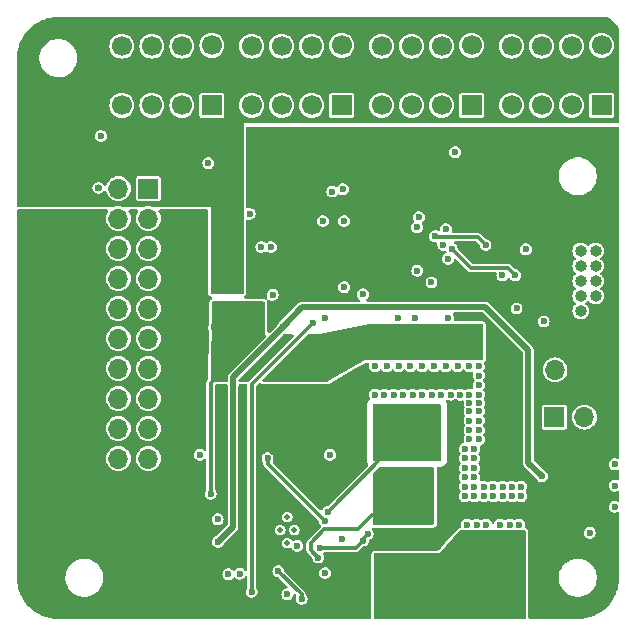
<source format=gbr>
%TF.GenerationSoftware,KiCad,Pcbnew,8.0.8*%
%TF.CreationDate,2025-03-05T15:18:31-05:00*%
%TF.ProjectId,V2.0,56322e30-2e6b-4696-9361-645f70636258,rev?*%
%TF.SameCoordinates,Original*%
%TF.FileFunction,Copper,L3,Inr*%
%TF.FilePolarity,Positive*%
%FSLAX46Y46*%
G04 Gerber Fmt 4.6, Leading zero omitted, Abs format (unit mm)*
G04 Created by KiCad (PCBNEW 8.0.8) date 2025-03-05 15:18:31*
%MOMM*%
%LPD*%
G01*
G04 APERTURE LIST*
%TA.AperFunction,ComponentPad*%
%ADD10R,1.700000X1.700000*%
%TD*%
%TA.AperFunction,ComponentPad*%
%ADD11C,1.700000*%
%TD*%
%TA.AperFunction,ComponentPad*%
%ADD12O,1.700000X1.700000*%
%TD*%
%TA.AperFunction,ComponentPad*%
%ADD13O,1.000000X1.000000*%
%TD*%
%TA.AperFunction,ComponentPad*%
%ADD14R,1.000000X1.000000*%
%TD*%
%TA.AperFunction,ComponentPad*%
%ADD15C,0.499999*%
%TD*%
%TA.AperFunction,ViaPad*%
%ADD16C,0.600000*%
%TD*%
%TA.AperFunction,Conductor*%
%ADD17C,0.300000*%
%TD*%
%TA.AperFunction,Conductor*%
%ADD18C,0.500000*%
%TD*%
G04 APERTURE END LIST*
D10*
%TO.N,CH0*%
%TO.C,J6*%
X163000000Y-43000000D03*
D11*
%TO.N,+6VP*%
X163000000Y-40460000D03*
%TO.N,GND*%
X163000000Y-37920000D03*
%TO.N,CH1*%
X160460000Y-43000000D03*
%TO.N,+6VP*%
X160460000Y-40500000D03*
%TO.N,GND*%
X160460000Y-38000000D03*
%TO.N,CH2*%
X157920000Y-43000000D03*
%TO.N,+6VP*%
X157920000Y-40500000D03*
%TO.N,GND*%
X157920000Y-38000000D03*
%TO.N,CH3*%
X155380000Y-43000000D03*
%TO.N,+6VP*%
X155380000Y-40500000D03*
%TO.N,GND*%
X155380000Y-38000000D03*
%TD*%
D10*
%TO.N,CH4*%
%TO.C,J7*%
X152000000Y-43000000D03*
D11*
%TO.N,+6VP*%
X152000000Y-40460000D03*
%TO.N,GND*%
X152000000Y-37920000D03*
%TO.N,CH5*%
X149460000Y-43000000D03*
%TO.N,+6VP*%
X149460000Y-40500000D03*
%TO.N,GND*%
X149460000Y-38000000D03*
%TO.N,CH6*%
X146920000Y-43000000D03*
%TO.N,+6VP*%
X146920000Y-40500000D03*
%TO.N,GND*%
X146920000Y-38000000D03*
%TO.N,CH7*%
X144380000Y-43000000D03*
%TO.N,+6VP*%
X144380000Y-40500000D03*
%TO.N,GND*%
X144380000Y-38000000D03*
%TD*%
D10*
%TO.N,CH8*%
%TO.C,J8*%
X141000000Y-43000000D03*
D11*
%TO.N,+6VP*%
X141000000Y-40460000D03*
%TO.N,GND*%
X141000000Y-37920000D03*
%TO.N,CH9*%
X138460000Y-43000000D03*
%TO.N,+6VP*%
X138460000Y-40500000D03*
%TO.N,GND*%
X138460000Y-38000000D03*
%TO.N,CH10*%
X135920000Y-43000000D03*
%TO.N,+6VP*%
X135920000Y-40500000D03*
%TO.N,GND*%
X135920000Y-38000000D03*
%TO.N,CH11*%
X133380000Y-43000000D03*
%TO.N,+6VP*%
X133380000Y-40500000D03*
%TO.N,GND*%
X133380000Y-38000000D03*
%TD*%
D10*
%TO.N,CH12*%
%TO.C,J9*%
X130000000Y-43000000D03*
D11*
%TO.N,+6VP*%
X130000000Y-40460000D03*
%TO.N,GND*%
X130000000Y-37920000D03*
%TO.N,CH13*%
X127460000Y-43000000D03*
%TO.N,+6VP*%
X127460000Y-40500000D03*
%TO.N,GND*%
X127460000Y-38000000D03*
%TO.N,CH14*%
X124920000Y-43000000D03*
%TO.N,+6VP*%
X124920000Y-40500000D03*
%TO.N,GND*%
X124920000Y-38000000D03*
%TO.N,CH15*%
X122380000Y-43000000D03*
%TO.N,+6VP*%
X122380000Y-40500000D03*
%TO.N,GND*%
X122380000Y-38000000D03*
%TD*%
D10*
%TO.N,CAN+*%
%TO.C,J4*%
X124625000Y-50050000D03*
D12*
%TO.N,CAN-*%
X122085000Y-50050000D03*
%TO.N,unconnected-(J4-Pin_3-Pad3)*%
X124625000Y-52590000D03*
%TO.N,GND*%
X122085000Y-52590000D03*
X124625000Y-55130000D03*
X122085000Y-55130000D03*
%TO.N,+P_BATT*%
X124625000Y-57670000D03*
X122085000Y-57670000D03*
%TO.N,GND*%
X124625000Y-60210000D03*
X122085000Y-60210000D03*
%TO.N,+P_BATT*%
X124625000Y-62750000D03*
X122085000Y-62750000D03*
%TO.N,GND*%
X124625000Y-65290000D03*
X122085000Y-65290000D03*
%TO.N,+P_BATT*%
X124625000Y-67830000D03*
X122085000Y-67830000D03*
%TO.N,GND*%
X124625000Y-70370000D03*
X122085000Y-70370000D03*
%TO.N,+P_BATT*%
X124625000Y-72910000D03*
X122085000Y-72910000D03*
%TD*%
D10*
%TO.N,+3.3V*%
%TO.C,J2*%
X161600000Y-65400000D03*
D12*
%TO.N,/MCU/BOOT0*%
X159060000Y-65400000D03*
%TD*%
D10*
%TO.N,NRST*%
%TO.C,J1*%
X159000000Y-69400000D03*
D12*
%TO.N,GND*%
X161540000Y-69400000D03*
%TD*%
D13*
%TO.N,NRST*%
%TO.C,J3*%
X161230000Y-55330000D03*
%TO.N,GND*%
X162500000Y-55330000D03*
%TO.N,unconnected-(J3-NC{slash}TDI-Pad8)*%
X161230000Y-56600000D03*
%TO.N,unconnected-(J3-KEY-Pad7)*%
X162500000Y-56600000D03*
%TO.N,SWO*%
X161230000Y-57870000D03*
%TO.N,GND*%
X162500000Y-57870000D03*
%TO.N,/MCU/SWCLK*%
X161230000Y-59140000D03*
%TO.N,GND*%
X162500000Y-59140000D03*
%TO.N,/MCU/SWDIO*%
X161230000Y-60410000D03*
D14*
%TO.N,+3.3V*%
X162500000Y-60410000D03*
%TD*%
D15*
%TO.N,GND*%
%TO.C,U5*%
X136984999Y-78950001D03*
X136385000Y-80050001D03*
X136385000Y-77850001D03*
X135785001Y-78950001D03*
%TD*%
D16*
%TO.N,Net-(D6-K)*%
X140200000Y-50300000D03*
%TO.N,/MCU/Debug_LED2*%
X141100000Y-50100000D03*
%TO.N,/MCU/Debug_LED1*%
X155700000Y-57400000D03*
X150315102Y-55157729D03*
%TO.N,Net-(D5-K)*%
X158100000Y-61300000D03*
%TO.N,HO*%
X139129443Y-80475204D03*
%TO.N,comp*%
X132354120Y-82665120D03*
%TO.N,FB_*%
X130500000Y-78050001D03*
%TO.N,BST*%
X140999998Y-79699999D03*
%TO.N,PGOOD*%
X129000000Y-72600000D03*
%TO.N,VIN*%
X139600000Y-82600000D03*
%TO.N,+3.3V*%
X141886827Y-50313173D03*
%TO.N,PWM_OE*%
X147540333Y-52474256D03*
%TO.N,GND*%
X129700000Y-47900000D03*
%TO.N,+6VP*%
X128400000Y-48000000D03*
%TO.N,+3.3V*%
X133400000Y-50200000D03*
%TO.N,+5V*%
X120600000Y-45600000D03*
%TO.N,+3.3V*%
X120400000Y-50000000D03*
X158000000Y-72600000D03*
X144900000Y-58100000D03*
X139200000Y-50200000D03*
X138332880Y-59067120D03*
X150400000Y-48400000D03*
X144600000Y-55800000D03*
X140275001Y-54883285D03*
X153740380Y-54259620D03*
X153200000Y-52800000D03*
X149400000Y-57800000D03*
X152850000Y-59328128D03*
X153200000Y-55750000D03*
X150000000Y-58200000D03*
X155800000Y-52200000D03*
X139400000Y-55000000D03*
X144625000Y-56975000D03*
X153950000Y-59200000D03*
%TO.N,GND*%
X153816250Y-75293750D03*
X154616250Y-75293750D03*
X147016250Y-67493750D03*
X142800000Y-59000000D03*
X146216250Y-67493750D03*
X139600000Y-61000000D03*
X149600000Y-54799073D03*
X154616250Y-76093750D03*
X149825000Y-53475000D03*
X151616250Y-78493750D03*
X151416250Y-74493750D03*
X150216250Y-67493750D03*
X152216250Y-76093750D03*
X155800000Y-60200000D03*
X151816250Y-65093750D03*
X147816250Y-65093750D03*
X152616250Y-65093750D03*
X151816250Y-68193750D03*
X141200000Y-58400000D03*
X146816250Y-65093750D03*
X148816250Y-65093750D03*
X134200000Y-55000000D03*
X151416250Y-73693750D03*
X155416250Y-76093750D03*
X153216250Y-78493750D03*
X156200000Y-75293750D03*
X151816250Y-68893750D03*
X155416250Y-75293750D03*
X151816250Y-70493750D03*
X152616250Y-66693750D03*
X135000000Y-55000000D03*
X156016250Y-78493750D03*
X148616250Y-67493750D03*
X145816250Y-65093750D03*
X150600000Y-46975000D03*
X151016250Y-67493750D03*
X151416250Y-75293750D03*
X152616250Y-69693750D03*
X137234998Y-80300001D03*
X147816250Y-67493750D03*
X152616250Y-68193750D03*
X152216250Y-72093750D03*
X147400000Y-57000000D03*
X150000000Y-61000000D03*
X152616250Y-67493750D03*
X151416250Y-76093750D03*
X144616250Y-67493750D03*
X152616250Y-71293750D03*
X152616250Y-65893750D03*
X152216250Y-75293750D03*
X153016250Y-75293750D03*
X136400000Y-84400000D03*
X164102500Y-77000000D03*
X152216250Y-74493750D03*
X152616250Y-68893750D03*
X143816250Y-65093750D03*
X131400000Y-82700000D03*
X154416250Y-78493750D03*
X152416250Y-78493750D03*
X143816250Y-67493750D03*
X145416250Y-67493750D03*
X164102500Y-73400000D03*
X151816250Y-71293750D03*
X156200000Y-76093750D03*
X153016250Y-76093750D03*
X151816250Y-67493750D03*
X151416250Y-72093750D03*
X135150000Y-59050000D03*
X162000000Y-79200000D03*
X148600000Y-58000000D03*
X164102500Y-75200000D03*
X155216250Y-78493750D03*
X144816250Y-65093750D03*
X153816250Y-76093750D03*
X150816250Y-65093750D03*
X147374385Y-53340370D03*
X152216250Y-73693750D03*
X151416250Y-72893750D03*
X152216250Y-72893750D03*
X149816250Y-65093750D03*
X151816250Y-69693750D03*
X149416250Y-67493750D03*
X152616250Y-70493750D03*
%TO.N,NRST*%
X147200000Y-61000000D03*
%TO.N,+3.3VA*%
X141200000Y-52800000D03*
%TO.N,+5V*%
X130535000Y-79967845D03*
X133200000Y-52200000D03*
X136000000Y-61800000D03*
X139400000Y-52800000D03*
X157952500Y-74400000D03*
%TO.N,+6V*%
X143816250Y-61993750D03*
X132600000Y-60500000D03*
X148816250Y-64293750D03*
X152616250Y-61993750D03*
X131600000Y-61800000D03*
X151816250Y-61993750D03*
X150216250Y-61993750D03*
X143816250Y-64293750D03*
X152616250Y-62693750D03*
X132600000Y-61200000D03*
X151816250Y-64293750D03*
X133000000Y-61800000D03*
X129900000Y-75900000D03*
X145816250Y-64293750D03*
X144616250Y-61993750D03*
X147816250Y-64293750D03*
X152616250Y-63493750D03*
X148616250Y-61993750D03*
X150816250Y-64293750D03*
X147016250Y-61993750D03*
X145416250Y-61993750D03*
X147816250Y-61993750D03*
X146216250Y-61993750D03*
X149416250Y-61993750D03*
X130200000Y-61800000D03*
X144816250Y-64293750D03*
X132300000Y-61800000D03*
X133700000Y-61800000D03*
X146816250Y-64293750D03*
X151016250Y-61993750D03*
X132600000Y-59800000D03*
X152616250Y-64293750D03*
X130900000Y-61800000D03*
X149816250Y-64293750D03*
%TO.N,TEMP*%
X133365158Y-84199123D03*
X138600000Y-61400000D03*
%TO.N,SW_*%
X146210000Y-75300000D03*
X146210000Y-74100000D03*
X147610000Y-74100000D03*
X146210000Y-77700000D03*
X144810000Y-75300000D03*
X144810000Y-76500000D03*
X146210000Y-76500000D03*
X144810000Y-77700000D03*
X147610000Y-77700000D03*
X147610000Y-75300000D03*
X144810000Y-74100000D03*
X140000000Y-72600000D03*
X139022500Y-81287500D03*
X147610000Y-76500000D03*
%TO.N,+P_BATT*%
X144710000Y-83600000D03*
X151610000Y-79300000D03*
X153210000Y-79300000D03*
X152610000Y-82500000D03*
X155010000Y-82500000D03*
X144710000Y-85000000D03*
X150810000Y-86100000D03*
X154410000Y-79300000D03*
X155810000Y-81700000D03*
X147110000Y-85000000D03*
X145910000Y-83600000D03*
X149810000Y-83700000D03*
X150810000Y-84500000D03*
X153410000Y-82500000D03*
X156010000Y-79300000D03*
X148310000Y-83600000D03*
X147110000Y-82200000D03*
X153410000Y-81700000D03*
X155210000Y-79300000D03*
X150810000Y-83700000D03*
X148310000Y-85000000D03*
X154210000Y-82500000D03*
X149810000Y-84500000D03*
X150810000Y-82100000D03*
X144710000Y-82200000D03*
X149810000Y-86100000D03*
X152410000Y-79300000D03*
X147110000Y-83600000D03*
X151810000Y-82500000D03*
X150810000Y-82900000D03*
X149810000Y-82100000D03*
X145910000Y-82200000D03*
X152610000Y-81700000D03*
X145910000Y-85000000D03*
X149810000Y-85300000D03*
X150810000Y-85300000D03*
X151810000Y-81700000D03*
X147110000Y-86100000D03*
X155010000Y-81700000D03*
X154210000Y-81700000D03*
X148310000Y-86100000D03*
X155810000Y-82500000D03*
X149810000Y-82900000D03*
X148310000Y-82200000D03*
X145910000Y-86100000D03*
X144710000Y-86100000D03*
%TO.N,Net-(U5-VCC)*%
X139585000Y-78200003D03*
X134716250Y-72893750D03*
%TO.N,LO*%
X147010000Y-72100000D03*
X145810000Y-69300000D03*
X147010000Y-69300000D03*
X139800866Y-77429675D03*
X148210000Y-70700000D03*
X144610000Y-70700000D03*
X144610000Y-69300000D03*
X145810000Y-70700000D03*
X147010000Y-70700000D03*
X144610000Y-72100000D03*
X148210000Y-69300000D03*
X148210000Y-72100000D03*
X145810000Y-72100000D03*
%TO.N,/MCU/BOOT0*%
X154600000Y-57400000D03*
%TO.N,/MCU/SWDIO*%
X156600000Y-55200000D03*
%TO.N,PWM_SDA*%
X150000000Y-56000000D03*
%TO.N,PWM_SCL*%
X148900000Y-54100000D03*
X153174693Y-54825307D03*
%TO.N,EN*%
X137600000Y-84800000D03*
X135634999Y-82450001D03*
%TO.N,CSA_OUT*%
X145800000Y-61000000D03*
%TO.N,+6VP*%
X132300000Y-58700000D03*
X130900000Y-58700000D03*
X132400000Y-56600000D03*
X131000000Y-56600000D03*
X130300000Y-56600000D03*
X131600000Y-58700000D03*
X131700000Y-56600000D03*
X130200000Y-58700000D03*
%TO.N,HO*%
X143200000Y-79300000D03*
X142810000Y-79850000D03*
%TD*%
D17*
%TO.N,SW_*%
X143595380Y-77700000D02*
X144810000Y-77700000D01*
X139540763Y-78900000D02*
X142395380Y-78900000D01*
X138360000Y-80080763D02*
X139540763Y-78900000D01*
X139022500Y-81287500D02*
X138360000Y-80625000D01*
X138360000Y-80625000D02*
X138360000Y-80080763D01*
X142395380Y-78900000D02*
X143595380Y-77700000D01*
%TO.N,/MCU/Debug_LED1*%
X155050000Y-56750000D02*
X155700000Y-57400000D01*
X151907373Y-56750000D02*
X155050000Y-56750000D01*
X150315102Y-55157729D02*
X151907373Y-56750000D01*
%TO.N,HO*%
X142184796Y-80475204D02*
X142810000Y-79850000D01*
X139129443Y-80475204D02*
X142184796Y-80475204D01*
X142810000Y-79690000D02*
X143200000Y-79300000D01*
X142810000Y-79850000D02*
X142810000Y-79690000D01*
%TO.N,EN*%
X137600000Y-84800000D02*
X137600000Y-84415002D01*
X137600000Y-84415002D02*
X135634999Y-82450001D01*
D18*
%TO.N,+5V*%
X131800000Y-66000000D02*
X136000000Y-61800000D01*
X131800000Y-78702845D02*
X131800000Y-66000000D01*
X130535000Y-79967845D02*
X131800000Y-78702845D01*
X156800000Y-73247500D02*
X157952500Y-74400000D01*
X153160661Y-60078128D02*
X156800000Y-63717467D01*
X156800000Y-63717467D02*
X156800000Y-73247500D01*
X136000000Y-61739339D02*
X137661211Y-60078128D01*
X137661211Y-60078128D02*
X153160661Y-60078128D01*
X136000000Y-61800000D02*
X136000000Y-61739339D01*
D17*
%TO.N,+6V*%
X129900000Y-75900000D02*
X129900000Y-66500000D01*
X129900000Y-66500000D02*
X130500000Y-65900000D01*
%TO.N,TEMP*%
X133365158Y-84199123D02*
X133365158Y-66634842D01*
X133365158Y-66634842D02*
X138600000Y-61400000D01*
%TO.N,LO*%
X139800866Y-77429675D02*
X144610000Y-72620541D01*
X144610000Y-72620541D02*
X144610000Y-72100000D01*
%TO.N,Net-(U5-VCC)*%
X134716250Y-73331253D02*
X139585000Y-78200003D01*
X134716250Y-72893750D02*
X134716250Y-73331253D01*
%TO.N,PWM_SCL*%
X148900000Y-54100000D02*
X148949073Y-54149073D01*
X148949073Y-54149073D02*
X152498459Y-54149073D01*
X152498459Y-54149073D02*
X153174693Y-54825307D01*
%TD*%
%TA.AperFunction,Conductor*%
%TO.N,+6V*%
G36*
X134443039Y-59619685D02*
G01*
X134488794Y-59672489D01*
X134500000Y-59724000D01*
X134500000Y-62400000D01*
X134515158Y-62415158D01*
X134530573Y-62419685D01*
X134576328Y-62472489D01*
X134586272Y-62541647D01*
X134557247Y-62605203D01*
X134551215Y-62611681D01*
X131439513Y-65723383D01*
X131439509Y-65723389D01*
X131380201Y-65826112D01*
X131380200Y-65826117D01*
X131349500Y-65940691D01*
X131349500Y-66276000D01*
X131329815Y-66343039D01*
X131277011Y-66388794D01*
X131225500Y-66400000D01*
X130025837Y-66400000D01*
X129958798Y-66380315D01*
X129913043Y-66327511D01*
X129901850Y-66274177D01*
X129903018Y-66194797D01*
X129998203Y-59722176D01*
X130018872Y-59655434D01*
X130072343Y-59610460D01*
X130122190Y-59600000D01*
X134376000Y-59600000D01*
X134443039Y-59619685D01*
G37*
%TD.AperFunction*%
%TA.AperFunction,Conductor*%
G36*
X145722684Y-61500500D02*
G01*
X145728039Y-61500500D01*
X145877316Y-61500500D01*
X145884307Y-61500000D01*
X147115693Y-61500000D01*
X147122684Y-61500500D01*
X147128039Y-61500500D01*
X147277316Y-61500500D01*
X147284307Y-61500000D01*
X149915693Y-61500000D01*
X149922684Y-61500500D01*
X149928039Y-61500500D01*
X150077316Y-61500500D01*
X150084307Y-61500000D01*
X152876000Y-61500000D01*
X152943039Y-61519685D01*
X152988794Y-61572489D01*
X153000000Y-61624000D01*
X153000000Y-64476000D01*
X152980315Y-64543039D01*
X152927511Y-64588794D01*
X152876000Y-64600000D01*
X152729028Y-64600000D01*
X152694093Y-64594977D01*
X152688211Y-64593250D01*
X152544289Y-64593250D01*
X152538406Y-64594977D01*
X152503472Y-64600000D01*
X151929028Y-64600000D01*
X151894093Y-64594977D01*
X151888211Y-64593250D01*
X151744289Y-64593250D01*
X151738406Y-64594977D01*
X151703472Y-64600000D01*
X150929028Y-64600000D01*
X150894093Y-64594977D01*
X150888211Y-64593250D01*
X150744289Y-64593250D01*
X150738406Y-64594977D01*
X150703472Y-64600000D01*
X149929028Y-64600000D01*
X149894093Y-64594977D01*
X149888211Y-64593250D01*
X149744289Y-64593250D01*
X149738406Y-64594977D01*
X149703472Y-64600000D01*
X148929028Y-64600000D01*
X148894093Y-64594977D01*
X148888211Y-64593250D01*
X148744289Y-64593250D01*
X148738406Y-64594977D01*
X148703472Y-64600000D01*
X147929028Y-64600000D01*
X147894093Y-64594977D01*
X147888211Y-64593250D01*
X147744289Y-64593250D01*
X147738406Y-64594977D01*
X147703472Y-64600000D01*
X146929028Y-64600000D01*
X146894093Y-64594977D01*
X146888211Y-64593250D01*
X146744289Y-64593250D01*
X146738406Y-64594977D01*
X146703472Y-64600000D01*
X145929028Y-64600000D01*
X145894093Y-64594977D01*
X145888211Y-64593250D01*
X145744289Y-64593250D01*
X145738406Y-64594977D01*
X145703472Y-64600000D01*
X144929028Y-64600000D01*
X144894093Y-64594977D01*
X144888211Y-64593250D01*
X144744289Y-64593250D01*
X144738406Y-64594977D01*
X144703472Y-64600000D01*
X143929028Y-64600000D01*
X143894093Y-64594977D01*
X143888211Y-64593250D01*
X143744289Y-64593250D01*
X143738406Y-64594977D01*
X143703472Y-64600000D01*
X142999997Y-64600000D01*
X139828311Y-66384075D01*
X139767519Y-66400000D01*
X134395044Y-66400000D01*
X134328005Y-66380315D01*
X134282250Y-66327511D01*
X134272306Y-66258353D01*
X134301331Y-66194797D01*
X134307363Y-66188319D01*
X138059363Y-62436319D01*
X138120686Y-62402834D01*
X138147044Y-62400000D01*
X139200000Y-62400000D01*
X143286862Y-61502884D01*
X143313449Y-61500000D01*
X145715693Y-61500000D01*
X145722684Y-61500500D01*
G37*
%TD.AperFunction*%
%TD*%
%TA.AperFunction,NonConductor*%
G36*
X136871994Y-62419685D02*
G01*
X136917749Y-62472489D01*
X136927693Y-62541647D01*
X136898668Y-62605203D01*
X136892636Y-62611681D01*
X133140637Y-66363681D01*
X133079314Y-66397166D01*
X133052956Y-66400000D01*
X132374500Y-66400000D01*
X132307461Y-66380315D01*
X132261706Y-66327511D01*
X132250500Y-66276000D01*
X132250500Y-66237964D01*
X132270185Y-66170925D01*
X132286814Y-66150288D01*
X136000783Y-62436318D01*
X136062106Y-62402834D01*
X136088464Y-62400000D01*
X136804955Y-62400000D01*
X136871994Y-62419685D01*
G37*
%TD.AperFunction*%
%TA.AperFunction,Conductor*%
%TO.N,+3.3V*%
G36*
X164442539Y-44819685D02*
G01*
X164488294Y-44872489D01*
X164499500Y-44924000D01*
X164499500Y-72833101D01*
X164479815Y-72900140D01*
X164427011Y-72945895D01*
X164357853Y-72955839D01*
X164321311Y-72942211D01*
X164320618Y-72943730D01*
X164312550Y-72940045D01*
X164174463Y-72899500D01*
X164174461Y-72899500D01*
X164030539Y-72899500D01*
X164030536Y-72899500D01*
X163892449Y-72940045D01*
X163771373Y-73017856D01*
X163677123Y-73126626D01*
X163677122Y-73126628D01*
X163617334Y-73257543D01*
X163596853Y-73400000D01*
X163617334Y-73542456D01*
X163677122Y-73673371D01*
X163677123Y-73673373D01*
X163771372Y-73782143D01*
X163892447Y-73859953D01*
X163892450Y-73859954D01*
X163892449Y-73859954D01*
X164030536Y-73900499D01*
X164030538Y-73900500D01*
X164030539Y-73900500D01*
X164174462Y-73900500D01*
X164174462Y-73900499D01*
X164312553Y-73859953D01*
X164312554Y-73859951D01*
X164320618Y-73856270D01*
X164321723Y-73858690D01*
X164375487Y-73842898D01*
X164442528Y-73862575D01*
X164488289Y-73915374D01*
X164499500Y-73966898D01*
X164499500Y-74633101D01*
X164479815Y-74700140D01*
X164427011Y-74745895D01*
X164357853Y-74755839D01*
X164321311Y-74742211D01*
X164320618Y-74743730D01*
X164312550Y-74740045D01*
X164174463Y-74699500D01*
X164174461Y-74699500D01*
X164030539Y-74699500D01*
X164030536Y-74699500D01*
X163892449Y-74740045D01*
X163771373Y-74817856D01*
X163677123Y-74926626D01*
X163677122Y-74926628D01*
X163617334Y-75057543D01*
X163596853Y-75200000D01*
X163617334Y-75342456D01*
X163677122Y-75473371D01*
X163677123Y-75473373D01*
X163771372Y-75582143D01*
X163892447Y-75659953D01*
X163892450Y-75659954D01*
X163892449Y-75659954D01*
X164030536Y-75700499D01*
X164030538Y-75700500D01*
X164030539Y-75700500D01*
X164174462Y-75700500D01*
X164174462Y-75700499D01*
X164312553Y-75659953D01*
X164312554Y-75659951D01*
X164320618Y-75656270D01*
X164321723Y-75658690D01*
X164375487Y-75642898D01*
X164442528Y-75662575D01*
X164488289Y-75715374D01*
X164499500Y-75766898D01*
X164499500Y-76433101D01*
X164479815Y-76500140D01*
X164427011Y-76545895D01*
X164357853Y-76555839D01*
X164321311Y-76542211D01*
X164320618Y-76543730D01*
X164312550Y-76540045D01*
X164174463Y-76499500D01*
X164174461Y-76499500D01*
X164030539Y-76499500D01*
X164030536Y-76499500D01*
X163892449Y-76540045D01*
X163771373Y-76617856D01*
X163677123Y-76726626D01*
X163677122Y-76726628D01*
X163617334Y-76857543D01*
X163596853Y-77000000D01*
X163617334Y-77142456D01*
X163672112Y-77262400D01*
X163677123Y-77273373D01*
X163771372Y-77382143D01*
X163892447Y-77459953D01*
X163892450Y-77459954D01*
X163892449Y-77459954D01*
X164030536Y-77500499D01*
X164030538Y-77500500D01*
X164030539Y-77500500D01*
X164174462Y-77500500D01*
X164174462Y-77500499D01*
X164312553Y-77459953D01*
X164312554Y-77459951D01*
X164320618Y-77456270D01*
X164321723Y-77458690D01*
X164375487Y-77442898D01*
X164442528Y-77462575D01*
X164488289Y-77515374D01*
X164499500Y-77566898D01*
X164499500Y-82996948D01*
X164499351Y-83003033D01*
X164482947Y-83336928D01*
X164481754Y-83349037D01*
X164433151Y-83676694D01*
X164430777Y-83688630D01*
X164350292Y-84009944D01*
X164346759Y-84021588D01*
X164235170Y-84333459D01*
X164230514Y-84344702D01*
X164088885Y-84644151D01*
X164083148Y-84654883D01*
X163912862Y-84938988D01*
X163906102Y-84949106D01*
X163708775Y-85215170D01*
X163701055Y-85224576D01*
X163478611Y-85470006D01*
X163470006Y-85478611D01*
X163224576Y-85701055D01*
X163215170Y-85708775D01*
X162949106Y-85906102D01*
X162938988Y-85912862D01*
X162654883Y-86083148D01*
X162644151Y-86088885D01*
X162344702Y-86230514D01*
X162333459Y-86235170D01*
X162021588Y-86346759D01*
X162009944Y-86350292D01*
X161688630Y-86430777D01*
X161676694Y-86433151D01*
X161349037Y-86481754D01*
X161336928Y-86482947D01*
X161021989Y-86498419D01*
X161003031Y-86499351D01*
X160996949Y-86499500D01*
X156929500Y-86499500D01*
X156862461Y-86479815D01*
X156816706Y-86427011D01*
X156805500Y-86375500D01*
X156805500Y-82873723D01*
X159395500Y-82873723D01*
X159395500Y-83126277D01*
X159406622Y-83196496D01*
X159435009Y-83375722D01*
X159435009Y-83375725D01*
X159513050Y-83615911D01*
X159513051Y-83615914D01*
X159612316Y-83810731D01*
X159627709Y-83840941D01*
X159776156Y-84045261D01*
X159954739Y-84223844D01*
X160159059Y-84372291D01*
X160269428Y-84428526D01*
X160384085Y-84486948D01*
X160384088Y-84486949D01*
X160506206Y-84526627D01*
X160624279Y-84564991D01*
X160873723Y-84604500D01*
X160873724Y-84604500D01*
X161126276Y-84604500D01*
X161126277Y-84604500D01*
X161375721Y-84564991D01*
X161375724Y-84564990D01*
X161375725Y-84564990D01*
X161615911Y-84486949D01*
X161615914Y-84486948D01*
X161639041Y-84475164D01*
X161840941Y-84372291D01*
X162045261Y-84223844D01*
X162223844Y-84045261D01*
X162372291Y-83840941D01*
X162486948Y-83615914D01*
X162564991Y-83375721D01*
X162604500Y-83126277D01*
X162604500Y-82873723D01*
X162564991Y-82624279D01*
X162564990Y-82624275D01*
X162564990Y-82624274D01*
X162486949Y-82384088D01*
X162486948Y-82384085D01*
X162402250Y-82217857D01*
X162372291Y-82159059D01*
X162223844Y-81954739D01*
X162045261Y-81776156D01*
X161840941Y-81627709D01*
X161615914Y-81513051D01*
X161615911Y-81513050D01*
X161375723Y-81435009D01*
X161209425Y-81408669D01*
X161126277Y-81395500D01*
X160873723Y-81395500D01*
X160790575Y-81408669D01*
X160624277Y-81435009D01*
X160624274Y-81435009D01*
X160384088Y-81513050D01*
X160384085Y-81513051D01*
X160159058Y-81627709D01*
X159954736Y-81776158D01*
X159776158Y-81954736D01*
X159627709Y-82159058D01*
X159513051Y-82384085D01*
X159513050Y-82384088D01*
X159435009Y-82624274D01*
X159435009Y-82624277D01*
X159416291Y-82742456D01*
X159395500Y-82873723D01*
X156805500Y-82873723D01*
X156805500Y-79200000D01*
X161494353Y-79200000D01*
X161514834Y-79342456D01*
X161560504Y-79442457D01*
X161574623Y-79473373D01*
X161668872Y-79582143D01*
X161789947Y-79659953D01*
X161789950Y-79659954D01*
X161789949Y-79659954D01*
X161928036Y-79700499D01*
X161928038Y-79700500D01*
X161928039Y-79700500D01*
X162071962Y-79700500D01*
X162071962Y-79700499D01*
X162210053Y-79659953D01*
X162331128Y-79582143D01*
X162425377Y-79473373D01*
X162485165Y-79342457D01*
X162505647Y-79200000D01*
X162485165Y-79057543D01*
X162425377Y-78926627D01*
X162331128Y-78817857D01*
X162210053Y-78740047D01*
X162210051Y-78740046D01*
X162210049Y-78740045D01*
X162210050Y-78740045D01*
X162071963Y-78699500D01*
X162071961Y-78699500D01*
X161928039Y-78699500D01*
X161928036Y-78699500D01*
X161789949Y-78740045D01*
X161668873Y-78817856D01*
X161574623Y-78926626D01*
X161574622Y-78926628D01*
X161514834Y-79057543D01*
X161494353Y-79200000D01*
X156805500Y-79200000D01*
X156805500Y-79124008D01*
X156805499Y-79123992D01*
X156800803Y-79080316D01*
X156795849Y-79057543D01*
X156789602Y-79028825D01*
X156789065Y-79026627D01*
X156787110Y-79018627D01*
X156744100Y-78937915D01*
X156698345Y-78885111D01*
X156698339Y-78885104D01*
X156680757Y-78867160D01*
X156680756Y-78867159D01*
X156680754Y-78867157D01*
X156680752Y-78867156D01*
X156680750Y-78867154D01*
X156600940Y-78822511D01*
X156600930Y-78822508D01*
X156575463Y-78815029D01*
X156516686Y-78777252D01*
X156487663Y-78713695D01*
X156497609Y-78644539D01*
X156501415Y-78636207D01*
X156521897Y-78493750D01*
X156501415Y-78351293D01*
X156441627Y-78220377D01*
X156347378Y-78111607D01*
X156226303Y-78033797D01*
X156226301Y-78033796D01*
X156226299Y-78033795D01*
X156226300Y-78033795D01*
X156088213Y-77993250D01*
X156088211Y-77993250D01*
X155944289Y-77993250D01*
X155944286Y-77993250D01*
X155806199Y-78033795D01*
X155683289Y-78112785D01*
X155616250Y-78132469D01*
X155549211Y-78112785D01*
X155547376Y-78111606D01*
X155426303Y-78033797D01*
X155426301Y-78033796D01*
X155426299Y-78033795D01*
X155426300Y-78033795D01*
X155288213Y-77993250D01*
X155288211Y-77993250D01*
X155144289Y-77993250D01*
X155144286Y-77993250D01*
X155006199Y-78033795D01*
X154883289Y-78112785D01*
X154816250Y-78132469D01*
X154749211Y-78112785D01*
X154747376Y-78111606D01*
X154626303Y-78033797D01*
X154626301Y-78033796D01*
X154626299Y-78033795D01*
X154626300Y-78033795D01*
X154488213Y-77993250D01*
X154488211Y-77993250D01*
X154344289Y-77993250D01*
X154344286Y-77993250D01*
X154206199Y-78033795D01*
X154085123Y-78111606D01*
X153990873Y-78220376D01*
X153990872Y-78220378D01*
X153929044Y-78355762D01*
X153883289Y-78408566D01*
X153816250Y-78428250D01*
X153749210Y-78408565D01*
X153703456Y-78355762D01*
X153641627Y-78220378D01*
X153641626Y-78220376D01*
X153623973Y-78200003D01*
X153547378Y-78111607D01*
X153426303Y-78033797D01*
X153426301Y-78033796D01*
X153426299Y-78033795D01*
X153426300Y-78033795D01*
X153288213Y-77993250D01*
X153288211Y-77993250D01*
X153144289Y-77993250D01*
X153144286Y-77993250D01*
X153006199Y-78033795D01*
X152883289Y-78112785D01*
X152816250Y-78132469D01*
X152749211Y-78112785D01*
X152747376Y-78111606D01*
X152626303Y-78033797D01*
X152626301Y-78033796D01*
X152626299Y-78033795D01*
X152626300Y-78033795D01*
X152488213Y-77993250D01*
X152488211Y-77993250D01*
X152344289Y-77993250D01*
X152344286Y-77993250D01*
X152206199Y-78033795D01*
X152083289Y-78112785D01*
X152016250Y-78132469D01*
X151949211Y-78112785D01*
X151947376Y-78111606D01*
X151826303Y-78033797D01*
X151826301Y-78033796D01*
X151826299Y-78033795D01*
X151826300Y-78033795D01*
X151688213Y-77993250D01*
X151688211Y-77993250D01*
X151544289Y-77993250D01*
X151544286Y-77993250D01*
X151406199Y-78033795D01*
X151285123Y-78111606D01*
X151190873Y-78220376D01*
X151190872Y-78220378D01*
X151131084Y-78351293D01*
X151110603Y-78493750D01*
X151131085Y-78636209D01*
X151131710Y-78638337D01*
X151131710Y-78640554D01*
X151132347Y-78644985D01*
X151131710Y-78645076D01*
X151131712Y-78708207D01*
X151093939Y-78766985D01*
X151030383Y-78796012D01*
X151029406Y-78796148D01*
X150994784Y-78800845D01*
X150994774Y-78800848D01*
X150914066Y-78829858D01*
X150854699Y-78866690D01*
X150854687Y-78866699D01*
X150809888Y-78904286D01*
X149784776Y-80050001D01*
X149380393Y-80501959D01*
X149245087Y-80653183D01*
X149185716Y-80690018D01*
X149152677Y-80694500D01*
X143823992Y-80694500D01*
X143780313Y-80699197D01*
X143728825Y-80710397D01*
X143718627Y-80712890D01*
X143718624Y-80712891D01*
X143637916Y-80755899D01*
X143637913Y-80755901D01*
X143585104Y-80801660D01*
X143567160Y-80819242D01*
X143567154Y-80819249D01*
X143522511Y-80899059D01*
X143522509Y-80899064D01*
X143502826Y-80966096D01*
X143494500Y-81024003D01*
X143494500Y-86375500D01*
X143474815Y-86442539D01*
X143422011Y-86488294D01*
X143370500Y-86499500D01*
X117003051Y-86499500D01*
X116996968Y-86499351D01*
X116976900Y-86498365D01*
X116663071Y-86482947D01*
X116650962Y-86481754D01*
X116323305Y-86433151D01*
X116311369Y-86430777D01*
X115990055Y-86350292D01*
X115978411Y-86346759D01*
X115666540Y-86235170D01*
X115655301Y-86230515D01*
X115355844Y-86088883D01*
X115345121Y-86083150D01*
X115061011Y-85912862D01*
X115050893Y-85906102D01*
X114784829Y-85708775D01*
X114775423Y-85701055D01*
X114736475Y-85665755D01*
X114529986Y-85478604D01*
X114521395Y-85470013D01*
X114298944Y-85224576D01*
X114291224Y-85215170D01*
X114093895Y-84949103D01*
X114087137Y-84938988D01*
X113916844Y-84654871D01*
X113911120Y-84644163D01*
X113769479Y-84344688D01*
X113764829Y-84333459D01*
X113743353Y-84273438D01*
X113653240Y-84021588D01*
X113649707Y-84009944D01*
X113632199Y-83940047D01*
X113569219Y-83688617D01*
X113566848Y-83676694D01*
X113518245Y-83349037D01*
X113517052Y-83336927D01*
X113500649Y-83003032D01*
X113500500Y-82996948D01*
X113500500Y-82873723D01*
X117595500Y-82873723D01*
X117595500Y-83126277D01*
X117606622Y-83196496D01*
X117635009Y-83375722D01*
X117635009Y-83375725D01*
X117713050Y-83615911D01*
X117713051Y-83615914D01*
X117812316Y-83810731D01*
X117827709Y-83840941D01*
X117976156Y-84045261D01*
X118154739Y-84223844D01*
X118359059Y-84372291D01*
X118469428Y-84428526D01*
X118584085Y-84486948D01*
X118584088Y-84486949D01*
X118706206Y-84526627D01*
X118824279Y-84564991D01*
X119073723Y-84604500D01*
X119073724Y-84604500D01*
X119326276Y-84604500D01*
X119326277Y-84604500D01*
X119575721Y-84564991D01*
X119575724Y-84564990D01*
X119575725Y-84564990D01*
X119815911Y-84486949D01*
X119815914Y-84486948D01*
X119839041Y-84475164D01*
X120040941Y-84372291D01*
X120245261Y-84223844D01*
X120423844Y-84045261D01*
X120572291Y-83840941D01*
X120686948Y-83615914D01*
X120764991Y-83375721D01*
X120804500Y-83126277D01*
X120804500Y-82873723D01*
X120764991Y-82624279D01*
X120764990Y-82624275D01*
X120764990Y-82624274D01*
X120686949Y-82384088D01*
X120686948Y-82384085D01*
X120602250Y-82217857D01*
X120572291Y-82159059D01*
X120423844Y-81954739D01*
X120245261Y-81776156D01*
X120040941Y-81627709D01*
X119815914Y-81513051D01*
X119815911Y-81513050D01*
X119575723Y-81435009D01*
X119409425Y-81408669D01*
X119326277Y-81395500D01*
X119073723Y-81395500D01*
X118990575Y-81408669D01*
X118824277Y-81435009D01*
X118824274Y-81435009D01*
X118584088Y-81513050D01*
X118584085Y-81513051D01*
X118359058Y-81627709D01*
X118154736Y-81776158D01*
X117976158Y-81954736D01*
X117827709Y-82159058D01*
X117713051Y-82384085D01*
X117713050Y-82384088D01*
X117635009Y-82624274D01*
X117635009Y-82624277D01*
X117616291Y-82742456D01*
X117595500Y-82873723D01*
X113500500Y-82873723D01*
X113500500Y-78050001D01*
X129994353Y-78050001D01*
X130014834Y-78192457D01*
X130064176Y-78300499D01*
X130074623Y-78323374D01*
X130168872Y-78432144D01*
X130289947Y-78509954D01*
X130289950Y-78509955D01*
X130289949Y-78509955D01*
X130428036Y-78550500D01*
X130428038Y-78550501D01*
X130428039Y-78550501D01*
X130571962Y-78550501D01*
X130571962Y-78550500D01*
X130710053Y-78509954D01*
X130831128Y-78432144D01*
X130925377Y-78323374D01*
X130985165Y-78192458D01*
X131005647Y-78050001D01*
X130985165Y-77907544D01*
X130925377Y-77776628D01*
X130831128Y-77667858D01*
X130710053Y-77590048D01*
X130710051Y-77590047D01*
X130710049Y-77590046D01*
X130710050Y-77590046D01*
X130571963Y-77549501D01*
X130571961Y-77549501D01*
X130428039Y-77549501D01*
X130428036Y-77549501D01*
X130289949Y-77590046D01*
X130168873Y-77667857D01*
X130074623Y-77776627D01*
X130074622Y-77776629D01*
X130014834Y-77907544D01*
X129994353Y-78050001D01*
X113500500Y-78050001D01*
X113500500Y-72910000D01*
X121029417Y-72910000D01*
X121049699Y-73115932D01*
X121079007Y-73212547D01*
X121103639Y-73293750D01*
X121109769Y-73313956D01*
X121111041Y-73316335D01*
X121207315Y-73496450D01*
X121230017Y-73524113D01*
X121338589Y-73656410D01*
X121427651Y-73729500D01*
X121498550Y-73787685D01*
X121681046Y-73885232D01*
X121879066Y-73945300D01*
X121879065Y-73945300D01*
X121897529Y-73947118D01*
X122085000Y-73965583D01*
X122290934Y-73945300D01*
X122488954Y-73885232D01*
X122671450Y-73787685D01*
X122831410Y-73656410D01*
X122962685Y-73496450D01*
X123060232Y-73313954D01*
X123120300Y-73115934D01*
X123140583Y-72910000D01*
X123569417Y-72910000D01*
X123589699Y-73115932D01*
X123619007Y-73212547D01*
X123643639Y-73293750D01*
X123649769Y-73313956D01*
X123651041Y-73316335D01*
X123747315Y-73496450D01*
X123770017Y-73524113D01*
X123878589Y-73656410D01*
X123967651Y-73729500D01*
X124038550Y-73787685D01*
X124221046Y-73885232D01*
X124419066Y-73945300D01*
X124419065Y-73945300D01*
X124437529Y-73947118D01*
X124625000Y-73965583D01*
X124830934Y-73945300D01*
X125028954Y-73885232D01*
X125211450Y-73787685D01*
X125371410Y-73656410D01*
X125502685Y-73496450D01*
X125600232Y-73313954D01*
X125660300Y-73115934D01*
X125680583Y-72910000D01*
X125660300Y-72704066D01*
X125600232Y-72506046D01*
X125502685Y-72323550D01*
X125404946Y-72204454D01*
X125371410Y-72163589D01*
X125211452Y-72032317D01*
X125211453Y-72032317D01*
X125211450Y-72032315D01*
X125028954Y-71934768D01*
X124830934Y-71874700D01*
X124830932Y-71874699D01*
X124830934Y-71874699D01*
X124625000Y-71854417D01*
X124419067Y-71874699D01*
X124221043Y-71934769D01*
X124110898Y-71993643D01*
X124038550Y-72032315D01*
X124038548Y-72032316D01*
X124038547Y-72032317D01*
X123878589Y-72163589D01*
X123747317Y-72323547D01*
X123747315Y-72323550D01*
X123710059Y-72393250D01*
X123649769Y-72506043D01*
X123589699Y-72704067D01*
X123569417Y-72910000D01*
X123140583Y-72910000D01*
X123120300Y-72704066D01*
X123060232Y-72506046D01*
X122962685Y-72323550D01*
X122864946Y-72204454D01*
X122831410Y-72163589D01*
X122671452Y-72032317D01*
X122671453Y-72032317D01*
X122671450Y-72032315D01*
X122488954Y-71934768D01*
X122290934Y-71874700D01*
X122290932Y-71874699D01*
X122290934Y-71874699D01*
X122085000Y-71854417D01*
X121879067Y-71874699D01*
X121681043Y-71934769D01*
X121570898Y-71993643D01*
X121498550Y-72032315D01*
X121498548Y-72032316D01*
X121498547Y-72032317D01*
X121338589Y-72163589D01*
X121207317Y-72323547D01*
X121207315Y-72323550D01*
X121170059Y-72393250D01*
X121109769Y-72506043D01*
X121049699Y-72704067D01*
X121029417Y-72910000D01*
X113500500Y-72910000D01*
X113500500Y-70370000D01*
X121029417Y-70370000D01*
X121049699Y-70575932D01*
X121049700Y-70575934D01*
X121109768Y-70773954D01*
X121207315Y-70956450D01*
X121207317Y-70956452D01*
X121338589Y-71116410D01*
X121381095Y-71151293D01*
X121498550Y-71247685D01*
X121681046Y-71345232D01*
X121879066Y-71405300D01*
X121879065Y-71405300D01*
X121897529Y-71407118D01*
X122085000Y-71425583D01*
X122290934Y-71405300D01*
X122488954Y-71345232D01*
X122671450Y-71247685D01*
X122831410Y-71116410D01*
X122962685Y-70956450D01*
X123060232Y-70773954D01*
X123120300Y-70575934D01*
X123140583Y-70370000D01*
X123569417Y-70370000D01*
X123589699Y-70575932D01*
X123589700Y-70575934D01*
X123649768Y-70773954D01*
X123747315Y-70956450D01*
X123747317Y-70956452D01*
X123878589Y-71116410D01*
X123921095Y-71151293D01*
X124038550Y-71247685D01*
X124221046Y-71345232D01*
X124419066Y-71405300D01*
X124419065Y-71405300D01*
X124437529Y-71407118D01*
X124625000Y-71425583D01*
X124830934Y-71405300D01*
X125028954Y-71345232D01*
X125211450Y-71247685D01*
X125371410Y-71116410D01*
X125502685Y-70956450D01*
X125600232Y-70773954D01*
X125660300Y-70575934D01*
X125680583Y-70370000D01*
X125660300Y-70164066D01*
X125600232Y-69966046D01*
X125502685Y-69783550D01*
X125450702Y-69720209D01*
X125371410Y-69623589D01*
X125211452Y-69492317D01*
X125211453Y-69492317D01*
X125211450Y-69492315D01*
X125028954Y-69394768D01*
X124830934Y-69334700D01*
X124830932Y-69334699D01*
X124830934Y-69334699D01*
X124625000Y-69314417D01*
X124419067Y-69334699D01*
X124221043Y-69394769D01*
X124173135Y-69420377D01*
X124038550Y-69492315D01*
X124038548Y-69492316D01*
X124038547Y-69492317D01*
X123878589Y-69623589D01*
X123747317Y-69783547D01*
X123649769Y-69966043D01*
X123589699Y-70164067D01*
X123569417Y-70370000D01*
X123140583Y-70370000D01*
X123120300Y-70164066D01*
X123060232Y-69966046D01*
X122962685Y-69783550D01*
X122910702Y-69720209D01*
X122831410Y-69623589D01*
X122671452Y-69492317D01*
X122671453Y-69492317D01*
X122671450Y-69492315D01*
X122488954Y-69394768D01*
X122290934Y-69334700D01*
X122290932Y-69334699D01*
X122290934Y-69334699D01*
X122085000Y-69314417D01*
X121879067Y-69334699D01*
X121681043Y-69394769D01*
X121633135Y-69420377D01*
X121498550Y-69492315D01*
X121498548Y-69492316D01*
X121498547Y-69492317D01*
X121338589Y-69623589D01*
X121207317Y-69783547D01*
X121109769Y-69966043D01*
X121049699Y-70164067D01*
X121029417Y-70370000D01*
X113500500Y-70370000D01*
X113500500Y-67830000D01*
X121029417Y-67830000D01*
X121049699Y-68035932D01*
X121064180Y-68083668D01*
X121109768Y-68233954D01*
X121207315Y-68416450D01*
X121214142Y-68424769D01*
X121338589Y-68576410D01*
X121383074Y-68612917D01*
X121498550Y-68707685D01*
X121681046Y-68805232D01*
X121879066Y-68865300D01*
X121879065Y-68865300D01*
X121897529Y-68867118D01*
X122085000Y-68885583D01*
X122290934Y-68865300D01*
X122488954Y-68805232D01*
X122671450Y-68707685D01*
X122831410Y-68576410D01*
X122962685Y-68416450D01*
X123060232Y-68233954D01*
X123120300Y-68035934D01*
X123140583Y-67830000D01*
X123569417Y-67830000D01*
X123589699Y-68035932D01*
X123604180Y-68083668D01*
X123649768Y-68233954D01*
X123747315Y-68416450D01*
X123754142Y-68424769D01*
X123878589Y-68576410D01*
X123923074Y-68612917D01*
X124038550Y-68707685D01*
X124221046Y-68805232D01*
X124419066Y-68865300D01*
X124419065Y-68865300D01*
X124437529Y-68867118D01*
X124625000Y-68885583D01*
X124830934Y-68865300D01*
X125028954Y-68805232D01*
X125211450Y-68707685D01*
X125371410Y-68576410D01*
X125502685Y-68416450D01*
X125600232Y-68233954D01*
X125660300Y-68035934D01*
X125680583Y-67830000D01*
X125660300Y-67624066D01*
X125600232Y-67426046D01*
X125502685Y-67243550D01*
X125394403Y-67111607D01*
X125371410Y-67083589D01*
X125252076Y-66985656D01*
X125211450Y-66952315D01*
X125028954Y-66854768D01*
X124830934Y-66794700D01*
X124830932Y-66794699D01*
X124830934Y-66794699D01*
X124625000Y-66774417D01*
X124419067Y-66794699D01*
X124221043Y-66854769D01*
X124110898Y-66913643D01*
X124038550Y-66952315D01*
X124038548Y-66952316D01*
X124038547Y-66952317D01*
X123878589Y-67083589D01*
X123747317Y-67243547D01*
X123649769Y-67426043D01*
X123589699Y-67624067D01*
X123569417Y-67830000D01*
X123140583Y-67830000D01*
X123120300Y-67624066D01*
X123060232Y-67426046D01*
X122962685Y-67243550D01*
X122854403Y-67111607D01*
X122831410Y-67083589D01*
X122712076Y-66985656D01*
X122671450Y-66952315D01*
X122488954Y-66854768D01*
X122290934Y-66794700D01*
X122290932Y-66794699D01*
X122290934Y-66794699D01*
X122085000Y-66774417D01*
X121879067Y-66794699D01*
X121681043Y-66854769D01*
X121570898Y-66913643D01*
X121498550Y-66952315D01*
X121498548Y-66952316D01*
X121498547Y-66952317D01*
X121338589Y-67083589D01*
X121207317Y-67243547D01*
X121109769Y-67426043D01*
X121049699Y-67624067D01*
X121029417Y-67830000D01*
X113500500Y-67830000D01*
X113500500Y-65290000D01*
X121029417Y-65290000D01*
X121049699Y-65495932D01*
X121049700Y-65495934D01*
X121109768Y-65693954D01*
X121207315Y-65876450D01*
X121207317Y-65876452D01*
X121338589Y-66036410D01*
X121435209Y-66115702D01*
X121498550Y-66167685D01*
X121681046Y-66265232D01*
X121879066Y-66325300D01*
X121879065Y-66325300D01*
X121897529Y-66327118D01*
X122085000Y-66345583D01*
X122290934Y-66325300D01*
X122488954Y-66265232D01*
X122671450Y-66167685D01*
X122831410Y-66036410D01*
X122962685Y-65876450D01*
X123060232Y-65693954D01*
X123120300Y-65495934D01*
X123140583Y-65290000D01*
X123569417Y-65290000D01*
X123589699Y-65495932D01*
X123589700Y-65495934D01*
X123649768Y-65693954D01*
X123747315Y-65876450D01*
X123747317Y-65876452D01*
X123878589Y-66036410D01*
X123975209Y-66115702D01*
X124038550Y-66167685D01*
X124221046Y-66265232D01*
X124419066Y-66325300D01*
X124419065Y-66325300D01*
X124437529Y-66327118D01*
X124625000Y-66345583D01*
X124830934Y-66325300D01*
X125028954Y-66265232D01*
X125211450Y-66167685D01*
X125371410Y-66036410D01*
X125502685Y-65876450D01*
X125600232Y-65693954D01*
X125660300Y-65495934D01*
X125680583Y-65290000D01*
X125660300Y-65084066D01*
X125600232Y-64886046D01*
X125502685Y-64703550D01*
X125418476Y-64600940D01*
X125371410Y-64543589D01*
X125211452Y-64412317D01*
X125211453Y-64412317D01*
X125211450Y-64412315D01*
X125028954Y-64314768D01*
X124830934Y-64254700D01*
X124830932Y-64254699D01*
X124830934Y-64254699D01*
X124625000Y-64234417D01*
X124419067Y-64254699D01*
X124221043Y-64314769D01*
X124110898Y-64373643D01*
X124038550Y-64412315D01*
X124038548Y-64412316D01*
X124038547Y-64412317D01*
X123878589Y-64543589D01*
X123747317Y-64703547D01*
X123747315Y-64703550D01*
X123708775Y-64775652D01*
X123649769Y-64886043D01*
X123589699Y-65084067D01*
X123569417Y-65290000D01*
X123140583Y-65290000D01*
X123120300Y-65084066D01*
X123060232Y-64886046D01*
X122962685Y-64703550D01*
X122878476Y-64600940D01*
X122831410Y-64543589D01*
X122671452Y-64412317D01*
X122671453Y-64412317D01*
X122671450Y-64412315D01*
X122488954Y-64314768D01*
X122290934Y-64254700D01*
X122290932Y-64254699D01*
X122290934Y-64254699D01*
X122085000Y-64234417D01*
X121879067Y-64254699D01*
X121681043Y-64314769D01*
X121570898Y-64373643D01*
X121498550Y-64412315D01*
X121498548Y-64412316D01*
X121498547Y-64412317D01*
X121338589Y-64543589D01*
X121207317Y-64703547D01*
X121207315Y-64703550D01*
X121168775Y-64775652D01*
X121109769Y-64886043D01*
X121049699Y-65084067D01*
X121029417Y-65290000D01*
X113500500Y-65290000D01*
X113500500Y-62750000D01*
X121029417Y-62750000D01*
X121049699Y-62955932D01*
X121049700Y-62955934D01*
X121109768Y-63153954D01*
X121207315Y-63336450D01*
X121207317Y-63336452D01*
X121338589Y-63496410D01*
X121396067Y-63543580D01*
X121498550Y-63627685D01*
X121681046Y-63725232D01*
X121879066Y-63785300D01*
X121879065Y-63785300D01*
X121897529Y-63787118D01*
X122085000Y-63805583D01*
X122290934Y-63785300D01*
X122488954Y-63725232D01*
X122671450Y-63627685D01*
X122831410Y-63496410D01*
X122962685Y-63336450D01*
X123060232Y-63153954D01*
X123120300Y-62955934D01*
X123140583Y-62750000D01*
X123569417Y-62750000D01*
X123589699Y-62955932D01*
X123589700Y-62955934D01*
X123649768Y-63153954D01*
X123747315Y-63336450D01*
X123747317Y-63336452D01*
X123878589Y-63496410D01*
X123936067Y-63543580D01*
X124038550Y-63627685D01*
X124221046Y-63725232D01*
X124419066Y-63785300D01*
X124419065Y-63785300D01*
X124437529Y-63787118D01*
X124625000Y-63805583D01*
X124830934Y-63785300D01*
X125028954Y-63725232D01*
X125211450Y-63627685D01*
X125371410Y-63496410D01*
X125502685Y-63336450D01*
X125600232Y-63153954D01*
X125660300Y-62955934D01*
X125680583Y-62750000D01*
X125660300Y-62544066D01*
X125600232Y-62346046D01*
X125502685Y-62163550D01*
X125428679Y-62073373D01*
X125371410Y-62003589D01*
X125245794Y-61900500D01*
X125211450Y-61872315D01*
X125028954Y-61774768D01*
X124830934Y-61714700D01*
X124830932Y-61714699D01*
X124830934Y-61714699D01*
X124625000Y-61694417D01*
X124419067Y-61714699D01*
X124221043Y-61774769D01*
X124172905Y-61800500D01*
X124038550Y-61872315D01*
X124038548Y-61872316D01*
X124038547Y-61872317D01*
X123878589Y-62003589D01*
X123747317Y-62163547D01*
X123747315Y-62163550D01*
X123715800Y-62222510D01*
X123649769Y-62346043D01*
X123589699Y-62544067D01*
X123569417Y-62750000D01*
X123140583Y-62750000D01*
X123120300Y-62544066D01*
X123060232Y-62346046D01*
X122962685Y-62163550D01*
X122888679Y-62073373D01*
X122831410Y-62003589D01*
X122705794Y-61900500D01*
X122671450Y-61872315D01*
X122488954Y-61774768D01*
X122290934Y-61714700D01*
X122290932Y-61714699D01*
X122290934Y-61714699D01*
X122085000Y-61694417D01*
X121879067Y-61714699D01*
X121681043Y-61774769D01*
X121632905Y-61800500D01*
X121498550Y-61872315D01*
X121498548Y-61872316D01*
X121498547Y-61872317D01*
X121338589Y-62003589D01*
X121207317Y-62163547D01*
X121207315Y-62163550D01*
X121175800Y-62222510D01*
X121109769Y-62346043D01*
X121049699Y-62544067D01*
X121029417Y-62750000D01*
X113500500Y-62750000D01*
X113500500Y-60210000D01*
X121029417Y-60210000D01*
X121049699Y-60415932D01*
X121049700Y-60415934D01*
X121109768Y-60613954D01*
X121207315Y-60796450D01*
X121207317Y-60796452D01*
X121338589Y-60956410D01*
X121413464Y-61017857D01*
X121498550Y-61087685D01*
X121681046Y-61185232D01*
X121879066Y-61245300D01*
X121879065Y-61245300D01*
X121897529Y-61247118D01*
X122085000Y-61265583D01*
X122290934Y-61245300D01*
X122488954Y-61185232D01*
X122671450Y-61087685D01*
X122831410Y-60956410D01*
X122962685Y-60796450D01*
X123060232Y-60613954D01*
X123120300Y-60415934D01*
X123140583Y-60210000D01*
X123569417Y-60210000D01*
X123589699Y-60415932D01*
X123589700Y-60415934D01*
X123649768Y-60613954D01*
X123747315Y-60796450D01*
X123747317Y-60796452D01*
X123878589Y-60956410D01*
X123953464Y-61017857D01*
X124038550Y-61087685D01*
X124221046Y-61185232D01*
X124419066Y-61245300D01*
X124419065Y-61245300D01*
X124437529Y-61247118D01*
X124625000Y-61265583D01*
X124830934Y-61245300D01*
X125028954Y-61185232D01*
X125211450Y-61087685D01*
X125371410Y-60956410D01*
X125502685Y-60796450D01*
X125600232Y-60613954D01*
X125660300Y-60415934D01*
X125680583Y-60210000D01*
X125660300Y-60004066D01*
X125600232Y-59806046D01*
X125502685Y-59623550D01*
X125414003Y-59515490D01*
X125371410Y-59463589D01*
X125231756Y-59348980D01*
X125211450Y-59332315D01*
X125028954Y-59234768D01*
X124830934Y-59174700D01*
X124830932Y-59174699D01*
X124830934Y-59174699D01*
X124625000Y-59154417D01*
X124419067Y-59174699D01*
X124221043Y-59234769D01*
X124113102Y-59292466D01*
X124038550Y-59332315D01*
X124038548Y-59332316D01*
X124038547Y-59332317D01*
X123878589Y-59463589D01*
X123747317Y-59623547D01*
X123747315Y-59623550D01*
X123732194Y-59651840D01*
X123649769Y-59806043D01*
X123649768Y-59806045D01*
X123649768Y-59806046D01*
X123646186Y-59817856D01*
X123589699Y-60004067D01*
X123569417Y-60210000D01*
X123140583Y-60210000D01*
X123120300Y-60004066D01*
X123060232Y-59806046D01*
X122962685Y-59623550D01*
X122874003Y-59515490D01*
X122831410Y-59463589D01*
X122691756Y-59348980D01*
X122671450Y-59332315D01*
X122488954Y-59234768D01*
X122290934Y-59174700D01*
X122290932Y-59174699D01*
X122290934Y-59174699D01*
X122085000Y-59154417D01*
X121879067Y-59174699D01*
X121681043Y-59234769D01*
X121573102Y-59292466D01*
X121498550Y-59332315D01*
X121498548Y-59332316D01*
X121498547Y-59332317D01*
X121338589Y-59463589D01*
X121207317Y-59623547D01*
X121207315Y-59623550D01*
X121192194Y-59651840D01*
X121109769Y-59806043D01*
X121109768Y-59806045D01*
X121109768Y-59806046D01*
X121106186Y-59817856D01*
X121049699Y-60004067D01*
X121029417Y-60210000D01*
X113500500Y-60210000D01*
X113500500Y-57670000D01*
X121029417Y-57670000D01*
X121049699Y-57875932D01*
X121069148Y-57940047D01*
X121109768Y-58073954D01*
X121207315Y-58256450D01*
X121207317Y-58256452D01*
X121338589Y-58416410D01*
X121402380Y-58468761D01*
X121498550Y-58547685D01*
X121681046Y-58645232D01*
X121879066Y-58705300D01*
X121879065Y-58705300D01*
X121897529Y-58707118D01*
X122085000Y-58725583D01*
X122290934Y-58705300D01*
X122488954Y-58645232D01*
X122671450Y-58547685D01*
X122831410Y-58416410D01*
X122962685Y-58256450D01*
X123060232Y-58073954D01*
X123120300Y-57875934D01*
X123140583Y-57670000D01*
X123569417Y-57670000D01*
X123589699Y-57875932D01*
X123609148Y-57940047D01*
X123649768Y-58073954D01*
X123747315Y-58256450D01*
X123747317Y-58256452D01*
X123878589Y-58416410D01*
X123942380Y-58468761D01*
X124038550Y-58547685D01*
X124221046Y-58645232D01*
X124419066Y-58705300D01*
X124419065Y-58705300D01*
X124437529Y-58707118D01*
X124625000Y-58725583D01*
X124830934Y-58705300D01*
X125028954Y-58645232D01*
X125211450Y-58547685D01*
X125371410Y-58416410D01*
X125502685Y-58256450D01*
X125600232Y-58073954D01*
X125660300Y-57875934D01*
X125680583Y-57670000D01*
X125660300Y-57464066D01*
X125600232Y-57266046D01*
X125502685Y-57083550D01*
X125434118Y-57000000D01*
X125371410Y-56923589D01*
X125211452Y-56792317D01*
X125211453Y-56792317D01*
X125211450Y-56792315D01*
X125028954Y-56694768D01*
X124830934Y-56634700D01*
X124830932Y-56634699D01*
X124830934Y-56634699D01*
X124625000Y-56614417D01*
X124419067Y-56634699D01*
X124221043Y-56694769D01*
X124110898Y-56753643D01*
X124038550Y-56792315D01*
X124038548Y-56792316D01*
X124038547Y-56792317D01*
X123878589Y-56923589D01*
X123753007Y-57076614D01*
X123747315Y-57083550D01*
X123738255Y-57100500D01*
X123649769Y-57266043D01*
X123649768Y-57266045D01*
X123649768Y-57266046D01*
X123647546Y-57273371D01*
X123589699Y-57464067D01*
X123569417Y-57670000D01*
X123140583Y-57670000D01*
X123120300Y-57464066D01*
X123060232Y-57266046D01*
X122962685Y-57083550D01*
X122894118Y-57000000D01*
X122831410Y-56923589D01*
X122671452Y-56792317D01*
X122671453Y-56792317D01*
X122671450Y-56792315D01*
X122488954Y-56694768D01*
X122290934Y-56634700D01*
X122290932Y-56634699D01*
X122290934Y-56634699D01*
X122085000Y-56614417D01*
X121879067Y-56634699D01*
X121681043Y-56694769D01*
X121570898Y-56753643D01*
X121498550Y-56792315D01*
X121498548Y-56792316D01*
X121498547Y-56792317D01*
X121338589Y-56923589D01*
X121213007Y-57076614D01*
X121207315Y-57083550D01*
X121198255Y-57100500D01*
X121109769Y-57266043D01*
X121109768Y-57266045D01*
X121109768Y-57266046D01*
X121107546Y-57273371D01*
X121049699Y-57464067D01*
X121029417Y-57670000D01*
X113500500Y-57670000D01*
X113500500Y-55130000D01*
X121029417Y-55130000D01*
X121049699Y-55335932D01*
X121063360Y-55380965D01*
X121109768Y-55533954D01*
X121207315Y-55716450D01*
X121207317Y-55716452D01*
X121338589Y-55876410D01*
X121380414Y-55910734D01*
X121498550Y-56007685D01*
X121681046Y-56105232D01*
X121879066Y-56165300D01*
X121879065Y-56165300D01*
X121897529Y-56167118D01*
X122085000Y-56185583D01*
X122290934Y-56165300D01*
X122488954Y-56105232D01*
X122671450Y-56007685D01*
X122831410Y-55876410D01*
X122962685Y-55716450D01*
X123060232Y-55533954D01*
X123120300Y-55335934D01*
X123140583Y-55130000D01*
X123569417Y-55130000D01*
X123589699Y-55335932D01*
X123603360Y-55380965D01*
X123649768Y-55533954D01*
X123747315Y-55716450D01*
X123747317Y-55716452D01*
X123878589Y-55876410D01*
X123920414Y-55910734D01*
X124038550Y-56007685D01*
X124221046Y-56105232D01*
X124419066Y-56165300D01*
X124419065Y-56165300D01*
X124437529Y-56167118D01*
X124625000Y-56185583D01*
X124830934Y-56165300D01*
X125028954Y-56105232D01*
X125211450Y-56007685D01*
X125371410Y-55876410D01*
X125502685Y-55716450D01*
X125600232Y-55533954D01*
X125660300Y-55335934D01*
X125680583Y-55130000D01*
X125660300Y-54924066D01*
X125600232Y-54726046D01*
X125502685Y-54543550D01*
X125420300Y-54443163D01*
X125371410Y-54383589D01*
X125211452Y-54252317D01*
X125211453Y-54252317D01*
X125211450Y-54252315D01*
X125028954Y-54154768D01*
X124830934Y-54094700D01*
X124830932Y-54094699D01*
X124830934Y-54094699D01*
X124625000Y-54074417D01*
X124419067Y-54094699D01*
X124221043Y-54154769D01*
X124110898Y-54213643D01*
X124038550Y-54252315D01*
X124038548Y-54252316D01*
X124038547Y-54252317D01*
X123878589Y-54383589D01*
X123748283Y-54542370D01*
X123747315Y-54543550D01*
X123738547Y-54559954D01*
X123649769Y-54726043D01*
X123649768Y-54726045D01*
X123649768Y-54726046D01*
X123645521Y-54740047D01*
X123589699Y-54924067D01*
X123569417Y-55130000D01*
X123140583Y-55130000D01*
X123120300Y-54924066D01*
X123060232Y-54726046D01*
X122962685Y-54543550D01*
X122880300Y-54443163D01*
X122831410Y-54383589D01*
X122671452Y-54252317D01*
X122671453Y-54252317D01*
X122671450Y-54252315D01*
X122488954Y-54154768D01*
X122290934Y-54094700D01*
X122290932Y-54094699D01*
X122290934Y-54094699D01*
X122085000Y-54074417D01*
X121879067Y-54094699D01*
X121681043Y-54154769D01*
X121570898Y-54213643D01*
X121498550Y-54252315D01*
X121498548Y-54252316D01*
X121498547Y-54252317D01*
X121338589Y-54383589D01*
X121208283Y-54542370D01*
X121207315Y-54543550D01*
X121198547Y-54559954D01*
X121109769Y-54726043D01*
X121109768Y-54726045D01*
X121109768Y-54726046D01*
X121105521Y-54740047D01*
X121049699Y-54924067D01*
X121029417Y-55130000D01*
X113500500Y-55130000D01*
X113500500Y-51929500D01*
X113520185Y-51862461D01*
X113572989Y-51816706D01*
X113624500Y-51805500D01*
X121107674Y-51805500D01*
X121174713Y-51825185D01*
X121220468Y-51877989D01*
X121230412Y-51947147D01*
X121208476Y-51996993D01*
X121210702Y-51998480D01*
X121207319Y-52003543D01*
X121207315Y-52003549D01*
X121207315Y-52003550D01*
X121178455Y-52057543D01*
X121109769Y-52186043D01*
X121049699Y-52384067D01*
X121029417Y-52590000D01*
X121049699Y-52795932D01*
X121070299Y-52863841D01*
X121109768Y-52993954D01*
X121207315Y-53176450D01*
X121207317Y-53176452D01*
X121338589Y-53336410D01*
X121435209Y-53415702D01*
X121498550Y-53467685D01*
X121681046Y-53565232D01*
X121879066Y-53625300D01*
X121879065Y-53625300D01*
X121897529Y-53627118D01*
X122085000Y-53645583D01*
X122290934Y-53625300D01*
X122488954Y-53565232D01*
X122671450Y-53467685D01*
X122831410Y-53336410D01*
X122962685Y-53176450D01*
X123060232Y-52993954D01*
X123120300Y-52795934D01*
X123140583Y-52590000D01*
X123120300Y-52384066D01*
X123060232Y-52186046D01*
X122962685Y-52003550D01*
X122962681Y-52003545D01*
X122962680Y-52003543D01*
X122959298Y-51998480D01*
X122961665Y-51996898D01*
X122939147Y-51943742D01*
X122951001Y-51874885D01*
X122998200Y-51823368D01*
X123062326Y-51805500D01*
X123647674Y-51805500D01*
X123714713Y-51825185D01*
X123760468Y-51877989D01*
X123770412Y-51947147D01*
X123748476Y-51996993D01*
X123750702Y-51998480D01*
X123747319Y-52003543D01*
X123747315Y-52003549D01*
X123747315Y-52003550D01*
X123718455Y-52057543D01*
X123649769Y-52186043D01*
X123589699Y-52384067D01*
X123569417Y-52590000D01*
X123589699Y-52795932D01*
X123610299Y-52863841D01*
X123649768Y-52993954D01*
X123747315Y-53176450D01*
X123747317Y-53176452D01*
X123878589Y-53336410D01*
X123975209Y-53415702D01*
X124038550Y-53467685D01*
X124221046Y-53565232D01*
X124419066Y-53625300D01*
X124419065Y-53625300D01*
X124437529Y-53627118D01*
X124625000Y-53645583D01*
X124830934Y-53625300D01*
X125028954Y-53565232D01*
X125211450Y-53467685D01*
X125371410Y-53336410D01*
X125502685Y-53176450D01*
X125600232Y-52993954D01*
X125660300Y-52795934D01*
X125680583Y-52590000D01*
X125660300Y-52384066D01*
X125600232Y-52186046D01*
X125502685Y-52003550D01*
X125502681Y-52003545D01*
X125502680Y-52003543D01*
X125499298Y-51998480D01*
X125501665Y-51996898D01*
X125479147Y-51943742D01*
X125491001Y-51874885D01*
X125538200Y-51823368D01*
X125602326Y-51805500D01*
X129570500Y-51805500D01*
X129637539Y-51825185D01*
X129683294Y-51877989D01*
X129694500Y-51929500D01*
X129694500Y-58690111D01*
X129694352Y-58692179D01*
X129694353Y-58707848D01*
X129694500Y-58709891D01*
X129694500Y-58876007D01*
X129699197Y-58919686D01*
X129710397Y-58971174D01*
X129712890Y-58981372D01*
X129712891Y-58981375D01*
X129755899Y-59062083D01*
X129755901Y-59062086D01*
X129801660Y-59114895D01*
X129818143Y-59131717D01*
X129819246Y-59132843D01*
X129819247Y-59132844D01*
X129819249Y-59132845D01*
X129894073Y-59174699D01*
X129899063Y-59177490D01*
X129959844Y-59195337D01*
X129968809Y-59197970D01*
X130027587Y-59235745D01*
X130056611Y-59299301D01*
X130046667Y-59368460D01*
X130000911Y-59421263D01*
X129990571Y-59427225D01*
X129940068Y-59453190D01*
X129940067Y-59453190D01*
X129886594Y-59498167D01*
X129886588Y-59498172D01*
X129868386Y-59515489D01*
X129822570Y-59594640D01*
X129801902Y-59661380D01*
X129801901Y-59661382D01*
X129792725Y-59719147D01*
X129766244Y-61519792D01*
X129755051Y-61569480D01*
X129714836Y-61657536D01*
X129714834Y-61657543D01*
X129694353Y-61800000D01*
X129714834Y-61942452D01*
X129714834Y-61942454D01*
X129714834Y-61942455D01*
X129714835Y-61942457D01*
X129747016Y-62012924D01*
X129758208Y-62066256D01*
X129698055Y-66156708D01*
X129677386Y-66223451D01*
X129661751Y-66242564D01*
X129619530Y-66284785D01*
X129584430Y-66345583D01*
X129573387Y-66364709D01*
X129573386Y-66364712D01*
X129549500Y-66453856D01*
X129549500Y-72137415D01*
X129529815Y-72204454D01*
X129477011Y-72250209D01*
X129407853Y-72260153D01*
X129344297Y-72231128D01*
X129331789Y-72218620D01*
X129331128Y-72217857D01*
X129210053Y-72140047D01*
X129210051Y-72140046D01*
X129210049Y-72140045D01*
X129210050Y-72140045D01*
X129071963Y-72099500D01*
X129071961Y-72099500D01*
X128928039Y-72099500D01*
X128928036Y-72099500D01*
X128789949Y-72140045D01*
X128668873Y-72217856D01*
X128574623Y-72326626D01*
X128574622Y-72326628D01*
X128514834Y-72457543D01*
X128494353Y-72600000D01*
X128514834Y-72742456D01*
X128518870Y-72751293D01*
X128574623Y-72873373D01*
X128668872Y-72982143D01*
X128789947Y-73059953D01*
X128789950Y-73059954D01*
X128789949Y-73059954D01*
X128928036Y-73100499D01*
X128928038Y-73100500D01*
X128928039Y-73100500D01*
X129071962Y-73100500D01*
X129071962Y-73100499D01*
X129210053Y-73059953D01*
X129331128Y-72982143D01*
X129331785Y-72981384D01*
X129332628Y-72980842D01*
X129337828Y-72976337D01*
X129338475Y-72977084D01*
X129390560Y-72943608D01*
X129460429Y-72943605D01*
X129519209Y-72981377D01*
X129548237Y-73044931D01*
X129549500Y-73062584D01*
X129549500Y-75493963D01*
X129529815Y-75561002D01*
X129519214Y-75575164D01*
X129474625Y-75626623D01*
X129474622Y-75626628D01*
X129414834Y-75757543D01*
X129394353Y-75900000D01*
X129414834Y-76042456D01*
X129438260Y-76093750D01*
X129474623Y-76173373D01*
X129568872Y-76282143D01*
X129689947Y-76359953D01*
X129689950Y-76359954D01*
X129689949Y-76359954D01*
X129828036Y-76400499D01*
X129828038Y-76400500D01*
X129828039Y-76400500D01*
X129971962Y-76400500D01*
X129971962Y-76400499D01*
X130110053Y-76359953D01*
X130231128Y-76282143D01*
X130325377Y-76173373D01*
X130385165Y-76042457D01*
X130405647Y-75900000D01*
X130385165Y-75757543D01*
X130325377Y-75626627D01*
X130313177Y-75612547D01*
X130280786Y-75575164D01*
X130251762Y-75511608D01*
X130250500Y-75493963D01*
X130250500Y-66729500D01*
X130270185Y-66662461D01*
X130322989Y-66616706D01*
X130374500Y-66605500D01*
X131225500Y-66605500D01*
X131292539Y-66625185D01*
X131338294Y-66677989D01*
X131349500Y-66729500D01*
X131349500Y-78464879D01*
X131329815Y-78531918D01*
X131313181Y-78552560D01*
X130393905Y-79471835D01*
X130341163Y-79503130D01*
X130324949Y-79507891D01*
X130324945Y-79507893D01*
X130203873Y-79585701D01*
X130109623Y-79694471D01*
X130109622Y-79694473D01*
X130049834Y-79825388D01*
X130029353Y-79967845D01*
X130049834Y-80110301D01*
X130109622Y-80241216D01*
X130109623Y-80241218D01*
X130203872Y-80349988D01*
X130324947Y-80427798D01*
X130324950Y-80427799D01*
X130324949Y-80427799D01*
X130463036Y-80468344D01*
X130463038Y-80468345D01*
X130463039Y-80468345D01*
X130606962Y-80468345D01*
X130606962Y-80468344D01*
X130714121Y-80436880D01*
X130745050Y-80427799D01*
X130745050Y-80427798D01*
X130745053Y-80427798D01*
X130866128Y-80349988D01*
X130960377Y-80241218D01*
X131002904Y-80148095D01*
X131028011Y-80111935D01*
X132160489Y-78979459D01*
X132219799Y-78876732D01*
X132226285Y-78852520D01*
X132226286Y-78852520D01*
X132226286Y-78852516D01*
X132250500Y-78762154D01*
X132250500Y-66729500D01*
X132270185Y-66662461D01*
X132322989Y-66616706D01*
X132374500Y-66605500D01*
X132890658Y-66605500D01*
X132957697Y-66625185D01*
X133003452Y-66677989D01*
X133014658Y-66729500D01*
X133014658Y-82336659D01*
X132994973Y-82403698D01*
X132942169Y-82449453D01*
X132873011Y-82459397D01*
X132809455Y-82430372D01*
X132785529Y-82398411D01*
X132784291Y-82399207D01*
X132779496Y-82391746D01*
X132731763Y-82336659D01*
X132685248Y-82282977D01*
X132564173Y-82205167D01*
X132564171Y-82205166D01*
X132564169Y-82205165D01*
X132564170Y-82205165D01*
X132426083Y-82164620D01*
X132426081Y-82164620D01*
X132282159Y-82164620D01*
X132282156Y-82164620D01*
X132144069Y-82205165D01*
X132022993Y-82282976D01*
X131955661Y-82360681D01*
X131896882Y-82398455D01*
X131827013Y-82398455D01*
X131768235Y-82360681D01*
X131765654Y-82357703D01*
X131731128Y-82317857D01*
X131610053Y-82240047D01*
X131610051Y-82240046D01*
X131610049Y-82240045D01*
X131610050Y-82240045D01*
X131471963Y-82199500D01*
X131471961Y-82199500D01*
X131328039Y-82199500D01*
X131328036Y-82199500D01*
X131189949Y-82240045D01*
X131068873Y-82317856D01*
X130974623Y-82426626D01*
X130974622Y-82426628D01*
X130914834Y-82557543D01*
X130894353Y-82700000D01*
X130914834Y-82842456D01*
X130974622Y-82973371D01*
X130974623Y-82973373D01*
X131068872Y-83082143D01*
X131189947Y-83159953D01*
X131189950Y-83159954D01*
X131189949Y-83159954D01*
X131297107Y-83191417D01*
X131314402Y-83196496D01*
X131328036Y-83200499D01*
X131328038Y-83200500D01*
X131328039Y-83200500D01*
X131471962Y-83200500D01*
X131471962Y-83200499D01*
X131610053Y-83159953D01*
X131731128Y-83082143D01*
X131798460Y-83004437D01*
X131857235Y-82966664D01*
X131927105Y-82966664D01*
X131985883Y-83004438D01*
X132022989Y-83047260D01*
X132022992Y-83047263D01*
X132144067Y-83125073D01*
X132144070Y-83125074D01*
X132144069Y-83125074D01*
X132282156Y-83165619D01*
X132282158Y-83165620D01*
X132282159Y-83165620D01*
X132426082Y-83165620D01*
X132426082Y-83165619D01*
X132564173Y-83125073D01*
X132685248Y-83047263D01*
X132779497Y-82938493D01*
X132779499Y-82938487D01*
X132784291Y-82931033D01*
X132786306Y-82932328D01*
X132823610Y-82889270D01*
X132890648Y-82869580D01*
X132957689Y-82889259D01*
X133003448Y-82942060D01*
X133014658Y-82993580D01*
X133014658Y-83793086D01*
X132994973Y-83860125D01*
X132984372Y-83874287D01*
X132939783Y-83925746D01*
X132939780Y-83925751D01*
X132879992Y-84056666D01*
X132859511Y-84199123D01*
X132879992Y-84341579D01*
X132939780Y-84472494D01*
X132939781Y-84472496D01*
X133034030Y-84581266D01*
X133155105Y-84659076D01*
X133155108Y-84659077D01*
X133155107Y-84659077D01*
X133293194Y-84699622D01*
X133293196Y-84699623D01*
X133293197Y-84699623D01*
X133437120Y-84699623D01*
X133437120Y-84699622D01*
X133575211Y-84659076D01*
X133696286Y-84581266D01*
X133790535Y-84472496D01*
X133850323Y-84341580D01*
X133870805Y-84199123D01*
X133850323Y-84056666D01*
X133790535Y-83925750D01*
X133767790Y-83899500D01*
X133745944Y-83874287D01*
X133716920Y-83810731D01*
X133715658Y-83793086D01*
X133715658Y-82450001D01*
X135129352Y-82450001D01*
X135149833Y-82592457D01*
X135153278Y-82600000D01*
X135209622Y-82723374D01*
X135303871Y-82832144D01*
X135424946Y-82909954D01*
X135424949Y-82909955D01*
X135424948Y-82909955D01*
X135563035Y-82950500D01*
X135563037Y-82950501D01*
X135563038Y-82950501D01*
X135588455Y-82950501D01*
X135655494Y-82970186D01*
X135676136Y-82986820D01*
X136381846Y-83692530D01*
X136415331Y-83753853D01*
X136410347Y-83823545D01*
X136368475Y-83879478D01*
X136329099Y-83899188D01*
X136189949Y-83940045D01*
X136068873Y-84017856D01*
X135974623Y-84126626D01*
X135974622Y-84126628D01*
X135914834Y-84257543D01*
X135894353Y-84400000D01*
X135914834Y-84542456D01*
X135968094Y-84659076D01*
X135974623Y-84673373D01*
X136068872Y-84782143D01*
X136189947Y-84859953D01*
X136189950Y-84859954D01*
X136189949Y-84859954D01*
X136328036Y-84900499D01*
X136328038Y-84900500D01*
X136328039Y-84900500D01*
X136471962Y-84900500D01*
X136471962Y-84900499D01*
X136610053Y-84859953D01*
X136731128Y-84782143D01*
X136825377Y-84673373D01*
X136885165Y-84542457D01*
X136893481Y-84484616D01*
X136922504Y-84421063D01*
X136981281Y-84383287D01*
X137051151Y-84383286D01*
X137103899Y-84414583D01*
X137126698Y-84437382D01*
X137160183Y-84498705D01*
X137155199Y-84568397D01*
X137151812Y-84576573D01*
X137114834Y-84657543D01*
X137094353Y-84800000D01*
X137114834Y-84942456D01*
X137174622Y-85073371D01*
X137174623Y-85073373D01*
X137268872Y-85182143D01*
X137389947Y-85259953D01*
X137389950Y-85259954D01*
X137389949Y-85259954D01*
X137528036Y-85300499D01*
X137528038Y-85300500D01*
X137528039Y-85300500D01*
X137671962Y-85300500D01*
X137671962Y-85300499D01*
X137810053Y-85259953D01*
X137931128Y-85182143D01*
X138025377Y-85073373D01*
X138085165Y-84942457D01*
X138105647Y-84800000D01*
X138085165Y-84657543D01*
X138025377Y-84526627D01*
X138006195Y-84504489D01*
X137980786Y-84475164D01*
X137951762Y-84411608D01*
X137950500Y-84393963D01*
X137950500Y-84368860D01*
X137950500Y-84368858D01*
X137926614Y-84279714D01*
X137922995Y-84273445D01*
X137922991Y-84273438D01*
X137922991Y-84273437D01*
X137880473Y-84199796D01*
X137880470Y-84199790D01*
X136280680Y-82600000D01*
X139094353Y-82600000D01*
X139114834Y-82742456D01*
X139160504Y-82842457D01*
X139174623Y-82873373D01*
X139268872Y-82982143D01*
X139389947Y-83059953D01*
X139389950Y-83059954D01*
X139389949Y-83059954D01*
X139528036Y-83100499D01*
X139528038Y-83100500D01*
X139528039Y-83100500D01*
X139671962Y-83100500D01*
X139671962Y-83100499D01*
X139810053Y-83059953D01*
X139931128Y-82982143D01*
X140025377Y-82873373D01*
X140085165Y-82742457D01*
X140105647Y-82600000D01*
X140085165Y-82457543D01*
X140025377Y-82326627D01*
X139931128Y-82217857D01*
X139810053Y-82140047D01*
X139810051Y-82140046D01*
X139810049Y-82140045D01*
X139810050Y-82140045D01*
X139671963Y-82099500D01*
X139671961Y-82099500D01*
X139528039Y-82099500D01*
X139528036Y-82099500D01*
X139389949Y-82140045D01*
X139268873Y-82217856D01*
X139174623Y-82326626D01*
X139174622Y-82326628D01*
X139114834Y-82457543D01*
X139094353Y-82600000D01*
X136280680Y-82600000D01*
X136171502Y-82490822D01*
X136138017Y-82429499D01*
X136136448Y-82420806D01*
X136120164Y-82307544D01*
X136060376Y-82176628D01*
X135966127Y-82067858D01*
X135845052Y-81990048D01*
X135845050Y-81990047D01*
X135845048Y-81990046D01*
X135845049Y-81990046D01*
X135706962Y-81949501D01*
X135706960Y-81949501D01*
X135563038Y-81949501D01*
X135563035Y-81949501D01*
X135424948Y-81990046D01*
X135303872Y-82067857D01*
X135209622Y-82176627D01*
X135209621Y-82176629D01*
X135149833Y-82307544D01*
X135129352Y-82450001D01*
X133715658Y-82450001D01*
X133715658Y-80050001D01*
X135929868Y-80050001D01*
X135948303Y-80178226D01*
X135972927Y-80232143D01*
X136002119Y-80296064D01*
X136086952Y-80393967D01*
X136142197Y-80429471D01*
X136195932Y-80464005D01*
X136320225Y-80500499D01*
X136320227Y-80500500D01*
X136320228Y-80500500D01*
X136449773Y-80500500D01*
X136449773Y-80500499D01*
X136574069Y-80464004D01*
X136597171Y-80449156D01*
X136664210Y-80429471D01*
X136731250Y-80449154D01*
X136777006Y-80501958D01*
X136809621Y-80573374D01*
X136903870Y-80682144D01*
X137024945Y-80759954D01*
X137024948Y-80759955D01*
X137024947Y-80759955D01*
X137163034Y-80800500D01*
X137163036Y-80800501D01*
X137163037Y-80800501D01*
X137306960Y-80800501D01*
X137306960Y-80800500D01*
X137443910Y-80760289D01*
X137445048Y-80759955D01*
X137445048Y-80759954D01*
X137445051Y-80759954D01*
X137566126Y-80682144D01*
X137660375Y-80573374D01*
X137720163Y-80442458D01*
X137740645Y-80300001D01*
X137720163Y-80157544D01*
X137660375Y-80026628D01*
X137566126Y-79917858D01*
X137445051Y-79840048D01*
X137445049Y-79840047D01*
X137445047Y-79840046D01*
X137445048Y-79840046D01*
X137306961Y-79799501D01*
X137306959Y-79799501D01*
X137163037Y-79799501D01*
X137163034Y-79799501D01*
X137024947Y-79840046D01*
X137024944Y-79840047D01*
X136959342Y-79882207D01*
X136892303Y-79901891D01*
X136825263Y-79882206D01*
X136779510Y-79829402D01*
X136767881Y-79803938D01*
X136683048Y-79706035D01*
X136645872Y-79682143D01*
X136574067Y-79635996D01*
X136449774Y-79599502D01*
X136449772Y-79599502D01*
X136320228Y-79599502D01*
X136320226Y-79599502D01*
X136195933Y-79635996D01*
X136195932Y-79635996D01*
X136086953Y-79706034D01*
X136002119Y-79803938D01*
X136002118Y-79803939D01*
X135948303Y-79921775D01*
X135929868Y-80050001D01*
X133715658Y-80050001D01*
X133715658Y-78950001D01*
X135329869Y-78950001D01*
X135348304Y-79078226D01*
X135384528Y-79157543D01*
X135402120Y-79196064D01*
X135486953Y-79293967D01*
X135509897Y-79308712D01*
X135595933Y-79364005D01*
X135720226Y-79400499D01*
X135720228Y-79400500D01*
X135720229Y-79400500D01*
X135849774Y-79400500D01*
X135849774Y-79400499D01*
X135974067Y-79364005D01*
X135974068Y-79364005D01*
X135974070Y-79364004D01*
X136083049Y-79293967D01*
X136167882Y-79196064D01*
X136221697Y-79078227D01*
X136240133Y-78950001D01*
X136529867Y-78950001D01*
X136548302Y-79078226D01*
X136584526Y-79157543D01*
X136602118Y-79196064D01*
X136686951Y-79293967D01*
X136709895Y-79308712D01*
X136795931Y-79364005D01*
X136920224Y-79400499D01*
X136920226Y-79400500D01*
X136920227Y-79400500D01*
X137049772Y-79400500D01*
X137049772Y-79400499D01*
X137174065Y-79364005D01*
X137174066Y-79364005D01*
X137174068Y-79364004D01*
X137283047Y-79293967D01*
X137367880Y-79196064D01*
X137421695Y-79078227D01*
X137440131Y-78950001D01*
X137421695Y-78821775D01*
X137367880Y-78703938D01*
X137283047Y-78606035D01*
X137245875Y-78582146D01*
X137174066Y-78535996D01*
X137049773Y-78499502D01*
X137049771Y-78499502D01*
X136920227Y-78499502D01*
X136920225Y-78499502D01*
X136795932Y-78535996D01*
X136795931Y-78535996D01*
X136686952Y-78606034D01*
X136686951Y-78606034D01*
X136686951Y-78606035D01*
X136660810Y-78636204D01*
X136602118Y-78703938D01*
X136602117Y-78703939D01*
X136548302Y-78821775D01*
X136529867Y-78950001D01*
X136240133Y-78950001D01*
X136221697Y-78821775D01*
X136167882Y-78703938D01*
X136083049Y-78606035D01*
X136045877Y-78582146D01*
X135974068Y-78535996D01*
X135849775Y-78499502D01*
X135849773Y-78499502D01*
X135720229Y-78499502D01*
X135720227Y-78499502D01*
X135595934Y-78535996D01*
X135595933Y-78535996D01*
X135486954Y-78606034D01*
X135486953Y-78606034D01*
X135486953Y-78606035D01*
X135460812Y-78636204D01*
X135402120Y-78703938D01*
X135402119Y-78703939D01*
X135348304Y-78821775D01*
X135329869Y-78950001D01*
X133715658Y-78950001D01*
X133715658Y-77850001D01*
X135929868Y-77850001D01*
X135948303Y-77978226D01*
X135956434Y-77996030D01*
X136002119Y-78096064D01*
X136086952Y-78193967D01*
X136156990Y-78238977D01*
X136195932Y-78264005D01*
X136320225Y-78300499D01*
X136320227Y-78300500D01*
X136320228Y-78300500D01*
X136449773Y-78300500D01*
X136449773Y-78300499D01*
X136574066Y-78264005D01*
X136574067Y-78264005D01*
X136574069Y-78264004D01*
X136683048Y-78193967D01*
X136767881Y-78096064D01*
X136821696Y-77978227D01*
X136840132Y-77850001D01*
X136821696Y-77721775D01*
X136767881Y-77603938D01*
X136683048Y-77506035D01*
X136651951Y-77486050D01*
X136574067Y-77435996D01*
X136449774Y-77399502D01*
X136449772Y-77399502D01*
X136320228Y-77399502D01*
X136320226Y-77399502D01*
X136195933Y-77435996D01*
X136195932Y-77435996D01*
X136086953Y-77506034D01*
X136002119Y-77603938D01*
X136002118Y-77603939D01*
X135948303Y-77721775D01*
X135929868Y-77850001D01*
X133715658Y-77850001D01*
X133715658Y-66831385D01*
X133735343Y-66764346D01*
X133751973Y-66743708D01*
X133989432Y-66506248D01*
X134050755Y-66472764D01*
X134120447Y-66477748D01*
X134170827Y-66512729D01*
X134172699Y-66514889D01*
X134190290Y-66532843D01*
X134190291Y-66532844D01*
X134190293Y-66532845D01*
X134269560Y-66577184D01*
X134270107Y-66577490D01*
X134337146Y-66597175D01*
X134395044Y-66605500D01*
X134395048Y-66605500D01*
X139767515Y-66605500D01*
X139767519Y-66605500D01*
X139819594Y-66598792D01*
X139880386Y-66582867D01*
X139929060Y-66563184D01*
X142055389Y-65367123D01*
X143025518Y-64821425D01*
X143086310Y-64805500D01*
X143208943Y-64805500D01*
X143275982Y-64825185D01*
X143321737Y-64877989D01*
X143331681Y-64947147D01*
X143310603Y-65093749D01*
X143331084Y-65236206D01*
X143383683Y-65351379D01*
X143390873Y-65367123D01*
X143485122Y-65475893D01*
X143606197Y-65553703D01*
X143606200Y-65553704D01*
X143606199Y-65553704D01*
X143744286Y-65594249D01*
X143744288Y-65594250D01*
X143744289Y-65594250D01*
X143888212Y-65594250D01*
X143888212Y-65594249D01*
X144026303Y-65553703D01*
X144147378Y-65475893D01*
X144222537Y-65389153D01*
X144281314Y-65351379D01*
X144351184Y-65351379D01*
X144409961Y-65389152D01*
X144485122Y-65475893D01*
X144606197Y-65553703D01*
X144606200Y-65553704D01*
X144606199Y-65553704D01*
X144744286Y-65594249D01*
X144744288Y-65594250D01*
X144744289Y-65594250D01*
X144888212Y-65594250D01*
X144888212Y-65594249D01*
X145026303Y-65553703D01*
X145147378Y-65475893D01*
X145222537Y-65389153D01*
X145281314Y-65351379D01*
X145351184Y-65351379D01*
X145409961Y-65389152D01*
X145485122Y-65475893D01*
X145606197Y-65553703D01*
X145606200Y-65553704D01*
X145606199Y-65553704D01*
X145744286Y-65594249D01*
X145744288Y-65594250D01*
X145744289Y-65594250D01*
X145888212Y-65594250D01*
X145888212Y-65594249D01*
X146026303Y-65553703D01*
X146147378Y-65475893D01*
X146222537Y-65389153D01*
X146281314Y-65351379D01*
X146351184Y-65351379D01*
X146409961Y-65389152D01*
X146485122Y-65475893D01*
X146606197Y-65553703D01*
X146606200Y-65553704D01*
X146606199Y-65553704D01*
X146744286Y-65594249D01*
X146744288Y-65594250D01*
X146744289Y-65594250D01*
X146888212Y-65594250D01*
X146888212Y-65594249D01*
X147026303Y-65553703D01*
X147147378Y-65475893D01*
X147222537Y-65389153D01*
X147281314Y-65351379D01*
X147351184Y-65351379D01*
X147409961Y-65389152D01*
X147485122Y-65475893D01*
X147606197Y-65553703D01*
X147606200Y-65553704D01*
X147606199Y-65553704D01*
X147744286Y-65594249D01*
X147744288Y-65594250D01*
X147744289Y-65594250D01*
X147888212Y-65594250D01*
X147888212Y-65594249D01*
X148026303Y-65553703D01*
X148147378Y-65475893D01*
X148222537Y-65389153D01*
X148281314Y-65351379D01*
X148351184Y-65351379D01*
X148409961Y-65389152D01*
X148485122Y-65475893D01*
X148606197Y-65553703D01*
X148606200Y-65553704D01*
X148606199Y-65553704D01*
X148744286Y-65594249D01*
X148744288Y-65594250D01*
X148744289Y-65594250D01*
X148888212Y-65594250D01*
X148888212Y-65594249D01*
X149026303Y-65553703D01*
X149147378Y-65475893D01*
X149222537Y-65389153D01*
X149281314Y-65351379D01*
X149351184Y-65351379D01*
X149409961Y-65389152D01*
X149485122Y-65475893D01*
X149606197Y-65553703D01*
X149606200Y-65553704D01*
X149606199Y-65553704D01*
X149744286Y-65594249D01*
X149744288Y-65594250D01*
X149744289Y-65594250D01*
X149888212Y-65594250D01*
X149888212Y-65594249D01*
X150026303Y-65553703D01*
X150147378Y-65475893D01*
X150222537Y-65389153D01*
X150281314Y-65351379D01*
X150351184Y-65351379D01*
X150409961Y-65389152D01*
X150485122Y-65475893D01*
X150606197Y-65553703D01*
X150606200Y-65553704D01*
X150606199Y-65553704D01*
X150744286Y-65594249D01*
X150744288Y-65594250D01*
X150744289Y-65594250D01*
X150888212Y-65594250D01*
X150888212Y-65594249D01*
X151026303Y-65553703D01*
X151147378Y-65475893D01*
X151222537Y-65389153D01*
X151281314Y-65351379D01*
X151351184Y-65351379D01*
X151409961Y-65389152D01*
X151485122Y-65475893D01*
X151606197Y-65553703D01*
X151606200Y-65553704D01*
X151606199Y-65553704D01*
X151744286Y-65594249D01*
X151744288Y-65594250D01*
X151744289Y-65594250D01*
X151888211Y-65594250D01*
X151990999Y-65564069D01*
X152060868Y-65564069D01*
X152119646Y-65601843D01*
X152148671Y-65665399D01*
X152138729Y-65734555D01*
X152131084Y-65751294D01*
X152110603Y-65893750D01*
X152131084Y-66036206D01*
X152190872Y-66167121D01*
X152190875Y-66167127D01*
X152230233Y-66212548D01*
X152259258Y-66276103D01*
X152249314Y-66345262D01*
X152230233Y-66374952D01*
X152190875Y-66420372D01*
X152190872Y-66420378D01*
X152131084Y-66551293D01*
X152110603Y-66693750D01*
X152131084Y-66836205D01*
X152138728Y-66852942D01*
X152148671Y-66922101D01*
X152119645Y-66985656D01*
X152060867Y-67023430D01*
X151990999Y-67023430D01*
X151888213Y-66993250D01*
X151888211Y-66993250D01*
X151744289Y-66993250D01*
X151744286Y-66993250D01*
X151606199Y-67033795D01*
X151483289Y-67112785D01*
X151416250Y-67132469D01*
X151349211Y-67112785D01*
X151319592Y-67093750D01*
X151226303Y-67033797D01*
X151226301Y-67033796D01*
X151226299Y-67033795D01*
X151226300Y-67033795D01*
X151088213Y-66993250D01*
X151088211Y-66993250D01*
X150944289Y-66993250D01*
X150944286Y-66993250D01*
X150806199Y-67033795D01*
X150683289Y-67112785D01*
X150616250Y-67132469D01*
X150549211Y-67112785D01*
X150519592Y-67093750D01*
X150426303Y-67033797D01*
X150426301Y-67033796D01*
X150426299Y-67033795D01*
X150426300Y-67033795D01*
X150288213Y-66993250D01*
X150288211Y-66993250D01*
X150144289Y-66993250D01*
X150144286Y-66993250D01*
X150006199Y-67033795D01*
X149883289Y-67112785D01*
X149816250Y-67132469D01*
X149749211Y-67112785D01*
X149719592Y-67093750D01*
X149626303Y-67033797D01*
X149626301Y-67033796D01*
X149626299Y-67033795D01*
X149626300Y-67033795D01*
X149488213Y-66993250D01*
X149488211Y-66993250D01*
X149344289Y-66993250D01*
X149344286Y-66993250D01*
X149206199Y-67033795D01*
X149083289Y-67112785D01*
X149016250Y-67132469D01*
X148949211Y-67112785D01*
X148919592Y-67093750D01*
X148826303Y-67033797D01*
X148826301Y-67033796D01*
X148826299Y-67033795D01*
X148826300Y-67033795D01*
X148688213Y-66993250D01*
X148688211Y-66993250D01*
X148544289Y-66993250D01*
X148544286Y-66993250D01*
X148406199Y-67033795D01*
X148283289Y-67112785D01*
X148216250Y-67132469D01*
X148149211Y-67112785D01*
X148119592Y-67093750D01*
X148026303Y-67033797D01*
X148026301Y-67033796D01*
X148026299Y-67033795D01*
X148026300Y-67033795D01*
X147888213Y-66993250D01*
X147888211Y-66993250D01*
X147744289Y-66993250D01*
X147744286Y-66993250D01*
X147606199Y-67033795D01*
X147483289Y-67112785D01*
X147416250Y-67132469D01*
X147349211Y-67112785D01*
X147319592Y-67093750D01*
X147226303Y-67033797D01*
X147226301Y-67033796D01*
X147226299Y-67033795D01*
X147226300Y-67033795D01*
X147088213Y-66993250D01*
X147088211Y-66993250D01*
X146944289Y-66993250D01*
X146944286Y-66993250D01*
X146806199Y-67033795D01*
X146683289Y-67112785D01*
X146616250Y-67132469D01*
X146549211Y-67112785D01*
X146519592Y-67093750D01*
X146426303Y-67033797D01*
X146426301Y-67033796D01*
X146426299Y-67033795D01*
X146426300Y-67033795D01*
X146288213Y-66993250D01*
X146288211Y-66993250D01*
X146144289Y-66993250D01*
X146144286Y-66993250D01*
X146006199Y-67033795D01*
X145883289Y-67112785D01*
X145816250Y-67132469D01*
X145749211Y-67112785D01*
X145719592Y-67093750D01*
X145626303Y-67033797D01*
X145626301Y-67033796D01*
X145626299Y-67033795D01*
X145626300Y-67033795D01*
X145488213Y-66993250D01*
X145488211Y-66993250D01*
X145344289Y-66993250D01*
X145344286Y-66993250D01*
X145206199Y-67033795D01*
X145083289Y-67112785D01*
X145016250Y-67132469D01*
X144949211Y-67112785D01*
X144919592Y-67093750D01*
X144826303Y-67033797D01*
X144826301Y-67033796D01*
X144826299Y-67033795D01*
X144826300Y-67033795D01*
X144688213Y-66993250D01*
X144688211Y-66993250D01*
X144544289Y-66993250D01*
X144544286Y-66993250D01*
X144406199Y-67033795D01*
X144283289Y-67112785D01*
X144216250Y-67132469D01*
X144149211Y-67112785D01*
X144119592Y-67093750D01*
X144026303Y-67033797D01*
X144026301Y-67033796D01*
X144026299Y-67033795D01*
X144026300Y-67033795D01*
X143888213Y-66993250D01*
X143888211Y-66993250D01*
X143744289Y-66993250D01*
X143744286Y-66993250D01*
X143606199Y-67033795D01*
X143485123Y-67111606D01*
X143390873Y-67220376D01*
X143390872Y-67220378D01*
X143331084Y-67351293D01*
X143310603Y-67493750D01*
X143331084Y-67636207D01*
X143331085Y-67636208D01*
X143394508Y-67775085D01*
X143404452Y-67844243D01*
X143375427Y-67907799D01*
X143354540Y-67925916D01*
X143354997Y-67926526D01*
X143351444Y-67929184D01*
X143298659Y-67974923D01*
X143204433Y-68083664D01*
X143204430Y-68083668D01*
X143144664Y-68214534D01*
X143124976Y-68281582D01*
X143115942Y-68344417D01*
X143104500Y-68424000D01*
X143104500Y-72976000D01*
X143104501Y-72976009D01*
X143116052Y-73083450D01*
X143116054Y-73083462D01*
X143127260Y-73134972D01*
X143161383Y-73237497D01*
X143161386Y-73237503D01*
X143238804Y-73357966D01*
X143258489Y-73425005D01*
X143238805Y-73492045D01*
X143222170Y-73512687D01*
X139842003Y-76892856D01*
X139780680Y-76926341D01*
X139754322Y-76929175D01*
X139728902Y-76929175D01*
X139590815Y-76969720D01*
X139469739Y-77047531D01*
X139375489Y-77156301D01*
X139375488Y-77156303D01*
X139343553Y-77226231D01*
X139297798Y-77279035D01*
X139230758Y-77298719D01*
X139163719Y-77279034D01*
X139143078Y-77262400D01*
X137174428Y-75293750D01*
X135173090Y-73292411D01*
X135139605Y-73231088D01*
X135144589Y-73161396D01*
X135147977Y-73153218D01*
X135156312Y-73134967D01*
X135201415Y-73036207D01*
X135221897Y-72893750D01*
X135201415Y-72751293D01*
X135141627Y-72620377D01*
X135123970Y-72600000D01*
X139494353Y-72600000D01*
X139514834Y-72742456D01*
X139518870Y-72751293D01*
X139574623Y-72873373D01*
X139668872Y-72982143D01*
X139789947Y-73059953D01*
X139789950Y-73059954D01*
X139789949Y-73059954D01*
X139928036Y-73100499D01*
X139928038Y-73100500D01*
X139928039Y-73100500D01*
X140071962Y-73100500D01*
X140071962Y-73100499D01*
X140210053Y-73059953D01*
X140331128Y-72982143D01*
X140425377Y-72873373D01*
X140485165Y-72742457D01*
X140505647Y-72600000D01*
X140485165Y-72457543D01*
X140425377Y-72326627D01*
X140331128Y-72217857D01*
X140210053Y-72140047D01*
X140210051Y-72140046D01*
X140210049Y-72140045D01*
X140210050Y-72140045D01*
X140071963Y-72099500D01*
X140071961Y-72099500D01*
X139928039Y-72099500D01*
X139928036Y-72099500D01*
X139789949Y-72140045D01*
X139668873Y-72217856D01*
X139574623Y-72326626D01*
X139574622Y-72326628D01*
X139514834Y-72457543D01*
X139494353Y-72600000D01*
X135123970Y-72600000D01*
X135047378Y-72511607D01*
X134926303Y-72433797D01*
X134926301Y-72433796D01*
X134926299Y-72433795D01*
X134926300Y-72433795D01*
X134788213Y-72393250D01*
X134788211Y-72393250D01*
X134644289Y-72393250D01*
X134644286Y-72393250D01*
X134506199Y-72433795D01*
X134385123Y-72511606D01*
X134290873Y-72620376D01*
X134290872Y-72620378D01*
X134231084Y-72751293D01*
X134210603Y-72893750D01*
X134231084Y-73036206D01*
X134290872Y-73167121D01*
X134290873Y-73167123D01*
X134335463Y-73218583D01*
X134364488Y-73282138D01*
X134365750Y-73299785D01*
X134365750Y-73377397D01*
X134373167Y-73405078D01*
X134386014Y-73453025D01*
X134389635Y-73466537D01*
X134389637Y-73466543D01*
X134435777Y-73546461D01*
X134435781Y-73546466D01*
X139048495Y-78159179D01*
X139081980Y-78220502D01*
X139083552Y-78229213D01*
X139099834Y-78342459D01*
X139159622Y-78473374D01*
X139159623Y-78473376D01*
X139228901Y-78553328D01*
X139257926Y-78616883D01*
X139247982Y-78686042D01*
X139222869Y-78722211D01*
X138079529Y-79865551D01*
X138063435Y-79893428D01*
X138058550Y-79901891D01*
X138056633Y-79905211D01*
X138056631Y-79905213D01*
X138033388Y-79945469D01*
X138033387Y-79945472D01*
X138009500Y-80034619D01*
X138009500Y-80671144D01*
X138020686Y-80712890D01*
X138033386Y-80760289D01*
X138033387Y-80760290D01*
X138079527Y-80840208D01*
X138079531Y-80840213D01*
X138485995Y-81246677D01*
X138519480Y-81308000D01*
X138521052Y-81316710D01*
X138537334Y-81429956D01*
X138597122Y-81560871D01*
X138597123Y-81560873D01*
X138691372Y-81669643D01*
X138812447Y-81747453D01*
X138812450Y-81747454D01*
X138812449Y-81747454D01*
X138950536Y-81787999D01*
X138950538Y-81788000D01*
X138950539Y-81788000D01*
X139094462Y-81788000D01*
X139094462Y-81787999D01*
X139232553Y-81747453D01*
X139353628Y-81669643D01*
X139447877Y-81560873D01*
X139507665Y-81429957D01*
X139528147Y-81287500D01*
X139507665Y-81145043D01*
X139447877Y-81014127D01*
X139444193Y-81006060D01*
X139446157Y-81005162D01*
X139429874Y-80949703D01*
X139449559Y-80882664D01*
X139502363Y-80836909D01*
X139553874Y-80825704D01*
X142230938Y-80825704D01*
X142230940Y-80825704D01*
X142320084Y-80801818D01*
X142322365Y-80800501D01*
X142400008Y-80755674D01*
X142768863Y-80386819D01*
X142830186Y-80353334D01*
X142856544Y-80350500D01*
X142881962Y-80350500D01*
X142881962Y-80350499D01*
X143020053Y-80309953D01*
X143141128Y-80232143D01*
X143235377Y-80123373D01*
X143295165Y-79992457D01*
X143313662Y-79863803D01*
X143342687Y-79800249D01*
X143401463Y-79762475D01*
X143410053Y-79759953D01*
X143531128Y-79682143D01*
X143625377Y-79573373D01*
X143685165Y-79442457D01*
X143705647Y-79300000D01*
X143685165Y-79157543D01*
X143625377Y-79026627D01*
X143559262Y-78950326D01*
X143530239Y-78886773D01*
X143540183Y-78817615D01*
X143585937Y-78764811D01*
X143652977Y-78745126D01*
X143670624Y-78746388D01*
X143681115Y-78747896D01*
X143734000Y-78755500D01*
X143734001Y-78755500D01*
X148686000Y-78755500D01*
X148740313Y-78749661D01*
X148791824Y-78738455D01*
X148818198Y-78731219D01*
X148873900Y-78699500D01*
X148904818Y-78681894D01*
X148904819Y-78681892D01*
X148904828Y-78681888D01*
X148957632Y-78636133D01*
X148989257Y-78603359D01*
X149035465Y-78515024D01*
X149036007Y-78513181D01*
X149050189Y-78464879D01*
X149055150Y-78447985D01*
X149065500Y-78376000D01*
X149065500Y-73729500D01*
X149085185Y-73662461D01*
X149137989Y-73616706D01*
X149189500Y-73605500D01*
X149285990Y-73605500D01*
X149286000Y-73605500D01*
X149393456Y-73593947D01*
X149444967Y-73582741D01*
X149479197Y-73571347D01*
X149547497Y-73548616D01*
X149547501Y-73548613D01*
X149547504Y-73548613D01*
X149668543Y-73470825D01*
X149721347Y-73425070D01*
X149815567Y-73316336D01*
X149875338Y-73185459D01*
X149895023Y-73118420D01*
X149895024Y-73118416D01*
X149915500Y-72976000D01*
X149915500Y-68424000D01*
X149903947Y-68316544D01*
X149892741Y-68265033D01*
X149892637Y-68264722D01*
X149858616Y-68162502D01*
X149858613Y-68162496D01*
X149834349Y-68124741D01*
X149814664Y-68057702D01*
X149834348Y-67990662D01*
X149887152Y-67944907D01*
X149956310Y-67934963D01*
X149997920Y-67950483D01*
X149998132Y-67950020D01*
X150004605Y-67952976D01*
X150005704Y-67953386D01*
X150006197Y-67953703D01*
X150132069Y-67990662D01*
X150144286Y-67994249D01*
X150144288Y-67994250D01*
X150144289Y-67994250D01*
X150288212Y-67994250D01*
X150288212Y-67994249D01*
X150426300Y-67953704D01*
X150426301Y-67953704D01*
X150426303Y-67953703D01*
X150547378Y-67875893D01*
X150547379Y-67875891D01*
X150549210Y-67874715D01*
X150616250Y-67855030D01*
X150683289Y-67874714D01*
X150683290Y-67874715D01*
X150685120Y-67875891D01*
X150685122Y-67875893D01*
X150734769Y-67907799D01*
X150806198Y-67953704D01*
X150944286Y-67994249D01*
X150944288Y-67994250D01*
X150944289Y-67994250D01*
X151088211Y-67994250D01*
X151165221Y-67971638D01*
X151235091Y-67971638D01*
X151293869Y-68009412D01*
X151322894Y-68072968D01*
X151322894Y-68108262D01*
X151310603Y-68193749D01*
X151331084Y-68336206D01*
X151390872Y-68467121D01*
X151395668Y-68474584D01*
X151393145Y-68476205D01*
X151415933Y-68526105D01*
X151405989Y-68595263D01*
X151394943Y-68612450D01*
X151395668Y-68612916D01*
X151390872Y-68620378D01*
X151331084Y-68751293D01*
X151310603Y-68893750D01*
X151331084Y-69036206D01*
X151390872Y-69167121D01*
X151390875Y-69167127D01*
X151430233Y-69212548D01*
X151459258Y-69276103D01*
X151449314Y-69345262D01*
X151430233Y-69374952D01*
X151390875Y-69420372D01*
X151390872Y-69420378D01*
X151331084Y-69551293D01*
X151310603Y-69693750D01*
X151331084Y-69836206D01*
X151390872Y-69967121D01*
X151390875Y-69967127D01*
X151430233Y-70012548D01*
X151459258Y-70076103D01*
X151449314Y-70145262D01*
X151430233Y-70174952D01*
X151390875Y-70220372D01*
X151390872Y-70220378D01*
X151331084Y-70351293D01*
X151310603Y-70493750D01*
X151331084Y-70636206D01*
X151390872Y-70767121D01*
X151390875Y-70767127D01*
X151430233Y-70812548D01*
X151459258Y-70876103D01*
X151449314Y-70945262D01*
X151430233Y-70974952D01*
X151390875Y-71020372D01*
X151390872Y-71020378D01*
X151331084Y-71151293D01*
X151310603Y-71293750D01*
X151331084Y-71436207D01*
X151331085Y-71436209D01*
X151336438Y-71447930D01*
X151346381Y-71517088D01*
X151317355Y-71580643D01*
X151258578Y-71618416D01*
X151206199Y-71633795D01*
X151085123Y-71711606D01*
X150990873Y-71820376D01*
X150990872Y-71820378D01*
X150931084Y-71951293D01*
X150910603Y-72093750D01*
X150931084Y-72236206D01*
X150990872Y-72367121D01*
X150990875Y-72367127D01*
X151030233Y-72412548D01*
X151059258Y-72476103D01*
X151049314Y-72545262D01*
X151030233Y-72574952D01*
X150990875Y-72620372D01*
X150990872Y-72620378D01*
X150931084Y-72751293D01*
X150910603Y-72893750D01*
X150931084Y-73036206D01*
X150990872Y-73167121D01*
X150990875Y-73167127D01*
X151030233Y-73212548D01*
X151059258Y-73276103D01*
X151049314Y-73345262D01*
X151030233Y-73374952D01*
X150990875Y-73420372D01*
X150990872Y-73420378D01*
X150931084Y-73551293D01*
X150910603Y-73693750D01*
X150931084Y-73836206D01*
X150990872Y-73967121D01*
X150990875Y-73967127D01*
X151030233Y-74012548D01*
X151059258Y-74076103D01*
X151049314Y-74145262D01*
X151030233Y-74174952D01*
X150990875Y-74220372D01*
X150990872Y-74220378D01*
X150931084Y-74351293D01*
X150910603Y-74493750D01*
X150931084Y-74636206D01*
X150990872Y-74767121D01*
X150990875Y-74767127D01*
X151030233Y-74812548D01*
X151059258Y-74876103D01*
X151049314Y-74945262D01*
X151030233Y-74974952D01*
X150990875Y-75020372D01*
X150990872Y-75020378D01*
X150931084Y-75151293D01*
X150910603Y-75293750D01*
X150931084Y-75436206D01*
X150990872Y-75567121D01*
X150990875Y-75567127D01*
X151030233Y-75612548D01*
X151059258Y-75676103D01*
X151049314Y-75745262D01*
X151030233Y-75774952D01*
X150990875Y-75820372D01*
X150990872Y-75820378D01*
X150931084Y-75951293D01*
X150910603Y-76093750D01*
X150931084Y-76236206D01*
X150987599Y-76359954D01*
X150990873Y-76367123D01*
X151085122Y-76475893D01*
X151206197Y-76553703D01*
X151206200Y-76553704D01*
X151206199Y-76553704D01*
X151344286Y-76594249D01*
X151344288Y-76594250D01*
X151344289Y-76594250D01*
X151488212Y-76594250D01*
X151488212Y-76594249D01*
X151595371Y-76562785D01*
X151626300Y-76553704D01*
X151626301Y-76553704D01*
X151626303Y-76553703D01*
X151747378Y-76475893D01*
X151747379Y-76475891D01*
X151749210Y-76474715D01*
X151816250Y-76455030D01*
X151883289Y-76474714D01*
X151883290Y-76474715D01*
X151885120Y-76475891D01*
X151885122Y-76475893D01*
X151962501Y-76525621D01*
X152006198Y-76553704D01*
X152144286Y-76594249D01*
X152144288Y-76594250D01*
X152144289Y-76594250D01*
X152288212Y-76594250D01*
X152288212Y-76594249D01*
X152395371Y-76562785D01*
X152426300Y-76553704D01*
X152426301Y-76553704D01*
X152426303Y-76553703D01*
X152547378Y-76475893D01*
X152547379Y-76475891D01*
X152549210Y-76474715D01*
X152616250Y-76455030D01*
X152683289Y-76474714D01*
X152683290Y-76474715D01*
X152685120Y-76475891D01*
X152685122Y-76475893D01*
X152762501Y-76525621D01*
X152806198Y-76553704D01*
X152944286Y-76594249D01*
X152944288Y-76594250D01*
X152944289Y-76594250D01*
X153088212Y-76594250D01*
X153088212Y-76594249D01*
X153195371Y-76562785D01*
X153226300Y-76553704D01*
X153226301Y-76553704D01*
X153226303Y-76553703D01*
X153347378Y-76475893D01*
X153347379Y-76475891D01*
X153349210Y-76474715D01*
X153416250Y-76455030D01*
X153483289Y-76474714D01*
X153483290Y-76474715D01*
X153485120Y-76475891D01*
X153485122Y-76475893D01*
X153562501Y-76525621D01*
X153606198Y-76553704D01*
X153744286Y-76594249D01*
X153744288Y-76594250D01*
X153744289Y-76594250D01*
X153888212Y-76594250D01*
X153888212Y-76594249D01*
X153995371Y-76562785D01*
X154026300Y-76553704D01*
X154026301Y-76553704D01*
X154026303Y-76553703D01*
X154147378Y-76475893D01*
X154147379Y-76475891D01*
X154149210Y-76474715D01*
X154216250Y-76455030D01*
X154283289Y-76474714D01*
X154283290Y-76474715D01*
X154285120Y-76475891D01*
X154285122Y-76475893D01*
X154362501Y-76525621D01*
X154406198Y-76553704D01*
X154544286Y-76594249D01*
X154544288Y-76594250D01*
X154544289Y-76594250D01*
X154688212Y-76594250D01*
X154688212Y-76594249D01*
X154795371Y-76562785D01*
X154826300Y-76553704D01*
X154826301Y-76553704D01*
X154826303Y-76553703D01*
X154947378Y-76475893D01*
X154947379Y-76475891D01*
X154949210Y-76474715D01*
X155016250Y-76455030D01*
X155083289Y-76474714D01*
X155083290Y-76474715D01*
X155085120Y-76475891D01*
X155085122Y-76475893D01*
X155162501Y-76525621D01*
X155206198Y-76553704D01*
X155344286Y-76594249D01*
X155344288Y-76594250D01*
X155344289Y-76594250D01*
X155488212Y-76594250D01*
X155488212Y-76594249D01*
X155595371Y-76562785D01*
X155626300Y-76553704D01*
X155626301Y-76553704D01*
X155638453Y-76545895D01*
X155741085Y-76479936D01*
X155808125Y-76460252D01*
X155875162Y-76479935D01*
X155875165Y-76479937D01*
X155989948Y-76553704D01*
X156128036Y-76594249D01*
X156128038Y-76594250D01*
X156128039Y-76594250D01*
X156271962Y-76594250D01*
X156271962Y-76594249D01*
X156379121Y-76562785D01*
X156410050Y-76553704D01*
X156410050Y-76553703D01*
X156410053Y-76553703D01*
X156531128Y-76475893D01*
X156625377Y-76367123D01*
X156685165Y-76236207D01*
X156705647Y-76093750D01*
X156685165Y-75951293D01*
X156625377Y-75820377D01*
X156625375Y-75820375D01*
X156625374Y-75820372D01*
X156586017Y-75774953D01*
X156556991Y-75711398D01*
X156566934Y-75642239D01*
X156586017Y-75612547D01*
X156591876Y-75605786D01*
X156612362Y-75582143D01*
X156625374Y-75567127D01*
X156625374Y-75567125D01*
X156625377Y-75567123D01*
X156685165Y-75436207D01*
X156705647Y-75293750D01*
X156685165Y-75151293D01*
X156625377Y-75020377D01*
X156531128Y-74911607D01*
X156410053Y-74833797D01*
X156410051Y-74833796D01*
X156410049Y-74833795D01*
X156410050Y-74833795D01*
X156271963Y-74793250D01*
X156271961Y-74793250D01*
X156128039Y-74793250D01*
X156128036Y-74793250D01*
X155989949Y-74833795D01*
X155875164Y-74907563D01*
X155808124Y-74927247D01*
X155741086Y-74907563D01*
X155667004Y-74859954D01*
X155626303Y-74833797D01*
X155626301Y-74833796D01*
X155626299Y-74833795D01*
X155626300Y-74833795D01*
X155488213Y-74793250D01*
X155488211Y-74793250D01*
X155344289Y-74793250D01*
X155344286Y-74793250D01*
X155206199Y-74833795D01*
X155083289Y-74912785D01*
X155016250Y-74932469D01*
X154949211Y-74912785D01*
X154930095Y-74900500D01*
X154826303Y-74833797D01*
X154826301Y-74833796D01*
X154826299Y-74833795D01*
X154826300Y-74833795D01*
X154688213Y-74793250D01*
X154688211Y-74793250D01*
X154544289Y-74793250D01*
X154544286Y-74793250D01*
X154406199Y-74833795D01*
X154283289Y-74912785D01*
X154216250Y-74932469D01*
X154149211Y-74912785D01*
X154130095Y-74900500D01*
X154026303Y-74833797D01*
X154026301Y-74833796D01*
X154026299Y-74833795D01*
X154026300Y-74833795D01*
X153888213Y-74793250D01*
X153888211Y-74793250D01*
X153744289Y-74793250D01*
X153744286Y-74793250D01*
X153606199Y-74833795D01*
X153483289Y-74912785D01*
X153416250Y-74932469D01*
X153349211Y-74912785D01*
X153330095Y-74900500D01*
X153226303Y-74833797D01*
X153226301Y-74833796D01*
X153226299Y-74833795D01*
X153226300Y-74833795D01*
X153088213Y-74793250D01*
X153088211Y-74793250D01*
X152944289Y-74793250D01*
X152944285Y-74793250D01*
X152841500Y-74823430D01*
X152771630Y-74823430D01*
X152712852Y-74785655D01*
X152683828Y-74722099D01*
X152693771Y-74652943D01*
X152701415Y-74636207D01*
X152721897Y-74493750D01*
X152701415Y-74351293D01*
X152641627Y-74220377D01*
X152641625Y-74220375D01*
X152641624Y-74220372D01*
X152602267Y-74174953D01*
X152573241Y-74111398D01*
X152583184Y-74042239D01*
X152602267Y-74012547D01*
X152641624Y-73967127D01*
X152641624Y-73967125D01*
X152641627Y-73967123D01*
X152701415Y-73836207D01*
X152721897Y-73693750D01*
X152701415Y-73551293D01*
X152641627Y-73420377D01*
X152641625Y-73420375D01*
X152641624Y-73420372D01*
X152602267Y-73374953D01*
X152573241Y-73311398D01*
X152583184Y-73242239D01*
X152602267Y-73212547D01*
X152641624Y-73167127D01*
X152641624Y-73167125D01*
X152641627Y-73167123D01*
X152701415Y-73036207D01*
X152721897Y-72893750D01*
X152701415Y-72751293D01*
X152641627Y-72620377D01*
X152641625Y-72620375D01*
X152641624Y-72620372D01*
X152602267Y-72574953D01*
X152573241Y-72511398D01*
X152583184Y-72442239D01*
X152602267Y-72412547D01*
X152641624Y-72367127D01*
X152641624Y-72367125D01*
X152641627Y-72367123D01*
X152701415Y-72236207D01*
X152721897Y-72093750D01*
X152701415Y-71951293D01*
X152696061Y-71939571D01*
X152686118Y-71870414D01*
X152715143Y-71806858D01*
X152773919Y-71769084D01*
X152826303Y-71753703D01*
X152947378Y-71675893D01*
X153041627Y-71567123D01*
X153101415Y-71436207D01*
X153121897Y-71293750D01*
X153101415Y-71151293D01*
X153041627Y-71020377D01*
X153041625Y-71020375D01*
X153041624Y-71020372D01*
X153002267Y-70974953D01*
X152973241Y-70911398D01*
X152983184Y-70842239D01*
X153002267Y-70812547D01*
X153041624Y-70767127D01*
X153041624Y-70767125D01*
X153041627Y-70767123D01*
X153101415Y-70636207D01*
X153121897Y-70493750D01*
X153101415Y-70351293D01*
X153041627Y-70220377D01*
X153041625Y-70220375D01*
X153041624Y-70220372D01*
X153002267Y-70174953D01*
X152973241Y-70111398D01*
X152983184Y-70042239D01*
X153002267Y-70012547D01*
X153041624Y-69967127D01*
X153041624Y-69967125D01*
X153041627Y-69967123D01*
X153101415Y-69836207D01*
X153121897Y-69693750D01*
X153101415Y-69551293D01*
X153041627Y-69420377D01*
X153041625Y-69420375D01*
X153041624Y-69420372D01*
X153002267Y-69374953D01*
X152973241Y-69311398D01*
X152983184Y-69242239D01*
X153002267Y-69212547D01*
X153041624Y-69167127D01*
X153041624Y-69167125D01*
X153041627Y-69167123D01*
X153101415Y-69036207D01*
X153121897Y-68893750D01*
X153101415Y-68751293D01*
X153041627Y-68620377D01*
X153041620Y-68620369D01*
X153036832Y-68612917D01*
X153039358Y-68611293D01*
X153016570Y-68561424D01*
X153026498Y-68492263D01*
X153037560Y-68475050D01*
X153036832Y-68474583D01*
X153041618Y-68467132D01*
X153041627Y-68467123D01*
X153101415Y-68336207D01*
X153121897Y-68193750D01*
X153101415Y-68051293D01*
X153041627Y-67920377D01*
X153041620Y-67920369D01*
X153036832Y-67912917D01*
X153039358Y-67911293D01*
X153016570Y-67861424D01*
X153026498Y-67792263D01*
X153037560Y-67775050D01*
X153036832Y-67774583D01*
X153041618Y-67767132D01*
X153041627Y-67767123D01*
X153101415Y-67636207D01*
X153121897Y-67493750D01*
X153101415Y-67351293D01*
X153041627Y-67220377D01*
X153041625Y-67220375D01*
X153041624Y-67220372D01*
X153002267Y-67174953D01*
X152973241Y-67111398D01*
X152983184Y-67042239D01*
X153002267Y-67012547D01*
X153041624Y-66967127D01*
X153041624Y-66967125D01*
X153041627Y-66967123D01*
X153101415Y-66836207D01*
X153121897Y-66693750D01*
X153101415Y-66551293D01*
X153041627Y-66420377D01*
X153041625Y-66420375D01*
X153041624Y-66420372D01*
X153002267Y-66374953D01*
X152973241Y-66311398D01*
X152983184Y-66242239D01*
X153002267Y-66212547D01*
X153041624Y-66167127D01*
X153041624Y-66167125D01*
X153041627Y-66167123D01*
X153101415Y-66036207D01*
X153121897Y-65893750D01*
X153101415Y-65751293D01*
X153041627Y-65620377D01*
X153041625Y-65620375D01*
X153041624Y-65620372D01*
X153002267Y-65574953D01*
X152973241Y-65511398D01*
X152983184Y-65442239D01*
X153002267Y-65412547D01*
X153041624Y-65367127D01*
X153041624Y-65367125D01*
X153041627Y-65367123D01*
X153101415Y-65236207D01*
X153121897Y-65093750D01*
X153101415Y-64951293D01*
X153061029Y-64862862D01*
X153051086Y-64793706D01*
X153080111Y-64730150D01*
X153092618Y-64717642D01*
X153114889Y-64698345D01*
X153132843Y-64680754D01*
X153177490Y-64600937D01*
X153197175Y-64533898D01*
X153205500Y-64476000D01*
X153205500Y-61624000D01*
X153200803Y-61580316D01*
X153192567Y-61542456D01*
X153189602Y-61528825D01*
X153189065Y-61526627D01*
X153187110Y-61518627D01*
X153144100Y-61437915D01*
X153098345Y-61385111D01*
X153098339Y-61385104D01*
X153080757Y-61367160D01*
X153080756Y-61367159D01*
X153080754Y-61367157D01*
X153080752Y-61367156D01*
X153080750Y-61367154D01*
X153000940Y-61322511D01*
X153000935Y-61322509D01*
X152933903Y-61302826D01*
X152933899Y-61302825D01*
X152933898Y-61302825D01*
X152876000Y-61294500D01*
X152875996Y-61294500D01*
X150606166Y-61294500D01*
X150539127Y-61274815D01*
X150493372Y-61222011D01*
X150483428Y-61152853D01*
X150484142Y-61149565D01*
X150485163Y-61142460D01*
X150485165Y-61142457D01*
X150505647Y-61000000D01*
X150485165Y-60857543D01*
X150425377Y-60726627D01*
X150425374Y-60726624D01*
X150420904Y-60719667D01*
X150401220Y-60652627D01*
X150420905Y-60585588D01*
X150473709Y-60539833D01*
X150525220Y-60528628D01*
X152922696Y-60528628D01*
X152989735Y-60548313D01*
X153010377Y-60564947D01*
X156313181Y-63867751D01*
X156346666Y-63929074D01*
X156349500Y-63955432D01*
X156349500Y-73306810D01*
X156364401Y-73362424D01*
X156364402Y-73362424D01*
X156380201Y-73421388D01*
X156406269Y-73466537D01*
X156439511Y-73524114D01*
X156439513Y-73524116D01*
X157459484Y-74544087D01*
X157484597Y-74580256D01*
X157517791Y-74652939D01*
X157527123Y-74673373D01*
X157621372Y-74782143D01*
X157742447Y-74859953D01*
X157742450Y-74859954D01*
X157742449Y-74859954D01*
X157880536Y-74900499D01*
X157880538Y-74900500D01*
X157880539Y-74900500D01*
X158024462Y-74900500D01*
X158024462Y-74900499D01*
X158162553Y-74859953D01*
X158283628Y-74782143D01*
X158377877Y-74673373D01*
X158437665Y-74542457D01*
X158458147Y-74400000D01*
X158437665Y-74257543D01*
X158377877Y-74126627D01*
X158283628Y-74017857D01*
X158229873Y-73983311D01*
X158162552Y-73940046D01*
X158146336Y-73935285D01*
X158093592Y-73903989D01*
X157286819Y-73097216D01*
X157253334Y-73035893D01*
X157250500Y-73009535D01*
X157250500Y-68530247D01*
X157949500Y-68530247D01*
X157949500Y-70269752D01*
X157961131Y-70328229D01*
X157961132Y-70328230D01*
X158005447Y-70394552D01*
X158071769Y-70438867D01*
X158071770Y-70438868D01*
X158130247Y-70450499D01*
X158130250Y-70450500D01*
X158130252Y-70450500D01*
X159869750Y-70450500D01*
X159869751Y-70450499D01*
X159884568Y-70447552D01*
X159928229Y-70438868D01*
X159928229Y-70438867D01*
X159928231Y-70438867D01*
X159994552Y-70394552D01*
X160038867Y-70328231D01*
X160038867Y-70328229D01*
X160038868Y-70328229D01*
X160050499Y-70269752D01*
X160050500Y-70269750D01*
X160050500Y-69400000D01*
X160484417Y-69400000D01*
X160504699Y-69605932D01*
X160510056Y-69623590D01*
X160564768Y-69803954D01*
X160662315Y-69986450D01*
X160662317Y-69986452D01*
X160793589Y-70146410D01*
X160848033Y-70191090D01*
X160953550Y-70277685D01*
X161136046Y-70375232D01*
X161334066Y-70435300D01*
X161334065Y-70435300D01*
X161352529Y-70437118D01*
X161540000Y-70455583D01*
X161745934Y-70435300D01*
X161943954Y-70375232D01*
X162126450Y-70277685D01*
X162286410Y-70146410D01*
X162417685Y-69986450D01*
X162515232Y-69803954D01*
X162575300Y-69605934D01*
X162595583Y-69400000D01*
X162575300Y-69194066D01*
X162515232Y-68996046D01*
X162417685Y-68813550D01*
X162365702Y-68750209D01*
X162286410Y-68653589D01*
X162136121Y-68530252D01*
X162126450Y-68522315D01*
X161943954Y-68424768D01*
X161745934Y-68364700D01*
X161745932Y-68364699D01*
X161745934Y-68364699D01*
X161540000Y-68344417D01*
X161334067Y-68364699D01*
X161158692Y-68417898D01*
X161138575Y-68424001D01*
X161136043Y-68424769D01*
X161041976Y-68475050D01*
X160953550Y-68522315D01*
X160953548Y-68522316D01*
X160953547Y-68522317D01*
X160793589Y-68653589D01*
X160662317Y-68813547D01*
X160564769Y-68996043D01*
X160504699Y-69194067D01*
X160484417Y-69400000D01*
X160050500Y-69400000D01*
X160050500Y-68530249D01*
X160050499Y-68530247D01*
X160038868Y-68471770D01*
X160038867Y-68471769D01*
X159994552Y-68405447D01*
X159928230Y-68361132D01*
X159928229Y-68361131D01*
X159869752Y-68349500D01*
X159869748Y-68349500D01*
X158130252Y-68349500D01*
X158130247Y-68349500D01*
X158071770Y-68361131D01*
X158071769Y-68361132D01*
X158005447Y-68405447D01*
X157961132Y-68471769D01*
X157961131Y-68471770D01*
X157949500Y-68530247D01*
X157250500Y-68530247D01*
X157250500Y-65400000D01*
X158004417Y-65400000D01*
X158024699Y-65605932D01*
X158029081Y-65620377D01*
X158084768Y-65803954D01*
X158182315Y-65986450D01*
X158182317Y-65986452D01*
X158313589Y-66146410D01*
X158394180Y-66212548D01*
X158473550Y-66277685D01*
X158656046Y-66375232D01*
X158854066Y-66435300D01*
X158854065Y-66435300D01*
X158872529Y-66437118D01*
X159060000Y-66455583D01*
X159265934Y-66435300D01*
X159463954Y-66375232D01*
X159646450Y-66277685D01*
X159806410Y-66146410D01*
X159937685Y-65986450D01*
X160035232Y-65803954D01*
X160095300Y-65605934D01*
X160115583Y-65400000D01*
X160095300Y-65194066D01*
X160035232Y-64996046D01*
X159937685Y-64813550D01*
X159847411Y-64703550D01*
X159806410Y-64653589D01*
X159672374Y-64543590D01*
X159646450Y-64522315D01*
X159463954Y-64424768D01*
X159265934Y-64364700D01*
X159265932Y-64364699D01*
X159265934Y-64364699D01*
X159060000Y-64344417D01*
X158854067Y-64364699D01*
X158656043Y-64424769D01*
X158545898Y-64483643D01*
X158473550Y-64522315D01*
X158473548Y-64522316D01*
X158473547Y-64522317D01*
X158313589Y-64653589D01*
X158182317Y-64813547D01*
X158084769Y-64996043D01*
X158024699Y-65194067D01*
X158004417Y-65400000D01*
X157250500Y-65400000D01*
X157250500Y-63658160D01*
X157250500Y-63658158D01*
X157219799Y-63543581D01*
X157160490Y-63440853D01*
X155019636Y-61300000D01*
X157594353Y-61300000D01*
X157614834Y-61442456D01*
X157660504Y-61542457D01*
X157674623Y-61573373D01*
X157768872Y-61682143D01*
X157889947Y-61759953D01*
X157889950Y-61759954D01*
X157889949Y-61759954D01*
X157940406Y-61774769D01*
X158026336Y-61800000D01*
X158028036Y-61800499D01*
X158028038Y-61800500D01*
X158028039Y-61800500D01*
X158171962Y-61800500D01*
X158171962Y-61800499D01*
X158310053Y-61759953D01*
X158431128Y-61682143D01*
X158525377Y-61573373D01*
X158585165Y-61442457D01*
X158605647Y-61300000D01*
X158585165Y-61157543D01*
X158525377Y-61026627D01*
X158431128Y-60917857D01*
X158310053Y-60840047D01*
X158310051Y-60840046D01*
X158310049Y-60840045D01*
X158310050Y-60840045D01*
X158171963Y-60799500D01*
X158171961Y-60799500D01*
X158028039Y-60799500D01*
X158028036Y-60799500D01*
X157889949Y-60840045D01*
X157768873Y-60917856D01*
X157674623Y-61026626D01*
X157674622Y-61026628D01*
X157614834Y-61157543D01*
X157594353Y-61300000D01*
X155019636Y-61300000D01*
X153919636Y-60200000D01*
X155294353Y-60200000D01*
X155314834Y-60342456D01*
X155345681Y-60410000D01*
X155374623Y-60473373D01*
X155468872Y-60582143D01*
X155589947Y-60659953D01*
X155589950Y-60659954D01*
X155589949Y-60659954D01*
X155728036Y-60700499D01*
X155728038Y-60700500D01*
X155728039Y-60700500D01*
X155871962Y-60700500D01*
X155871962Y-60700499D01*
X156010053Y-60659953D01*
X156131128Y-60582143D01*
X156225377Y-60473373D01*
X156285165Y-60342457D01*
X156305647Y-60200000D01*
X156285165Y-60057543D01*
X156225377Y-59926627D01*
X156131128Y-59817857D01*
X156010053Y-59740047D01*
X156010051Y-59740046D01*
X156010049Y-59740045D01*
X156010050Y-59740045D01*
X155871963Y-59699500D01*
X155871961Y-59699500D01*
X155728039Y-59699500D01*
X155728036Y-59699500D01*
X155589949Y-59740045D01*
X155468873Y-59817856D01*
X155374623Y-59926626D01*
X155374622Y-59926628D01*
X155314834Y-60057543D01*
X155294353Y-60200000D01*
X153919636Y-60200000D01*
X153437275Y-59717639D01*
X153385911Y-59687984D01*
X153334549Y-59658329D01*
X153322441Y-59655085D01*
X153310334Y-59651841D01*
X153310331Y-59651840D01*
X153272139Y-59641606D01*
X153219970Y-59627628D01*
X143171451Y-59627628D01*
X143104412Y-59607943D01*
X143058657Y-59555139D01*
X143048713Y-59485981D01*
X143077738Y-59422425D01*
X143104412Y-59399312D01*
X143131128Y-59382143D01*
X143225377Y-59273373D01*
X143285165Y-59142457D01*
X143305647Y-59000000D01*
X143285165Y-58857543D01*
X143225377Y-58726627D01*
X143131128Y-58617857D01*
X143010053Y-58540047D01*
X143010051Y-58540046D01*
X143010049Y-58540045D01*
X143010050Y-58540045D01*
X142871963Y-58499500D01*
X142871961Y-58499500D01*
X142728039Y-58499500D01*
X142728036Y-58499500D01*
X142589949Y-58540045D01*
X142468873Y-58617856D01*
X142374623Y-58726626D01*
X142374622Y-58726628D01*
X142314834Y-58857543D01*
X142294353Y-59000000D01*
X142314834Y-59142456D01*
X142374622Y-59273371D01*
X142374623Y-59273373D01*
X142468872Y-59382143D01*
X142495588Y-59399312D01*
X142541343Y-59452116D01*
X142551287Y-59521274D01*
X142522262Y-59584830D01*
X142463484Y-59622605D01*
X142428549Y-59627628D01*
X137601902Y-59627628D01*
X137511536Y-59651841D01*
X137511535Y-59651840D01*
X137487327Y-59658327D01*
X137487324Y-59658328D01*
X137384597Y-59717639D01*
X137384594Y-59717641D01*
X135721695Y-61380539D01*
X135701057Y-61397171D01*
X135668875Y-61417854D01*
X135668866Y-61417862D01*
X135574625Y-61526622D01*
X135574621Y-61526629D01*
X135532095Y-61619745D01*
X135506983Y-61655912D01*
X134917181Y-62245715D01*
X134855858Y-62279200D01*
X134786167Y-62274216D01*
X134730233Y-62232345D01*
X134705816Y-62166880D01*
X134705500Y-62158034D01*
X134705500Y-59724008D01*
X134705499Y-59723992D01*
X134704816Y-59717639D01*
X134700803Y-59680316D01*
X134696019Y-59658327D01*
X134689602Y-59628825D01*
X134689309Y-59627628D01*
X134687110Y-59618627D01*
X134687105Y-59618617D01*
X134684532Y-59611874D01*
X134679018Y-59542222D01*
X134712035Y-59480646D01*
X134773102Y-59446696D01*
X134842830Y-59451150D01*
X134867417Y-59463341D01*
X134901292Y-59485111D01*
X134939948Y-59509954D01*
X135049846Y-59542222D01*
X135074197Y-59549372D01*
X135078036Y-59550499D01*
X135078038Y-59550500D01*
X135078039Y-59550500D01*
X135221962Y-59550500D01*
X135221962Y-59550499D01*
X135329121Y-59519035D01*
X135360050Y-59509954D01*
X135360050Y-59509953D01*
X135360053Y-59509953D01*
X135481128Y-59432143D01*
X135575377Y-59323373D01*
X135635165Y-59192457D01*
X135655647Y-59050000D01*
X135635165Y-58907543D01*
X135575377Y-58776627D01*
X135481128Y-58667857D01*
X135360053Y-58590047D01*
X135360051Y-58590046D01*
X135360049Y-58590045D01*
X135360050Y-58590045D01*
X135221963Y-58549500D01*
X135221961Y-58549500D01*
X135078039Y-58549500D01*
X135078036Y-58549500D01*
X134939949Y-58590045D01*
X134818873Y-58667856D01*
X134724623Y-58776626D01*
X134724622Y-58776628D01*
X134664834Y-58907543D01*
X134644353Y-59050000D01*
X134664834Y-59192456D01*
X134704733Y-59279821D01*
X134714677Y-59348980D01*
X134685652Y-59412536D01*
X134626874Y-59450310D01*
X134557004Y-59450310D01*
X134531409Y-59439555D01*
X134500937Y-59422510D01*
X134500935Y-59422509D01*
X134433903Y-59402826D01*
X134433899Y-59402825D01*
X134433898Y-59402825D01*
X134376000Y-59394500D01*
X134375996Y-59394500D01*
X132931193Y-59394500D01*
X132864155Y-59374816D01*
X132810053Y-59340047D01*
X132810051Y-59340046D01*
X132810049Y-59340045D01*
X132806059Y-59338223D01*
X132802745Y-59335351D01*
X132802592Y-59335253D01*
X132802606Y-59335230D01*
X132753257Y-59292466D01*
X132733576Y-59225425D01*
X132753264Y-59158387D01*
X132776372Y-59131719D01*
X132814889Y-59098345D01*
X132832843Y-59080754D01*
X132877490Y-59000937D01*
X132897175Y-58933898D01*
X132905500Y-58876000D01*
X132905500Y-58400000D01*
X140694353Y-58400000D01*
X140714834Y-58542456D01*
X140740116Y-58597815D01*
X140774623Y-58673373D01*
X140868872Y-58782143D01*
X140989947Y-58859953D01*
X140989950Y-58859954D01*
X140989949Y-58859954D01*
X141128036Y-58900499D01*
X141128038Y-58900500D01*
X141128039Y-58900500D01*
X141271962Y-58900500D01*
X141271962Y-58900499D01*
X141410053Y-58859953D01*
X141531128Y-58782143D01*
X141625377Y-58673373D01*
X141685165Y-58542457D01*
X141705647Y-58400000D01*
X141685165Y-58257543D01*
X141625377Y-58126627D01*
X141531128Y-58017857D01*
X141503342Y-58000000D01*
X148094353Y-58000000D01*
X148114834Y-58142456D01*
X148174622Y-58273371D01*
X148174623Y-58273373D01*
X148268872Y-58382143D01*
X148389947Y-58459953D01*
X148389950Y-58459954D01*
X148389949Y-58459954D01*
X148497107Y-58491417D01*
X148524633Y-58499500D01*
X148528036Y-58500499D01*
X148528038Y-58500500D01*
X148528039Y-58500500D01*
X148671962Y-58500500D01*
X148671962Y-58500499D01*
X148810053Y-58459953D01*
X148931128Y-58382143D01*
X149025377Y-58273373D01*
X149085165Y-58142457D01*
X149105647Y-58000000D01*
X149085165Y-57857543D01*
X149025377Y-57726627D01*
X148931128Y-57617857D01*
X148810053Y-57540047D01*
X148810051Y-57540046D01*
X148810049Y-57540045D01*
X148810050Y-57540045D01*
X148671963Y-57499500D01*
X148671961Y-57499500D01*
X148528039Y-57499500D01*
X148528036Y-57499500D01*
X148389949Y-57540045D01*
X148268873Y-57617856D01*
X148174623Y-57726626D01*
X148174622Y-57726628D01*
X148114834Y-57857543D01*
X148094353Y-58000000D01*
X141503342Y-58000000D01*
X141410053Y-57940047D01*
X141410051Y-57940046D01*
X141410049Y-57940045D01*
X141410050Y-57940045D01*
X141271963Y-57899500D01*
X141271961Y-57899500D01*
X141128039Y-57899500D01*
X141128036Y-57899500D01*
X140989949Y-57940045D01*
X140868873Y-58017856D01*
X140774623Y-58126626D01*
X140774622Y-58126628D01*
X140714834Y-58257543D01*
X140694353Y-58400000D01*
X132905500Y-58400000D01*
X132905500Y-57000000D01*
X146894353Y-57000000D01*
X146914834Y-57142456D01*
X146971275Y-57266043D01*
X146974623Y-57273373D01*
X147068872Y-57382143D01*
X147189947Y-57459953D01*
X147189950Y-57459954D01*
X147189949Y-57459954D01*
X147297107Y-57491417D01*
X147324633Y-57499500D01*
X147328036Y-57500499D01*
X147328038Y-57500500D01*
X147328039Y-57500500D01*
X147471962Y-57500500D01*
X147471962Y-57500499D01*
X147610053Y-57459953D01*
X147731128Y-57382143D01*
X147825377Y-57273373D01*
X147885165Y-57142457D01*
X147905647Y-57000000D01*
X147885165Y-56857543D01*
X147825377Y-56726627D01*
X147731128Y-56617857D01*
X147610053Y-56540047D01*
X147610051Y-56540046D01*
X147610049Y-56540045D01*
X147610050Y-56540045D01*
X147471963Y-56499500D01*
X147471961Y-56499500D01*
X147328039Y-56499500D01*
X147328036Y-56499500D01*
X147189949Y-56540045D01*
X147068873Y-56617856D01*
X146974623Y-56726626D01*
X146974622Y-56726628D01*
X146914834Y-56857543D01*
X146894353Y-57000000D01*
X132905500Y-57000000D01*
X132905500Y-56609891D01*
X132905646Y-56607848D01*
X132905647Y-56592179D01*
X132905500Y-56590111D01*
X132905500Y-55000000D01*
X133694353Y-55000000D01*
X133714834Y-55142456D01*
X133764318Y-55250809D01*
X133774623Y-55273373D01*
X133868872Y-55382143D01*
X133989947Y-55459953D01*
X133989950Y-55459954D01*
X133989949Y-55459954D01*
X134097107Y-55491417D01*
X134124633Y-55499500D01*
X134128036Y-55500499D01*
X134128038Y-55500500D01*
X134128039Y-55500500D01*
X134271962Y-55500500D01*
X134271962Y-55500499D01*
X134410050Y-55459954D01*
X134410051Y-55459954D01*
X134410053Y-55459953D01*
X134531128Y-55382143D01*
X134531129Y-55382141D01*
X134532960Y-55380965D01*
X134600000Y-55361280D01*
X134667039Y-55380964D01*
X134667040Y-55380965D01*
X134668870Y-55382141D01*
X134668872Y-55382143D01*
X134745054Y-55431102D01*
X134789948Y-55459954D01*
X134908108Y-55494647D01*
X134924633Y-55499500D01*
X134928036Y-55500499D01*
X134928038Y-55500500D01*
X134928039Y-55500500D01*
X135071962Y-55500500D01*
X135071962Y-55500499D01*
X135210053Y-55459953D01*
X135331128Y-55382143D01*
X135425377Y-55273373D01*
X135485165Y-55142457D01*
X135505647Y-55000000D01*
X135485165Y-54857543D01*
X135425377Y-54726627D01*
X135331128Y-54617857D01*
X135210053Y-54540047D01*
X135210051Y-54540046D01*
X135210049Y-54540045D01*
X135210050Y-54540045D01*
X135071963Y-54499500D01*
X135071961Y-54499500D01*
X134928039Y-54499500D01*
X134928036Y-54499500D01*
X134789949Y-54540045D01*
X134667039Y-54619035D01*
X134600000Y-54638719D01*
X134532961Y-54619035D01*
X134504118Y-54600499D01*
X134410053Y-54540047D01*
X134410051Y-54540046D01*
X134410049Y-54540045D01*
X134410050Y-54540045D01*
X134271963Y-54499500D01*
X134271961Y-54499500D01*
X134128039Y-54499500D01*
X134128036Y-54499500D01*
X133989949Y-54540045D01*
X133868873Y-54617856D01*
X133774623Y-54726626D01*
X133774622Y-54726628D01*
X133714834Y-54857543D01*
X133694353Y-55000000D01*
X132905500Y-55000000D01*
X132905500Y-54100000D01*
X148394353Y-54100000D01*
X148414834Y-54242456D01*
X148435857Y-54288488D01*
X148474623Y-54373373D01*
X148568872Y-54482143D01*
X148689947Y-54559953D01*
X148689950Y-54559954D01*
X148689949Y-54559954D01*
X148828036Y-54600499D01*
X148828038Y-54600500D01*
X148979800Y-54600500D01*
X149046839Y-54620185D01*
X149092594Y-54672989D01*
X149102538Y-54742147D01*
X149094353Y-54799073D01*
X149114834Y-54941529D01*
X149142482Y-55002068D01*
X149174623Y-55072446D01*
X149268872Y-55181216D01*
X149389947Y-55259026D01*
X149389950Y-55259027D01*
X149389949Y-55259027D01*
X149528036Y-55299572D01*
X149528038Y-55299573D01*
X149528039Y-55299573D01*
X149671960Y-55299573D01*
X149671961Y-55299573D01*
X149707918Y-55289014D01*
X149777785Y-55289014D01*
X149836564Y-55326788D01*
X149855648Y-55356485D01*
X149862351Y-55371164D01*
X149872292Y-55440323D01*
X149843265Y-55503877D01*
X149796817Y-55533734D01*
X149798017Y-55536361D01*
X149789950Y-55540045D01*
X149668873Y-55617856D01*
X149574623Y-55726626D01*
X149574622Y-55726628D01*
X149514834Y-55857543D01*
X149494353Y-56000000D01*
X149514834Y-56142456D01*
X149534530Y-56185583D01*
X149574623Y-56273373D01*
X149668872Y-56382143D01*
X149789947Y-56459953D01*
X149789950Y-56459954D01*
X149789949Y-56459954D01*
X149897107Y-56491417D01*
X149924633Y-56499500D01*
X149928036Y-56500499D01*
X149928038Y-56500500D01*
X149928039Y-56500500D01*
X150071962Y-56500500D01*
X150071962Y-56500499D01*
X150210053Y-56459953D01*
X150331128Y-56382143D01*
X150425377Y-56273373D01*
X150485165Y-56142457D01*
X150490008Y-56108771D01*
X150519032Y-56045215D01*
X150577810Y-56007440D01*
X150647679Y-56007439D01*
X150700427Y-56038736D01*
X151201737Y-56540045D01*
X151626904Y-56965212D01*
X151692161Y-57030469D01*
X151692164Y-57030470D01*
X151692167Y-57030473D01*
X151772079Y-57076611D01*
X151772080Y-57076611D01*
X151772085Y-57076614D01*
X151861229Y-57100500D01*
X153995302Y-57100500D01*
X154062341Y-57120185D01*
X154108096Y-57172989D01*
X154118040Y-57242147D01*
X154115116Y-57255587D01*
X154094353Y-57400000D01*
X154114834Y-57542456D01*
X154174622Y-57673371D01*
X154174623Y-57673373D01*
X154268872Y-57782143D01*
X154389947Y-57859953D01*
X154389950Y-57859954D01*
X154389949Y-57859954D01*
X154497107Y-57891417D01*
X154524633Y-57899500D01*
X154528036Y-57900499D01*
X154528038Y-57900500D01*
X154528039Y-57900500D01*
X154671962Y-57900500D01*
X154671962Y-57900499D01*
X154810053Y-57859953D01*
X154931128Y-57782143D01*
X155025377Y-57673373D01*
X155037206Y-57647470D01*
X155082960Y-57594668D01*
X155150000Y-57574983D01*
X155217039Y-57594667D01*
X155262793Y-57647470D01*
X155274623Y-57673373D01*
X155368872Y-57782143D01*
X155489947Y-57859953D01*
X155489950Y-57859954D01*
X155489949Y-57859954D01*
X155597107Y-57891417D01*
X155624633Y-57899500D01*
X155628036Y-57900499D01*
X155628038Y-57900500D01*
X155628039Y-57900500D01*
X155771962Y-57900500D01*
X155771962Y-57900499D01*
X155910053Y-57859953D01*
X156031128Y-57782143D01*
X156125377Y-57673373D01*
X156185165Y-57542457D01*
X156205647Y-57400000D01*
X156185165Y-57257543D01*
X156125377Y-57126627D01*
X156031128Y-57017857D01*
X155910053Y-56940047D01*
X155910051Y-56940046D01*
X155910049Y-56940045D01*
X155910050Y-56940045D01*
X155771963Y-56899500D01*
X155771961Y-56899500D01*
X155746544Y-56899500D01*
X155679505Y-56879815D01*
X155658863Y-56863181D01*
X155265213Y-56469531D01*
X155265208Y-56469527D01*
X155185290Y-56423387D01*
X155185289Y-56423386D01*
X155185288Y-56423386D01*
X155096144Y-56399500D01*
X155096143Y-56399500D01*
X152103916Y-56399500D01*
X152036877Y-56379815D01*
X152016235Y-56363181D01*
X150851605Y-55198550D01*
X150818120Y-55137227D01*
X150816551Y-55128534D01*
X150800267Y-55015272D01*
X150740479Y-54884356D01*
X150646230Y-54775586D01*
X150646227Y-54775584D01*
X150646228Y-54775584D01*
X150572011Y-54727888D01*
X150526257Y-54675084D01*
X150516313Y-54605926D01*
X150545338Y-54542370D01*
X150604116Y-54504596D01*
X150639051Y-54499573D01*
X152301915Y-54499573D01*
X152368954Y-54519258D01*
X152389596Y-54535892D01*
X152638188Y-54784484D01*
X152671673Y-54845807D01*
X152673245Y-54854517D01*
X152689527Y-54967763D01*
X152705194Y-55002068D01*
X152749316Y-55098680D01*
X152843565Y-55207450D01*
X152964640Y-55285260D01*
X152964643Y-55285261D01*
X152964642Y-55285261D01*
X153102729Y-55325806D01*
X153102731Y-55325807D01*
X153102732Y-55325807D01*
X153246655Y-55325807D01*
X153246655Y-55325806D01*
X153353814Y-55294342D01*
X153384743Y-55285261D01*
X153384743Y-55285260D01*
X153384746Y-55285260D01*
X153505821Y-55207450D01*
X153512276Y-55200000D01*
X156094353Y-55200000D01*
X156114834Y-55342456D01*
X156132421Y-55380965D01*
X156174623Y-55473373D01*
X156268872Y-55582143D01*
X156389947Y-55659953D01*
X156389950Y-55659954D01*
X156389949Y-55659954D01*
X156528036Y-55700499D01*
X156528038Y-55700500D01*
X156528039Y-55700500D01*
X156671962Y-55700500D01*
X156671962Y-55700499D01*
X156810053Y-55659953D01*
X156931128Y-55582143D01*
X157025377Y-55473373D01*
X157085165Y-55342457D01*
X157086956Y-55330000D01*
X160524355Y-55330000D01*
X160544859Y-55498869D01*
X160544860Y-55498874D01*
X160605182Y-55657931D01*
X160701818Y-55797930D01*
X160785634Y-55872185D01*
X160822761Y-55931374D01*
X160821993Y-56001240D01*
X160785634Y-56057815D01*
X160701818Y-56132069D01*
X160605182Y-56272068D01*
X160544860Y-56431125D01*
X160544859Y-56431130D01*
X160524355Y-56600000D01*
X160544859Y-56768869D01*
X160544860Y-56768874D01*
X160605182Y-56927931D01*
X160701818Y-57067930D01*
X160785634Y-57142185D01*
X160822761Y-57201374D01*
X160821993Y-57271240D01*
X160785634Y-57327815D01*
X160701818Y-57402069D01*
X160605182Y-57542068D01*
X160544860Y-57701125D01*
X160544859Y-57701130D01*
X160524355Y-57870000D01*
X160544859Y-58038869D01*
X160544860Y-58038874D01*
X160605182Y-58197931D01*
X160701818Y-58337930D01*
X160785634Y-58412185D01*
X160822761Y-58471374D01*
X160821993Y-58541240D01*
X160785634Y-58597815D01*
X160701818Y-58672069D01*
X160605182Y-58812068D01*
X160544860Y-58971125D01*
X160544859Y-58971130D01*
X160524355Y-59140000D01*
X160544859Y-59308869D01*
X160544860Y-59308874D01*
X160605182Y-59467931D01*
X160701818Y-59607930D01*
X160785634Y-59682185D01*
X160822761Y-59741374D01*
X160821993Y-59811240D01*
X160785634Y-59867815D01*
X160701818Y-59942069D01*
X160605182Y-60082068D01*
X160544860Y-60241125D01*
X160544859Y-60241130D01*
X160524355Y-60410000D01*
X160544859Y-60578869D01*
X160544860Y-60578874D01*
X160605182Y-60737931D01*
X160645577Y-60796452D01*
X160701817Y-60877929D01*
X160771932Y-60940045D01*
X160829150Y-60990736D01*
X160979773Y-61069789D01*
X160979775Y-61069790D01*
X161144944Y-61110500D01*
X161315056Y-61110500D01*
X161480225Y-61069790D01*
X161597848Y-61008056D01*
X161630849Y-60990736D01*
X161630850Y-60990734D01*
X161630852Y-60990734D01*
X161758183Y-60877929D01*
X161854818Y-60737930D01*
X161915140Y-60578872D01*
X161935645Y-60410000D01*
X161915140Y-60241128D01*
X161854818Y-60082070D01*
X161758183Y-59942071D01*
X161674363Y-59867813D01*
X161637238Y-59808626D01*
X161638006Y-59738761D01*
X161674363Y-59682186D01*
X161758183Y-59607929D01*
X161762950Y-59601021D01*
X161817230Y-59557033D01*
X161886678Y-59549372D01*
X161949244Y-59580473D01*
X161967046Y-59601017D01*
X161971817Y-59607929D01*
X162055634Y-59682184D01*
X162099150Y-59720736D01*
X162249773Y-59799789D01*
X162249775Y-59799790D01*
X162414944Y-59840500D01*
X162585056Y-59840500D01*
X162750225Y-59799790D01*
X162829692Y-59758081D01*
X162900849Y-59720736D01*
X162900850Y-59720734D01*
X162900852Y-59720734D01*
X163028183Y-59607929D01*
X163124818Y-59467930D01*
X163185140Y-59308872D01*
X163205645Y-59140000D01*
X163185140Y-58971128D01*
X163124818Y-58812070D01*
X163028183Y-58672071D01*
X162944363Y-58597813D01*
X162907238Y-58538626D01*
X162908006Y-58468761D01*
X162944363Y-58412186D01*
X163028183Y-58337929D01*
X163124818Y-58197930D01*
X163185140Y-58038872D01*
X163205645Y-57870000D01*
X163185140Y-57701128D01*
X163124818Y-57542070D01*
X163123420Y-57540045D01*
X163068136Y-57459953D01*
X163028183Y-57402071D01*
X162944363Y-57327813D01*
X162907238Y-57268626D01*
X162908006Y-57198761D01*
X162944363Y-57142186D01*
X163028183Y-57067929D01*
X163124818Y-56927930D01*
X163185140Y-56768872D01*
X163205645Y-56600000D01*
X163185140Y-56431128D01*
X163124818Y-56272070D01*
X163028183Y-56132071D01*
X162944363Y-56057813D01*
X162907238Y-55998626D01*
X162908006Y-55928761D01*
X162944363Y-55872186D01*
X163028183Y-55797929D01*
X163124818Y-55657930D01*
X163185140Y-55498872D01*
X163205645Y-55330000D01*
X163185140Y-55161128D01*
X163124818Y-55002070D01*
X163123389Y-55000000D01*
X163070975Y-54924066D01*
X163028183Y-54862071D01*
X162900852Y-54749266D01*
X162900849Y-54749263D01*
X162750226Y-54670210D01*
X162585056Y-54629500D01*
X162414944Y-54629500D01*
X162249773Y-54670210D01*
X162099150Y-54749263D01*
X161971815Y-54862072D01*
X161967049Y-54868978D01*
X161912766Y-54912968D01*
X161843317Y-54920627D01*
X161780753Y-54889523D01*
X161762951Y-54868978D01*
X161758184Y-54862072D01*
X161630849Y-54749263D01*
X161480226Y-54670210D01*
X161315056Y-54629500D01*
X161144944Y-54629500D01*
X160979773Y-54670210D01*
X160829150Y-54749263D01*
X160701816Y-54862072D01*
X160605182Y-55002068D01*
X160544860Y-55161125D01*
X160544859Y-55161130D01*
X160524355Y-55330000D01*
X157086956Y-55330000D01*
X157105647Y-55200000D01*
X157085165Y-55057543D01*
X157025377Y-54926627D01*
X156931128Y-54817857D01*
X156810053Y-54740047D01*
X156810051Y-54740046D01*
X156810049Y-54740045D01*
X156810050Y-54740045D01*
X156671963Y-54699500D01*
X156671961Y-54699500D01*
X156528039Y-54699500D01*
X156528036Y-54699500D01*
X156389949Y-54740045D01*
X156268873Y-54817856D01*
X156174623Y-54926626D01*
X156174622Y-54926628D01*
X156114834Y-55057543D01*
X156094353Y-55200000D01*
X153512276Y-55200000D01*
X153600070Y-55098680D01*
X153659858Y-54967764D01*
X153680340Y-54825307D01*
X153659858Y-54682850D01*
X153600070Y-54551934D01*
X153505821Y-54443164D01*
X153384746Y-54365354D01*
X153384744Y-54365353D01*
X153384742Y-54365352D01*
X153384743Y-54365352D01*
X153246656Y-54324807D01*
X153246654Y-54324807D01*
X153221236Y-54324807D01*
X153154197Y-54305122D01*
X153133555Y-54288488D01*
X152939767Y-54094700D01*
X152713671Y-53868603D01*
X152713670Y-53868602D01*
X152713667Y-53868600D01*
X152633749Y-53822460D01*
X152633748Y-53822459D01*
X152633747Y-53822459D01*
X152544603Y-53798573D01*
X152544602Y-53798573D01*
X150420400Y-53798573D01*
X150353361Y-53778888D01*
X150307606Y-53726084D01*
X150297662Y-53656926D01*
X150307605Y-53623064D01*
X150310164Y-53617459D01*
X150310165Y-53617457D01*
X150312747Y-53599500D01*
X150330647Y-53475000D01*
X150310165Y-53332543D01*
X150250377Y-53201627D01*
X150156128Y-53092857D01*
X150035053Y-53015047D01*
X150035051Y-53015046D01*
X150035049Y-53015045D01*
X150035050Y-53015045D01*
X149896963Y-52974500D01*
X149896961Y-52974500D01*
X149753039Y-52974500D01*
X149753036Y-52974500D01*
X149614949Y-53015045D01*
X149493873Y-53092856D01*
X149399623Y-53201626D01*
X149399622Y-53201628D01*
X149339834Y-53332543D01*
X149319353Y-53475000D01*
X149319353Y-53475001D01*
X149328165Y-53536295D01*
X149318221Y-53605454D01*
X149272465Y-53658257D01*
X149205426Y-53677941D01*
X149138388Y-53658257D01*
X149136317Y-53656926D01*
X149110053Y-53640047D01*
X149110051Y-53640046D01*
X149110049Y-53640045D01*
X149110050Y-53640045D01*
X148971963Y-53599500D01*
X148971961Y-53599500D01*
X148828039Y-53599500D01*
X148828036Y-53599500D01*
X148689949Y-53640045D01*
X148568873Y-53717856D01*
X148474623Y-53826626D01*
X148474622Y-53826628D01*
X148414834Y-53957543D01*
X148394353Y-54100000D01*
X132905500Y-54100000D01*
X132905500Y-53340370D01*
X146868738Y-53340370D01*
X146889219Y-53482826D01*
X146942503Y-53599500D01*
X146949008Y-53613743D01*
X147043257Y-53722513D01*
X147164332Y-53800323D01*
X147164335Y-53800324D01*
X147164334Y-53800324D01*
X147302421Y-53840869D01*
X147302423Y-53840870D01*
X147302424Y-53840870D01*
X147446347Y-53840870D01*
X147446347Y-53840869D01*
X147584438Y-53800323D01*
X147705513Y-53722513D01*
X147799762Y-53613743D01*
X147859550Y-53482827D01*
X147880032Y-53340370D01*
X147859550Y-53197913D01*
X147799762Y-53066997D01*
X147799759Y-53066994D01*
X147794967Y-53059536D01*
X147796824Y-53058342D01*
X147772883Y-53005921D01*
X147782826Y-52936762D01*
X147828577Y-52883958D01*
X147871461Y-52856399D01*
X147965710Y-52747629D01*
X148025498Y-52616713D01*
X148045980Y-52474256D01*
X148025498Y-52331799D01*
X147965710Y-52200883D01*
X147871461Y-52092113D01*
X147750386Y-52014303D01*
X147750384Y-52014302D01*
X147750382Y-52014301D01*
X147750383Y-52014301D01*
X147612296Y-51973756D01*
X147612294Y-51973756D01*
X147468372Y-51973756D01*
X147468369Y-51973756D01*
X147330282Y-52014301D01*
X147209206Y-52092112D01*
X147114956Y-52200882D01*
X147114955Y-52200884D01*
X147055167Y-52331799D01*
X147034686Y-52474256D01*
X147055167Y-52616712D01*
X147114955Y-52747627D01*
X147119751Y-52755090D01*
X147117893Y-52756283D01*
X147141834Y-52808707D01*
X147131890Y-52877865D01*
X147086137Y-52930668D01*
X147043261Y-52958223D01*
X147043259Y-52958225D01*
X147043257Y-52958226D01*
X147043257Y-52958227D01*
X147021057Y-52983846D01*
X146949008Y-53066996D01*
X146949007Y-53066998D01*
X146889219Y-53197913D01*
X146868738Y-53340370D01*
X132905500Y-53340370D01*
X132905500Y-52800801D01*
X132905735Y-52800000D01*
X138894353Y-52800000D01*
X138914834Y-52942456D01*
X138974622Y-53073371D01*
X138974623Y-53073373D01*
X139068872Y-53182143D01*
X139189947Y-53259953D01*
X139189950Y-53259954D01*
X139189949Y-53259954D01*
X139328036Y-53300499D01*
X139328038Y-53300500D01*
X139328039Y-53300500D01*
X139471962Y-53300500D01*
X139471962Y-53300499D01*
X139610053Y-53259953D01*
X139731128Y-53182143D01*
X139825377Y-53073373D01*
X139885165Y-52942457D01*
X139905647Y-52800000D01*
X140694353Y-52800000D01*
X140714834Y-52942456D01*
X140774622Y-53073371D01*
X140774623Y-53073373D01*
X140868872Y-53182143D01*
X140989947Y-53259953D01*
X140989950Y-53259954D01*
X140989949Y-53259954D01*
X141128036Y-53300499D01*
X141128038Y-53300500D01*
X141128039Y-53300500D01*
X141271962Y-53300500D01*
X141271962Y-53300499D01*
X141410053Y-53259953D01*
X141531128Y-53182143D01*
X141625377Y-53073373D01*
X141685165Y-52942457D01*
X141705647Y-52800000D01*
X141685165Y-52657543D01*
X141625377Y-52526627D01*
X141531128Y-52417857D01*
X141410053Y-52340047D01*
X141410051Y-52340046D01*
X141410049Y-52340045D01*
X141410050Y-52340045D01*
X141271963Y-52299500D01*
X141271961Y-52299500D01*
X141128039Y-52299500D01*
X141128036Y-52299500D01*
X140989949Y-52340045D01*
X140868873Y-52417856D01*
X140774623Y-52526626D01*
X140774622Y-52526628D01*
X140714834Y-52657543D01*
X140694353Y-52800000D01*
X139905647Y-52800000D01*
X139885165Y-52657543D01*
X139825377Y-52526627D01*
X139731128Y-52417857D01*
X139610053Y-52340047D01*
X139610051Y-52340046D01*
X139610049Y-52340045D01*
X139610050Y-52340045D01*
X139471963Y-52299500D01*
X139471961Y-52299500D01*
X139328039Y-52299500D01*
X139328036Y-52299500D01*
X139189949Y-52340045D01*
X139068873Y-52417856D01*
X138974623Y-52526626D01*
X138974622Y-52526628D01*
X138914834Y-52657543D01*
X138894353Y-52800000D01*
X132905735Y-52800000D01*
X132925185Y-52733762D01*
X132977989Y-52688007D01*
X133047147Y-52678063D01*
X133064429Y-52681822D01*
X133100991Y-52692558D01*
X133128038Y-52700500D01*
X133128039Y-52700500D01*
X133271962Y-52700500D01*
X133271962Y-52700499D01*
X133410053Y-52659953D01*
X133531128Y-52582143D01*
X133625377Y-52473373D01*
X133685165Y-52342457D01*
X133705647Y-52200000D01*
X133685165Y-52057543D01*
X133625377Y-51926627D01*
X133531128Y-51817857D01*
X133410053Y-51740047D01*
X133410051Y-51740046D01*
X133410049Y-51740045D01*
X133410050Y-51740045D01*
X133271963Y-51699500D01*
X133271961Y-51699500D01*
X133128039Y-51699500D01*
X133128035Y-51699500D01*
X133064434Y-51718175D01*
X132994564Y-51718175D01*
X132935786Y-51680400D01*
X132906762Y-51616844D01*
X132905500Y-51599198D01*
X132905500Y-50300000D01*
X139694353Y-50300000D01*
X139714834Y-50442456D01*
X139770795Y-50564991D01*
X139774623Y-50573373D01*
X139868872Y-50682143D01*
X139989947Y-50759953D01*
X139989950Y-50759954D01*
X139989949Y-50759954D01*
X140128036Y-50800499D01*
X140128038Y-50800500D01*
X140128039Y-50800500D01*
X140271962Y-50800500D01*
X140271962Y-50800499D01*
X140410053Y-50759953D01*
X140531128Y-50682143D01*
X140625377Y-50573373D01*
X140630698Y-50561721D01*
X140676449Y-50508919D01*
X140743488Y-50489232D01*
X140810528Y-50508914D01*
X140810531Y-50508916D01*
X140889949Y-50559954D01*
X141028036Y-50600499D01*
X141028038Y-50600500D01*
X141028039Y-50600500D01*
X141171962Y-50600500D01*
X141171962Y-50600499D01*
X141292895Y-50564991D01*
X141310050Y-50559954D01*
X141310050Y-50559953D01*
X141310053Y-50559953D01*
X141431128Y-50482143D01*
X141525377Y-50373373D01*
X141585165Y-50242457D01*
X141605647Y-50100000D01*
X141585165Y-49957543D01*
X141525377Y-49826627D01*
X141431128Y-49717857D01*
X141310053Y-49640047D01*
X141310051Y-49640046D01*
X141310049Y-49640045D01*
X141310050Y-49640045D01*
X141171963Y-49599500D01*
X141171961Y-49599500D01*
X141028039Y-49599500D01*
X141028036Y-49599500D01*
X140889949Y-49640045D01*
X140768873Y-49717856D01*
X140674623Y-49826626D01*
X140674622Y-49826628D01*
X140669301Y-49838280D01*
X140623546Y-49891084D01*
X140556506Y-49910768D01*
X140489468Y-49891084D01*
X140410053Y-49840047D01*
X140410051Y-49840046D01*
X140410049Y-49840045D01*
X140410050Y-49840045D01*
X140271963Y-49799500D01*
X140271961Y-49799500D01*
X140128039Y-49799500D01*
X140128036Y-49799500D01*
X139989949Y-49840045D01*
X139868873Y-49917856D01*
X139774623Y-50026626D01*
X139774622Y-50026628D01*
X139714834Y-50157543D01*
X139694353Y-50300000D01*
X132905500Y-50300000D01*
X132905500Y-48873723D01*
X159395500Y-48873723D01*
X159395500Y-49126276D01*
X159435009Y-49375722D01*
X159435009Y-49375725D01*
X159513050Y-49615911D01*
X159513051Y-49615914D01*
X159593989Y-49774762D01*
X159627709Y-49840941D01*
X159776156Y-50045261D01*
X159954739Y-50223844D01*
X160159059Y-50372291D01*
X160161183Y-50373373D01*
X160384085Y-50486948D01*
X160384088Y-50486949D01*
X160608123Y-50559741D01*
X160624279Y-50564991D01*
X160873723Y-50604500D01*
X160873724Y-50604500D01*
X161126276Y-50604500D01*
X161126277Y-50604500D01*
X161375721Y-50564991D01*
X161375724Y-50564990D01*
X161375725Y-50564990D01*
X161615911Y-50486949D01*
X161615914Y-50486948D01*
X161703234Y-50442456D01*
X161840941Y-50372291D01*
X162045261Y-50223844D01*
X162223844Y-50045261D01*
X162372291Y-49840941D01*
X162486948Y-49615914D01*
X162564991Y-49375721D01*
X162604500Y-49126277D01*
X162604500Y-48873723D01*
X162564991Y-48624279D01*
X162564990Y-48624275D01*
X162564990Y-48624274D01*
X162486949Y-48384088D01*
X162486948Y-48384085D01*
X162372290Y-48159058D01*
X162223844Y-47954739D01*
X162045261Y-47776156D01*
X161840941Y-47627709D01*
X161615914Y-47513051D01*
X161615911Y-47513050D01*
X161375723Y-47435009D01*
X161209425Y-47408669D01*
X161126277Y-47395500D01*
X160873723Y-47395500D01*
X160790575Y-47408669D01*
X160624277Y-47435009D01*
X160624274Y-47435009D01*
X160384088Y-47513050D01*
X160384085Y-47513051D01*
X160159058Y-47627709D01*
X159954736Y-47776158D01*
X159776158Y-47954736D01*
X159627709Y-48159058D01*
X159513051Y-48384085D01*
X159513050Y-48384088D01*
X159435009Y-48624274D01*
X159435009Y-48624277D01*
X159395500Y-48873723D01*
X132905500Y-48873723D01*
X132905500Y-46975000D01*
X150094353Y-46975000D01*
X150114834Y-47117456D01*
X150174622Y-47248371D01*
X150174623Y-47248373D01*
X150268872Y-47357143D01*
X150389947Y-47434953D01*
X150389950Y-47434954D01*
X150389949Y-47434954D01*
X150528036Y-47475499D01*
X150528038Y-47475500D01*
X150528039Y-47475500D01*
X150671962Y-47475500D01*
X150671962Y-47475499D01*
X150779121Y-47444035D01*
X150810050Y-47434954D01*
X150810050Y-47434953D01*
X150810053Y-47434953D01*
X150931128Y-47357143D01*
X151025377Y-47248373D01*
X151085165Y-47117457D01*
X151105647Y-46975000D01*
X151085165Y-46832543D01*
X151025377Y-46701627D01*
X150931128Y-46592857D01*
X150810053Y-46515047D01*
X150810051Y-46515046D01*
X150810049Y-46515045D01*
X150810050Y-46515045D01*
X150671963Y-46474500D01*
X150671961Y-46474500D01*
X150528039Y-46474500D01*
X150528036Y-46474500D01*
X150389949Y-46515045D01*
X150268873Y-46592856D01*
X150174623Y-46701626D01*
X150174622Y-46701628D01*
X150114834Y-46832543D01*
X150094353Y-46975000D01*
X132905500Y-46975000D01*
X132905500Y-44924000D01*
X132925185Y-44856961D01*
X132977989Y-44811206D01*
X133029500Y-44800000D01*
X164375500Y-44800000D01*
X164442539Y-44819685D01*
G37*
%TD.AperFunction*%
%TA.AperFunction,Conductor*%
G36*
X120459519Y-49710021D02*
G01*
X120506701Y-49723874D01*
X120538794Y-49738531D01*
X120580175Y-49765124D01*
X120606842Y-49788231D01*
X120639048Y-49825398D01*
X120657355Y-49853886D01*
X120657476Y-49853826D01*
X120658024Y-49854927D01*
X120658130Y-49855092D01*
X120658395Y-49855673D01*
X120664519Y-49867977D01*
X120672405Y-49882575D01*
X120672406Y-49882576D01*
X120712725Y-49933300D01*
X120739030Y-49998028D01*
X120726165Y-50066703D01*
X120709365Y-50091665D01*
X120708079Y-50093149D01*
X120708045Y-50093170D01*
X120673468Y-50133095D01*
X120673454Y-50133111D01*
X120647632Y-50162914D01*
X120641417Y-50171865D01*
X120606844Y-50211764D01*
X120580172Y-50234876D01*
X120538803Y-50261463D01*
X120506697Y-50276125D01*
X120483109Y-50283051D01*
X120459520Y-50289977D01*
X120424587Y-50295000D01*
X120375412Y-50295000D01*
X120340479Y-50289977D01*
X120293299Y-50276124D01*
X120261196Y-50261463D01*
X120219824Y-50234874D01*
X120193155Y-50211765D01*
X120160948Y-50174597D01*
X120141871Y-50144913D01*
X120121443Y-50100180D01*
X120111501Y-50066319D01*
X120104503Y-50017645D01*
X120104503Y-49982355D01*
X120108070Y-49957543D01*
X120111501Y-49933678D01*
X120121441Y-49899822D01*
X120141873Y-49855081D01*
X120160952Y-49825396D01*
X120160955Y-49825393D01*
X120193156Y-49788230D01*
X120219827Y-49765121D01*
X120261198Y-49738533D01*
X120293295Y-49723875D01*
X120340478Y-49710021D01*
X120375408Y-49705000D01*
X120424591Y-49705000D01*
X120459519Y-49710021D01*
G37*
%TD.AperFunction*%
%TD*%
%TA.AperFunction,Conductor*%
%TO.N,+6VP*%
G36*
X163004418Y-35500816D02*
G01*
X163204561Y-35515130D01*
X163222063Y-35517647D01*
X163413797Y-35559355D01*
X163430755Y-35564334D01*
X163614609Y-35632909D01*
X163630701Y-35640259D01*
X163802904Y-35734288D01*
X163817784Y-35743849D01*
X163974867Y-35861441D01*
X163988237Y-35873027D01*
X164126972Y-36011762D01*
X164138558Y-36025132D01*
X164187321Y-36090272D01*
X164256146Y-36182210D01*
X164265711Y-36197095D01*
X164359740Y-36369298D01*
X164367090Y-36385390D01*
X164435662Y-36569236D01*
X164440646Y-36586212D01*
X164482351Y-36777931D01*
X164484869Y-36795442D01*
X164499184Y-36995580D01*
X164499500Y-37004427D01*
X164499500Y-44376000D01*
X164479815Y-44443039D01*
X164427011Y-44488794D01*
X164375500Y-44500000D01*
X132700000Y-44500000D01*
X132700000Y-52151854D01*
X132698738Y-52169500D01*
X132694353Y-52199999D01*
X132698738Y-52230498D01*
X132700000Y-52248145D01*
X132700000Y-58876000D01*
X132680315Y-58943039D01*
X132627511Y-58988794D01*
X132576000Y-59000000D01*
X130024000Y-59000000D01*
X129956961Y-58980315D01*
X129911206Y-58927511D01*
X129900000Y-58876000D01*
X129900000Y-51600000D01*
X124998664Y-51600000D01*
X124962669Y-51594661D01*
X124915376Y-51580315D01*
X124830934Y-51554700D01*
X124830932Y-51554699D01*
X124830934Y-51554699D01*
X124625000Y-51534417D01*
X124419067Y-51554699D01*
X124287331Y-51594661D01*
X124251336Y-51600000D01*
X122458664Y-51600000D01*
X122422669Y-51594661D01*
X122375376Y-51580315D01*
X122290934Y-51554700D01*
X122290932Y-51554699D01*
X122290934Y-51554699D01*
X122085000Y-51534417D01*
X121879067Y-51554699D01*
X121747331Y-51594661D01*
X121711336Y-51600000D01*
X113624500Y-51600000D01*
X113557461Y-51580315D01*
X113511706Y-51527511D01*
X113500500Y-51476000D01*
X113500500Y-50000000D01*
X119894353Y-50000000D01*
X119914834Y-50142456D01*
X119972904Y-50269610D01*
X119974623Y-50273373D01*
X120068872Y-50382143D01*
X120189947Y-50459953D01*
X120189950Y-50459954D01*
X120189949Y-50459954D01*
X120328036Y-50500499D01*
X120328038Y-50500500D01*
X120328039Y-50500500D01*
X120471962Y-50500500D01*
X120471962Y-50500499D01*
X120610053Y-50459953D01*
X120731128Y-50382143D01*
X120825377Y-50273373D01*
X120827096Y-50269608D01*
X120829805Y-50266480D01*
X120830171Y-50265913D01*
X120830252Y-50265965D01*
X120872847Y-50216803D01*
X120939885Y-50197115D01*
X121006926Y-50216796D01*
X121052684Y-50269597D01*
X121058553Y-50285120D01*
X121109768Y-50453954D01*
X121207315Y-50636450D01*
X121207317Y-50636452D01*
X121338589Y-50796410D01*
X121435209Y-50875702D01*
X121498550Y-50927685D01*
X121681046Y-51025232D01*
X121879066Y-51085300D01*
X121879065Y-51085300D01*
X121897529Y-51087118D01*
X122085000Y-51105583D01*
X122290934Y-51085300D01*
X122488954Y-51025232D01*
X122671450Y-50927685D01*
X122831410Y-50796410D01*
X122962685Y-50636450D01*
X123060232Y-50453954D01*
X123120300Y-50255934D01*
X123140583Y-50050000D01*
X123120300Y-49844066D01*
X123060232Y-49646046D01*
X122962685Y-49463550D01*
X122890606Y-49375721D01*
X122831410Y-49303589D01*
X122681121Y-49180252D01*
X122681115Y-49180247D01*
X123574500Y-49180247D01*
X123574500Y-50919752D01*
X123586131Y-50978229D01*
X123586132Y-50978230D01*
X123630447Y-51044552D01*
X123696769Y-51088867D01*
X123696770Y-51088868D01*
X123755247Y-51100499D01*
X123755250Y-51100500D01*
X123755252Y-51100500D01*
X125494750Y-51100500D01*
X125494751Y-51100499D01*
X125509568Y-51097552D01*
X125553229Y-51088868D01*
X125553229Y-51088867D01*
X125553231Y-51088867D01*
X125619552Y-51044552D01*
X125663867Y-50978231D01*
X125663867Y-50978229D01*
X125663868Y-50978229D01*
X125675499Y-50919752D01*
X125675500Y-50919750D01*
X125675500Y-49180249D01*
X125675499Y-49180247D01*
X125663868Y-49121770D01*
X125663867Y-49121769D01*
X125619552Y-49055447D01*
X125553230Y-49011132D01*
X125553229Y-49011131D01*
X125494752Y-48999500D01*
X125494748Y-48999500D01*
X123755252Y-48999500D01*
X123755247Y-48999500D01*
X123696770Y-49011131D01*
X123696769Y-49011132D01*
X123630447Y-49055447D01*
X123586132Y-49121769D01*
X123586131Y-49121770D01*
X123574500Y-49180247D01*
X122681115Y-49180247D01*
X122671450Y-49172315D01*
X122488954Y-49074768D01*
X122290934Y-49014700D01*
X122290932Y-49014699D01*
X122290934Y-49014699D01*
X122085000Y-48994417D01*
X121879067Y-49014699D01*
X121681043Y-49074769D01*
X121593114Y-49121769D01*
X121498550Y-49172315D01*
X121498548Y-49172316D01*
X121498547Y-49172317D01*
X121338589Y-49303589D01*
X121207317Y-49463547D01*
X121109769Y-49646043D01*
X121076781Y-49754791D01*
X121038483Y-49813230D01*
X120974671Y-49841686D01*
X120905604Y-49831126D01*
X120853210Y-49784902D01*
X120845326Y-49770308D01*
X120825377Y-49726628D01*
X120825376Y-49726626D01*
X120817778Y-49717857D01*
X120731128Y-49617857D01*
X120610053Y-49540047D01*
X120610051Y-49540046D01*
X120610049Y-49540045D01*
X120610050Y-49540045D01*
X120471963Y-49499500D01*
X120471961Y-49499500D01*
X120328039Y-49499500D01*
X120328036Y-49499500D01*
X120189949Y-49540045D01*
X120068873Y-49617856D01*
X119974623Y-49726626D01*
X119974622Y-49726628D01*
X119914834Y-49857543D01*
X119894353Y-50000000D01*
X113500500Y-50000000D01*
X113500500Y-47900000D01*
X129194353Y-47900000D01*
X129214834Y-48042456D01*
X129268086Y-48159059D01*
X129274623Y-48173373D01*
X129368872Y-48282143D01*
X129489947Y-48359953D01*
X129489950Y-48359954D01*
X129489949Y-48359954D01*
X129572137Y-48384086D01*
X129626336Y-48400000D01*
X129628036Y-48400499D01*
X129628038Y-48400500D01*
X129628039Y-48400500D01*
X129771962Y-48400500D01*
X129771962Y-48400499D01*
X129910053Y-48359953D01*
X130031128Y-48282143D01*
X130125377Y-48173373D01*
X130185165Y-48042457D01*
X130205647Y-47900000D01*
X130185165Y-47757543D01*
X130125377Y-47626627D01*
X130031128Y-47517857D01*
X129910053Y-47440047D01*
X129910051Y-47440046D01*
X129910049Y-47440045D01*
X129910050Y-47440045D01*
X129771963Y-47399500D01*
X129771961Y-47399500D01*
X129628039Y-47399500D01*
X129628036Y-47399500D01*
X129489949Y-47440045D01*
X129368873Y-47517856D01*
X129274623Y-47626626D01*
X129274622Y-47626628D01*
X129214834Y-47757543D01*
X129194353Y-47900000D01*
X113500500Y-47900000D01*
X113500500Y-45600000D01*
X120094353Y-45600000D01*
X120114834Y-45742456D01*
X120174622Y-45873371D01*
X120174623Y-45873373D01*
X120268872Y-45982143D01*
X120389947Y-46059953D01*
X120389950Y-46059954D01*
X120389949Y-46059954D01*
X120528036Y-46100499D01*
X120528038Y-46100500D01*
X120528039Y-46100500D01*
X120671962Y-46100500D01*
X120671962Y-46100499D01*
X120810053Y-46059953D01*
X120931128Y-45982143D01*
X121025377Y-45873373D01*
X121085165Y-45742457D01*
X121105647Y-45600000D01*
X121085165Y-45457543D01*
X121025377Y-45326627D01*
X120931128Y-45217857D01*
X120810053Y-45140047D01*
X120810051Y-45140046D01*
X120810049Y-45140045D01*
X120810050Y-45140045D01*
X120671963Y-45099500D01*
X120671961Y-45099500D01*
X120528039Y-45099500D01*
X120528036Y-45099500D01*
X120389949Y-45140045D01*
X120268873Y-45217856D01*
X120174623Y-45326626D01*
X120174622Y-45326628D01*
X120114834Y-45457543D01*
X120094353Y-45600000D01*
X113500500Y-45600000D01*
X113500500Y-43000000D01*
X121324417Y-43000000D01*
X121344699Y-43205932D01*
X121344700Y-43205934D01*
X121404768Y-43403954D01*
X121502315Y-43586450D01*
X121502317Y-43586452D01*
X121633589Y-43746410D01*
X121730209Y-43825702D01*
X121793550Y-43877685D01*
X121976046Y-43975232D01*
X122174066Y-44035300D01*
X122174065Y-44035300D01*
X122192529Y-44037118D01*
X122380000Y-44055583D01*
X122585934Y-44035300D01*
X122783954Y-43975232D01*
X122966450Y-43877685D01*
X123126410Y-43746410D01*
X123257685Y-43586450D01*
X123355232Y-43403954D01*
X123415300Y-43205934D01*
X123435583Y-43000000D01*
X123864417Y-43000000D01*
X123884699Y-43205932D01*
X123884700Y-43205934D01*
X123944768Y-43403954D01*
X124042315Y-43586450D01*
X124042317Y-43586452D01*
X124173589Y-43746410D01*
X124270209Y-43825702D01*
X124333550Y-43877685D01*
X124516046Y-43975232D01*
X124714066Y-44035300D01*
X124714065Y-44035300D01*
X124732529Y-44037118D01*
X124920000Y-44055583D01*
X125125934Y-44035300D01*
X125323954Y-43975232D01*
X125506450Y-43877685D01*
X125666410Y-43746410D01*
X125797685Y-43586450D01*
X125895232Y-43403954D01*
X125955300Y-43205934D01*
X125975583Y-43000000D01*
X126404417Y-43000000D01*
X126424699Y-43205932D01*
X126424700Y-43205934D01*
X126484768Y-43403954D01*
X126582315Y-43586450D01*
X126582317Y-43586452D01*
X126713589Y-43746410D01*
X126810209Y-43825702D01*
X126873550Y-43877685D01*
X127056046Y-43975232D01*
X127254066Y-44035300D01*
X127254065Y-44035300D01*
X127272529Y-44037118D01*
X127460000Y-44055583D01*
X127665934Y-44035300D01*
X127863954Y-43975232D01*
X128046450Y-43877685D01*
X128206410Y-43746410D01*
X128337685Y-43586450D01*
X128435232Y-43403954D01*
X128495300Y-43205934D01*
X128515583Y-43000000D01*
X128495300Y-42794066D01*
X128435232Y-42596046D01*
X128337685Y-42413550D01*
X128285702Y-42350209D01*
X128206410Y-42253589D01*
X128056121Y-42130252D01*
X128056115Y-42130247D01*
X128949500Y-42130247D01*
X128949500Y-43869752D01*
X128961131Y-43928229D01*
X128961132Y-43928230D01*
X129005447Y-43994552D01*
X129071769Y-44038867D01*
X129071770Y-44038868D01*
X129130247Y-44050499D01*
X129130250Y-44050500D01*
X129130252Y-44050500D01*
X130869750Y-44050500D01*
X130869751Y-44050499D01*
X130884568Y-44047552D01*
X130928229Y-44038868D01*
X130928229Y-44038867D01*
X130928231Y-44038867D01*
X130994552Y-43994552D01*
X131038867Y-43928231D01*
X131038867Y-43928229D01*
X131038868Y-43928229D01*
X131050499Y-43869752D01*
X131050500Y-43869750D01*
X131050500Y-43000000D01*
X132324417Y-43000000D01*
X132344699Y-43205932D01*
X132344700Y-43205934D01*
X132404768Y-43403954D01*
X132502315Y-43586450D01*
X132502317Y-43586452D01*
X132633589Y-43746410D01*
X132730209Y-43825702D01*
X132793550Y-43877685D01*
X132976046Y-43975232D01*
X133174066Y-44035300D01*
X133174065Y-44035300D01*
X133192529Y-44037118D01*
X133380000Y-44055583D01*
X133585934Y-44035300D01*
X133783954Y-43975232D01*
X133966450Y-43877685D01*
X134126410Y-43746410D01*
X134257685Y-43586450D01*
X134355232Y-43403954D01*
X134415300Y-43205934D01*
X134435583Y-43000000D01*
X134864417Y-43000000D01*
X134884699Y-43205932D01*
X134884700Y-43205934D01*
X134944768Y-43403954D01*
X135042315Y-43586450D01*
X135042317Y-43586452D01*
X135173589Y-43746410D01*
X135270209Y-43825702D01*
X135333550Y-43877685D01*
X135516046Y-43975232D01*
X135714066Y-44035300D01*
X135714065Y-44035300D01*
X135732529Y-44037118D01*
X135920000Y-44055583D01*
X136125934Y-44035300D01*
X136323954Y-43975232D01*
X136506450Y-43877685D01*
X136666410Y-43746410D01*
X136797685Y-43586450D01*
X136895232Y-43403954D01*
X136955300Y-43205934D01*
X136975583Y-43000000D01*
X137404417Y-43000000D01*
X137424699Y-43205932D01*
X137424700Y-43205934D01*
X137484768Y-43403954D01*
X137582315Y-43586450D01*
X137582317Y-43586452D01*
X137713589Y-43746410D01*
X137810209Y-43825702D01*
X137873550Y-43877685D01*
X138056046Y-43975232D01*
X138254066Y-44035300D01*
X138254065Y-44035300D01*
X138272529Y-44037118D01*
X138460000Y-44055583D01*
X138665934Y-44035300D01*
X138863954Y-43975232D01*
X139046450Y-43877685D01*
X139206410Y-43746410D01*
X139337685Y-43586450D01*
X139435232Y-43403954D01*
X139495300Y-43205934D01*
X139515583Y-43000000D01*
X139495300Y-42794066D01*
X139435232Y-42596046D01*
X139337685Y-42413550D01*
X139285702Y-42350209D01*
X139206410Y-42253589D01*
X139056121Y-42130252D01*
X139056115Y-42130247D01*
X139949500Y-42130247D01*
X139949500Y-43869752D01*
X139961131Y-43928229D01*
X139961132Y-43928230D01*
X140005447Y-43994552D01*
X140071769Y-44038867D01*
X140071770Y-44038868D01*
X140130247Y-44050499D01*
X140130250Y-44050500D01*
X140130252Y-44050500D01*
X141869750Y-44050500D01*
X141869751Y-44050499D01*
X141884568Y-44047552D01*
X141928229Y-44038868D01*
X141928229Y-44038867D01*
X141928231Y-44038867D01*
X141994552Y-43994552D01*
X142038867Y-43928231D01*
X142038867Y-43928229D01*
X142038868Y-43928229D01*
X142050499Y-43869752D01*
X142050500Y-43869750D01*
X142050500Y-43000000D01*
X143324417Y-43000000D01*
X143344699Y-43205932D01*
X143344700Y-43205934D01*
X143404768Y-43403954D01*
X143502315Y-43586450D01*
X143502317Y-43586452D01*
X143633589Y-43746410D01*
X143730209Y-43825702D01*
X143793550Y-43877685D01*
X143976046Y-43975232D01*
X144174066Y-44035300D01*
X144174065Y-44035300D01*
X144192529Y-44037118D01*
X144380000Y-44055583D01*
X144585934Y-44035300D01*
X144783954Y-43975232D01*
X144966450Y-43877685D01*
X145126410Y-43746410D01*
X145257685Y-43586450D01*
X145355232Y-43403954D01*
X145415300Y-43205934D01*
X145435583Y-43000000D01*
X145864417Y-43000000D01*
X145884699Y-43205932D01*
X145884700Y-43205934D01*
X145944768Y-43403954D01*
X146042315Y-43586450D01*
X146042317Y-43586452D01*
X146173589Y-43746410D01*
X146270209Y-43825702D01*
X146333550Y-43877685D01*
X146516046Y-43975232D01*
X146714066Y-44035300D01*
X146714065Y-44035300D01*
X146732529Y-44037118D01*
X146920000Y-44055583D01*
X147125934Y-44035300D01*
X147323954Y-43975232D01*
X147506450Y-43877685D01*
X147666410Y-43746410D01*
X147797685Y-43586450D01*
X147895232Y-43403954D01*
X147955300Y-43205934D01*
X147975583Y-43000000D01*
X148404417Y-43000000D01*
X148424699Y-43205932D01*
X148424700Y-43205934D01*
X148484768Y-43403954D01*
X148582315Y-43586450D01*
X148582317Y-43586452D01*
X148713589Y-43746410D01*
X148810209Y-43825702D01*
X148873550Y-43877685D01*
X149056046Y-43975232D01*
X149254066Y-44035300D01*
X149254065Y-44035300D01*
X149272529Y-44037118D01*
X149460000Y-44055583D01*
X149665934Y-44035300D01*
X149863954Y-43975232D01*
X150046450Y-43877685D01*
X150206410Y-43746410D01*
X150337685Y-43586450D01*
X150435232Y-43403954D01*
X150495300Y-43205934D01*
X150515583Y-43000000D01*
X150495300Y-42794066D01*
X150435232Y-42596046D01*
X150337685Y-42413550D01*
X150285702Y-42350209D01*
X150206410Y-42253589D01*
X150056121Y-42130252D01*
X150056115Y-42130247D01*
X150949500Y-42130247D01*
X150949500Y-43869752D01*
X150961131Y-43928229D01*
X150961132Y-43928230D01*
X151005447Y-43994552D01*
X151071769Y-44038867D01*
X151071770Y-44038868D01*
X151130247Y-44050499D01*
X151130250Y-44050500D01*
X151130252Y-44050500D01*
X152869750Y-44050500D01*
X152869751Y-44050499D01*
X152884568Y-44047552D01*
X152928229Y-44038868D01*
X152928229Y-44038867D01*
X152928231Y-44038867D01*
X152994552Y-43994552D01*
X153038867Y-43928231D01*
X153038867Y-43928229D01*
X153038868Y-43928229D01*
X153050499Y-43869752D01*
X153050500Y-43869750D01*
X153050500Y-43000000D01*
X154324417Y-43000000D01*
X154344699Y-43205932D01*
X154344700Y-43205934D01*
X154404768Y-43403954D01*
X154502315Y-43586450D01*
X154502317Y-43586452D01*
X154633589Y-43746410D01*
X154730209Y-43825702D01*
X154793550Y-43877685D01*
X154976046Y-43975232D01*
X155174066Y-44035300D01*
X155174065Y-44035300D01*
X155192529Y-44037118D01*
X155380000Y-44055583D01*
X155585934Y-44035300D01*
X155783954Y-43975232D01*
X155966450Y-43877685D01*
X156126410Y-43746410D01*
X156257685Y-43586450D01*
X156355232Y-43403954D01*
X156415300Y-43205934D01*
X156435583Y-43000000D01*
X156864417Y-43000000D01*
X156884699Y-43205932D01*
X156884700Y-43205934D01*
X156944768Y-43403954D01*
X157042315Y-43586450D01*
X157042317Y-43586452D01*
X157173589Y-43746410D01*
X157270209Y-43825702D01*
X157333550Y-43877685D01*
X157516046Y-43975232D01*
X157714066Y-44035300D01*
X157714065Y-44035300D01*
X157732529Y-44037118D01*
X157920000Y-44055583D01*
X158125934Y-44035300D01*
X158323954Y-43975232D01*
X158506450Y-43877685D01*
X158666410Y-43746410D01*
X158797685Y-43586450D01*
X158895232Y-43403954D01*
X158955300Y-43205934D01*
X158975583Y-43000000D01*
X159404417Y-43000000D01*
X159424699Y-43205932D01*
X159424700Y-43205934D01*
X159484768Y-43403954D01*
X159582315Y-43586450D01*
X159582317Y-43586452D01*
X159713589Y-43746410D01*
X159810209Y-43825702D01*
X159873550Y-43877685D01*
X160056046Y-43975232D01*
X160254066Y-44035300D01*
X160254065Y-44035300D01*
X160272529Y-44037118D01*
X160460000Y-44055583D01*
X160665934Y-44035300D01*
X160863954Y-43975232D01*
X161046450Y-43877685D01*
X161206410Y-43746410D01*
X161337685Y-43586450D01*
X161435232Y-43403954D01*
X161495300Y-43205934D01*
X161515583Y-43000000D01*
X161495300Y-42794066D01*
X161435232Y-42596046D01*
X161337685Y-42413550D01*
X161285702Y-42350209D01*
X161206410Y-42253589D01*
X161056121Y-42130252D01*
X161056115Y-42130247D01*
X161949500Y-42130247D01*
X161949500Y-43869752D01*
X161961131Y-43928229D01*
X161961132Y-43928230D01*
X162005447Y-43994552D01*
X162071769Y-44038867D01*
X162071770Y-44038868D01*
X162130247Y-44050499D01*
X162130250Y-44050500D01*
X162130252Y-44050500D01*
X163869750Y-44050500D01*
X163869751Y-44050499D01*
X163884568Y-44047552D01*
X163928229Y-44038868D01*
X163928229Y-44038867D01*
X163928231Y-44038867D01*
X163994552Y-43994552D01*
X164038867Y-43928231D01*
X164038867Y-43928229D01*
X164038868Y-43928229D01*
X164050499Y-43869752D01*
X164050500Y-43869750D01*
X164050500Y-42130249D01*
X164050499Y-42130247D01*
X164038868Y-42071770D01*
X164038867Y-42071769D01*
X163994552Y-42005447D01*
X163928230Y-41961132D01*
X163928229Y-41961131D01*
X163869752Y-41949500D01*
X163869748Y-41949500D01*
X162130252Y-41949500D01*
X162130247Y-41949500D01*
X162071770Y-41961131D01*
X162071769Y-41961132D01*
X162005447Y-42005447D01*
X161961132Y-42071769D01*
X161961131Y-42071770D01*
X161949500Y-42130247D01*
X161056115Y-42130247D01*
X161046450Y-42122315D01*
X160863954Y-42024768D01*
X160665934Y-41964700D01*
X160665932Y-41964699D01*
X160665934Y-41964699D01*
X160460000Y-41944417D01*
X160254067Y-41964699D01*
X160056043Y-42024769D01*
X159968114Y-42071769D01*
X159873550Y-42122315D01*
X159873548Y-42122316D01*
X159873547Y-42122317D01*
X159713589Y-42253589D01*
X159582317Y-42413547D01*
X159484769Y-42596043D01*
X159424699Y-42794067D01*
X159404417Y-43000000D01*
X158975583Y-43000000D01*
X158955300Y-42794066D01*
X158895232Y-42596046D01*
X158797685Y-42413550D01*
X158745702Y-42350209D01*
X158666410Y-42253589D01*
X158516121Y-42130252D01*
X158506450Y-42122315D01*
X158323954Y-42024768D01*
X158125934Y-41964700D01*
X158125932Y-41964699D01*
X158125934Y-41964699D01*
X157920000Y-41944417D01*
X157714067Y-41964699D01*
X157516043Y-42024769D01*
X157428114Y-42071769D01*
X157333550Y-42122315D01*
X157333548Y-42122316D01*
X157333547Y-42122317D01*
X157173589Y-42253589D01*
X157042317Y-42413547D01*
X156944769Y-42596043D01*
X156884699Y-42794067D01*
X156864417Y-43000000D01*
X156435583Y-43000000D01*
X156415300Y-42794066D01*
X156355232Y-42596046D01*
X156257685Y-42413550D01*
X156205702Y-42350209D01*
X156126410Y-42253589D01*
X155976121Y-42130252D01*
X155966450Y-42122315D01*
X155783954Y-42024768D01*
X155585934Y-41964700D01*
X155585932Y-41964699D01*
X155585934Y-41964699D01*
X155380000Y-41944417D01*
X155174067Y-41964699D01*
X154976043Y-42024769D01*
X154888114Y-42071769D01*
X154793550Y-42122315D01*
X154793548Y-42122316D01*
X154793547Y-42122317D01*
X154633589Y-42253589D01*
X154502317Y-42413547D01*
X154404769Y-42596043D01*
X154344699Y-42794067D01*
X154324417Y-43000000D01*
X153050500Y-43000000D01*
X153050500Y-42130249D01*
X153050499Y-42130247D01*
X153038868Y-42071770D01*
X153038867Y-42071769D01*
X152994552Y-42005447D01*
X152928230Y-41961132D01*
X152928229Y-41961131D01*
X152869752Y-41949500D01*
X152869748Y-41949500D01*
X151130252Y-41949500D01*
X151130247Y-41949500D01*
X151071770Y-41961131D01*
X151071769Y-41961132D01*
X151005447Y-42005447D01*
X150961132Y-42071769D01*
X150961131Y-42071770D01*
X150949500Y-42130247D01*
X150056115Y-42130247D01*
X150046450Y-42122315D01*
X149863954Y-42024768D01*
X149665934Y-41964700D01*
X149665932Y-41964699D01*
X149665934Y-41964699D01*
X149460000Y-41944417D01*
X149254067Y-41964699D01*
X149056043Y-42024769D01*
X148968114Y-42071769D01*
X148873550Y-42122315D01*
X148873548Y-42122316D01*
X148873547Y-42122317D01*
X148713589Y-42253589D01*
X148582317Y-42413547D01*
X148484769Y-42596043D01*
X148424699Y-42794067D01*
X148404417Y-43000000D01*
X147975583Y-43000000D01*
X147955300Y-42794066D01*
X147895232Y-42596046D01*
X147797685Y-42413550D01*
X147745702Y-42350209D01*
X147666410Y-42253589D01*
X147516121Y-42130252D01*
X147506450Y-42122315D01*
X147323954Y-42024768D01*
X147125934Y-41964700D01*
X147125932Y-41964699D01*
X147125934Y-41964699D01*
X146920000Y-41944417D01*
X146714067Y-41964699D01*
X146516043Y-42024769D01*
X146428114Y-42071769D01*
X146333550Y-42122315D01*
X146333548Y-42122316D01*
X146333547Y-42122317D01*
X146173589Y-42253589D01*
X146042317Y-42413547D01*
X145944769Y-42596043D01*
X145884699Y-42794067D01*
X145864417Y-43000000D01*
X145435583Y-43000000D01*
X145415300Y-42794066D01*
X145355232Y-42596046D01*
X145257685Y-42413550D01*
X145205702Y-42350209D01*
X145126410Y-42253589D01*
X144976121Y-42130252D01*
X144966450Y-42122315D01*
X144783954Y-42024768D01*
X144585934Y-41964700D01*
X144585932Y-41964699D01*
X144585934Y-41964699D01*
X144380000Y-41944417D01*
X144174067Y-41964699D01*
X143976043Y-42024769D01*
X143888114Y-42071769D01*
X143793550Y-42122315D01*
X143793548Y-42122316D01*
X143793547Y-42122317D01*
X143633589Y-42253589D01*
X143502317Y-42413547D01*
X143404769Y-42596043D01*
X143344699Y-42794067D01*
X143324417Y-43000000D01*
X142050500Y-43000000D01*
X142050500Y-42130249D01*
X142050499Y-42130247D01*
X142038868Y-42071770D01*
X142038867Y-42071769D01*
X141994552Y-42005447D01*
X141928230Y-41961132D01*
X141928229Y-41961131D01*
X141869752Y-41949500D01*
X141869748Y-41949500D01*
X140130252Y-41949500D01*
X140130247Y-41949500D01*
X140071770Y-41961131D01*
X140071769Y-41961132D01*
X140005447Y-42005447D01*
X139961132Y-42071769D01*
X139961131Y-42071770D01*
X139949500Y-42130247D01*
X139056115Y-42130247D01*
X139046450Y-42122315D01*
X138863954Y-42024768D01*
X138665934Y-41964700D01*
X138665932Y-41964699D01*
X138665934Y-41964699D01*
X138460000Y-41944417D01*
X138254067Y-41964699D01*
X138056043Y-42024769D01*
X137968114Y-42071769D01*
X137873550Y-42122315D01*
X137873548Y-42122316D01*
X137873547Y-42122317D01*
X137713589Y-42253589D01*
X137582317Y-42413547D01*
X137484769Y-42596043D01*
X137424699Y-42794067D01*
X137404417Y-43000000D01*
X136975583Y-43000000D01*
X136955300Y-42794066D01*
X136895232Y-42596046D01*
X136797685Y-42413550D01*
X136745702Y-42350209D01*
X136666410Y-42253589D01*
X136516121Y-42130252D01*
X136506450Y-42122315D01*
X136323954Y-42024768D01*
X136125934Y-41964700D01*
X136125932Y-41964699D01*
X136125934Y-41964699D01*
X135920000Y-41944417D01*
X135714067Y-41964699D01*
X135516043Y-42024769D01*
X135428114Y-42071769D01*
X135333550Y-42122315D01*
X135333548Y-42122316D01*
X135333547Y-42122317D01*
X135173589Y-42253589D01*
X135042317Y-42413547D01*
X134944769Y-42596043D01*
X134884699Y-42794067D01*
X134864417Y-43000000D01*
X134435583Y-43000000D01*
X134415300Y-42794066D01*
X134355232Y-42596046D01*
X134257685Y-42413550D01*
X134205702Y-42350209D01*
X134126410Y-42253589D01*
X133976121Y-42130252D01*
X133966450Y-42122315D01*
X133783954Y-42024768D01*
X133585934Y-41964700D01*
X133585932Y-41964699D01*
X133585934Y-41964699D01*
X133380000Y-41944417D01*
X133174067Y-41964699D01*
X132976043Y-42024769D01*
X132888114Y-42071769D01*
X132793550Y-42122315D01*
X132793548Y-42122316D01*
X132793547Y-42122317D01*
X132633589Y-42253589D01*
X132502317Y-42413547D01*
X132404769Y-42596043D01*
X132344699Y-42794067D01*
X132324417Y-43000000D01*
X131050500Y-43000000D01*
X131050500Y-42130249D01*
X131050499Y-42130247D01*
X131038868Y-42071770D01*
X131038867Y-42071769D01*
X130994552Y-42005447D01*
X130928230Y-41961132D01*
X130928229Y-41961131D01*
X130869752Y-41949500D01*
X130869748Y-41949500D01*
X129130252Y-41949500D01*
X129130247Y-41949500D01*
X129071770Y-41961131D01*
X129071769Y-41961132D01*
X129005447Y-42005447D01*
X128961132Y-42071769D01*
X128961131Y-42071770D01*
X128949500Y-42130247D01*
X128056115Y-42130247D01*
X128046450Y-42122315D01*
X127863954Y-42024768D01*
X127665934Y-41964700D01*
X127665932Y-41964699D01*
X127665934Y-41964699D01*
X127460000Y-41944417D01*
X127254067Y-41964699D01*
X127056043Y-42024769D01*
X126968114Y-42071769D01*
X126873550Y-42122315D01*
X126873548Y-42122316D01*
X126873547Y-42122317D01*
X126713589Y-42253589D01*
X126582317Y-42413547D01*
X126484769Y-42596043D01*
X126424699Y-42794067D01*
X126404417Y-43000000D01*
X125975583Y-43000000D01*
X125955300Y-42794066D01*
X125895232Y-42596046D01*
X125797685Y-42413550D01*
X125745702Y-42350209D01*
X125666410Y-42253589D01*
X125516121Y-42130252D01*
X125506450Y-42122315D01*
X125323954Y-42024768D01*
X125125934Y-41964700D01*
X125125932Y-41964699D01*
X125125934Y-41964699D01*
X124920000Y-41944417D01*
X124714067Y-41964699D01*
X124516043Y-42024769D01*
X124428114Y-42071769D01*
X124333550Y-42122315D01*
X124333548Y-42122316D01*
X124333547Y-42122317D01*
X124173589Y-42253589D01*
X124042317Y-42413547D01*
X123944769Y-42596043D01*
X123884699Y-42794067D01*
X123864417Y-43000000D01*
X123435583Y-43000000D01*
X123415300Y-42794066D01*
X123355232Y-42596046D01*
X123257685Y-42413550D01*
X123205702Y-42350209D01*
X123126410Y-42253589D01*
X122976121Y-42130252D01*
X122966450Y-42122315D01*
X122783954Y-42024768D01*
X122585934Y-41964700D01*
X122585932Y-41964699D01*
X122585934Y-41964699D01*
X122380000Y-41944417D01*
X122174067Y-41964699D01*
X121976043Y-42024769D01*
X121888114Y-42071769D01*
X121793550Y-42122315D01*
X121793548Y-42122316D01*
X121793547Y-42122317D01*
X121633589Y-42253589D01*
X121502317Y-42413547D01*
X121404769Y-42596043D01*
X121344699Y-42794067D01*
X121324417Y-43000000D01*
X113500500Y-43000000D01*
X113500500Y-39003051D01*
X113500649Y-38996967D01*
X113506704Y-38873723D01*
X115395500Y-38873723D01*
X115395500Y-39126276D01*
X115435009Y-39375722D01*
X115435009Y-39375725D01*
X115513050Y-39615911D01*
X115513051Y-39615914D01*
X115627709Y-39840941D01*
X115776156Y-40045261D01*
X115954739Y-40223844D01*
X116159059Y-40372291D01*
X116269428Y-40428526D01*
X116384085Y-40486948D01*
X116384088Y-40486949D01*
X116608123Y-40559741D01*
X116624279Y-40564991D01*
X116873723Y-40604500D01*
X116873724Y-40604500D01*
X117126276Y-40604500D01*
X117126277Y-40604500D01*
X117375721Y-40564991D01*
X117375724Y-40564990D01*
X117375725Y-40564990D01*
X117615911Y-40486949D01*
X117615914Y-40486948D01*
X117840941Y-40372291D01*
X118045261Y-40223844D01*
X118223844Y-40045261D01*
X118372291Y-39840941D01*
X118486948Y-39615914D01*
X118564991Y-39375721D01*
X118604500Y-39126277D01*
X118604500Y-38873723D01*
X118564991Y-38624279D01*
X118564990Y-38624275D01*
X118564990Y-38624274D01*
X118486949Y-38384088D01*
X118486948Y-38384085D01*
X118372290Y-38159058D01*
X118348224Y-38125934D01*
X118256728Y-38000000D01*
X121324417Y-38000000D01*
X121344699Y-38205932D01*
X121344700Y-38205934D01*
X121404768Y-38403954D01*
X121502315Y-38586450D01*
X121502317Y-38586452D01*
X121633589Y-38746410D01*
X121730209Y-38825702D01*
X121793550Y-38877685D01*
X121976046Y-38975232D01*
X122174066Y-39035300D01*
X122174065Y-39035300D01*
X122192529Y-39037118D01*
X122380000Y-39055583D01*
X122585934Y-39035300D01*
X122783954Y-38975232D01*
X122966450Y-38877685D01*
X123126410Y-38746410D01*
X123257685Y-38586450D01*
X123355232Y-38403954D01*
X123415300Y-38205934D01*
X123435583Y-38000000D01*
X123864417Y-38000000D01*
X123884699Y-38205932D01*
X123884700Y-38205934D01*
X123944768Y-38403954D01*
X124042315Y-38586450D01*
X124042317Y-38586452D01*
X124173589Y-38746410D01*
X124270209Y-38825702D01*
X124333550Y-38877685D01*
X124516046Y-38975232D01*
X124714066Y-39035300D01*
X124714065Y-39035300D01*
X124732529Y-39037118D01*
X124920000Y-39055583D01*
X125125934Y-39035300D01*
X125323954Y-38975232D01*
X125506450Y-38877685D01*
X125666410Y-38746410D01*
X125797685Y-38586450D01*
X125895232Y-38403954D01*
X125955300Y-38205934D01*
X125975583Y-38000000D01*
X126404417Y-38000000D01*
X126424699Y-38205932D01*
X126424700Y-38205934D01*
X126484768Y-38403954D01*
X126582315Y-38586450D01*
X126582317Y-38586452D01*
X126713589Y-38746410D01*
X126810209Y-38825702D01*
X126873550Y-38877685D01*
X127056046Y-38975232D01*
X127254066Y-39035300D01*
X127254065Y-39035300D01*
X127272529Y-39037118D01*
X127460000Y-39055583D01*
X127665934Y-39035300D01*
X127863954Y-38975232D01*
X128046450Y-38877685D01*
X128206410Y-38746410D01*
X128337685Y-38586450D01*
X128435232Y-38403954D01*
X128495300Y-38205934D01*
X128515583Y-38000000D01*
X128507704Y-37920000D01*
X128944417Y-37920000D01*
X128964699Y-38125932D01*
X128964700Y-38125934D01*
X129024768Y-38323954D01*
X129122315Y-38506450D01*
X129122317Y-38506452D01*
X129253589Y-38666410D01*
X129350209Y-38745702D01*
X129413550Y-38797685D01*
X129596046Y-38895232D01*
X129794066Y-38955300D01*
X129794065Y-38955300D01*
X129812529Y-38957118D01*
X130000000Y-38975583D01*
X130205934Y-38955300D01*
X130403954Y-38895232D01*
X130586450Y-38797685D01*
X130746410Y-38666410D01*
X130877685Y-38506450D01*
X130975232Y-38323954D01*
X131035300Y-38125934D01*
X131047704Y-38000000D01*
X132324417Y-38000000D01*
X132344699Y-38205932D01*
X132344700Y-38205934D01*
X132404768Y-38403954D01*
X132502315Y-38586450D01*
X132502317Y-38586452D01*
X132633589Y-38746410D01*
X132730209Y-38825702D01*
X132793550Y-38877685D01*
X132976046Y-38975232D01*
X133174066Y-39035300D01*
X133174065Y-39035300D01*
X133192529Y-39037118D01*
X133380000Y-39055583D01*
X133585934Y-39035300D01*
X133783954Y-38975232D01*
X133966450Y-38877685D01*
X134126410Y-38746410D01*
X134257685Y-38586450D01*
X134355232Y-38403954D01*
X134415300Y-38205934D01*
X134435583Y-38000000D01*
X134864417Y-38000000D01*
X134884699Y-38205932D01*
X134884700Y-38205934D01*
X134944768Y-38403954D01*
X135042315Y-38586450D01*
X135042317Y-38586452D01*
X135173589Y-38746410D01*
X135270209Y-38825702D01*
X135333550Y-38877685D01*
X135516046Y-38975232D01*
X135714066Y-39035300D01*
X135714065Y-39035300D01*
X135732529Y-39037118D01*
X135920000Y-39055583D01*
X136125934Y-39035300D01*
X136323954Y-38975232D01*
X136506450Y-38877685D01*
X136666410Y-38746410D01*
X136797685Y-38586450D01*
X136895232Y-38403954D01*
X136955300Y-38205934D01*
X136975583Y-38000000D01*
X137404417Y-38000000D01*
X137424699Y-38205932D01*
X137424700Y-38205934D01*
X137484768Y-38403954D01*
X137582315Y-38586450D01*
X137582317Y-38586452D01*
X137713589Y-38746410D01*
X137810209Y-38825702D01*
X137873550Y-38877685D01*
X138056046Y-38975232D01*
X138254066Y-39035300D01*
X138254065Y-39035300D01*
X138272529Y-39037118D01*
X138460000Y-39055583D01*
X138665934Y-39035300D01*
X138863954Y-38975232D01*
X139046450Y-38877685D01*
X139206410Y-38746410D01*
X139337685Y-38586450D01*
X139435232Y-38403954D01*
X139495300Y-38205934D01*
X139515583Y-38000000D01*
X139507704Y-37920000D01*
X139944417Y-37920000D01*
X139964699Y-38125932D01*
X139964700Y-38125934D01*
X140024768Y-38323954D01*
X140122315Y-38506450D01*
X140122317Y-38506452D01*
X140253589Y-38666410D01*
X140350209Y-38745702D01*
X140413550Y-38797685D01*
X140596046Y-38895232D01*
X140794066Y-38955300D01*
X140794065Y-38955300D01*
X140812529Y-38957118D01*
X141000000Y-38975583D01*
X141205934Y-38955300D01*
X141403954Y-38895232D01*
X141586450Y-38797685D01*
X141746410Y-38666410D01*
X141877685Y-38506450D01*
X141975232Y-38323954D01*
X142035300Y-38125934D01*
X142047704Y-38000000D01*
X143324417Y-38000000D01*
X143344699Y-38205932D01*
X143344700Y-38205934D01*
X143404768Y-38403954D01*
X143502315Y-38586450D01*
X143502317Y-38586452D01*
X143633589Y-38746410D01*
X143730209Y-38825702D01*
X143793550Y-38877685D01*
X143976046Y-38975232D01*
X144174066Y-39035300D01*
X144174065Y-39035300D01*
X144192529Y-39037118D01*
X144380000Y-39055583D01*
X144585934Y-39035300D01*
X144783954Y-38975232D01*
X144966450Y-38877685D01*
X145126410Y-38746410D01*
X145257685Y-38586450D01*
X145355232Y-38403954D01*
X145415300Y-38205934D01*
X145435583Y-38000000D01*
X145864417Y-38000000D01*
X145884699Y-38205932D01*
X145884700Y-38205934D01*
X145944768Y-38403954D01*
X146042315Y-38586450D01*
X146042317Y-38586452D01*
X146173589Y-38746410D01*
X146270209Y-38825702D01*
X146333550Y-38877685D01*
X146516046Y-38975232D01*
X146714066Y-39035300D01*
X146714065Y-39035300D01*
X146732529Y-39037118D01*
X146920000Y-39055583D01*
X147125934Y-39035300D01*
X147323954Y-38975232D01*
X147506450Y-38877685D01*
X147666410Y-38746410D01*
X147797685Y-38586450D01*
X147895232Y-38403954D01*
X147955300Y-38205934D01*
X147975583Y-38000000D01*
X148404417Y-38000000D01*
X148424699Y-38205932D01*
X148424700Y-38205934D01*
X148484768Y-38403954D01*
X148582315Y-38586450D01*
X148582317Y-38586452D01*
X148713589Y-38746410D01*
X148810209Y-38825702D01*
X148873550Y-38877685D01*
X149056046Y-38975232D01*
X149254066Y-39035300D01*
X149254065Y-39035300D01*
X149272529Y-39037118D01*
X149460000Y-39055583D01*
X149665934Y-39035300D01*
X149863954Y-38975232D01*
X150046450Y-38877685D01*
X150206410Y-38746410D01*
X150337685Y-38586450D01*
X150435232Y-38403954D01*
X150495300Y-38205934D01*
X150515583Y-38000000D01*
X150507704Y-37920000D01*
X150944417Y-37920000D01*
X150964699Y-38125932D01*
X150964700Y-38125934D01*
X151024768Y-38323954D01*
X151122315Y-38506450D01*
X151122317Y-38506452D01*
X151253589Y-38666410D01*
X151350209Y-38745702D01*
X151413550Y-38797685D01*
X151596046Y-38895232D01*
X151794066Y-38955300D01*
X151794065Y-38955300D01*
X151812529Y-38957118D01*
X152000000Y-38975583D01*
X152205934Y-38955300D01*
X152403954Y-38895232D01*
X152586450Y-38797685D01*
X152746410Y-38666410D01*
X152877685Y-38506450D01*
X152975232Y-38323954D01*
X153035300Y-38125934D01*
X153047704Y-38000000D01*
X154324417Y-38000000D01*
X154344699Y-38205932D01*
X154344700Y-38205934D01*
X154404768Y-38403954D01*
X154502315Y-38586450D01*
X154502317Y-38586452D01*
X154633589Y-38746410D01*
X154730209Y-38825702D01*
X154793550Y-38877685D01*
X154976046Y-38975232D01*
X155174066Y-39035300D01*
X155174065Y-39035300D01*
X155192529Y-39037118D01*
X155380000Y-39055583D01*
X155585934Y-39035300D01*
X155783954Y-38975232D01*
X155966450Y-38877685D01*
X156126410Y-38746410D01*
X156257685Y-38586450D01*
X156355232Y-38403954D01*
X156415300Y-38205934D01*
X156435583Y-38000000D01*
X156864417Y-38000000D01*
X156884699Y-38205932D01*
X156884700Y-38205934D01*
X156944768Y-38403954D01*
X157042315Y-38586450D01*
X157042317Y-38586452D01*
X157173589Y-38746410D01*
X157270209Y-38825702D01*
X157333550Y-38877685D01*
X157516046Y-38975232D01*
X157714066Y-39035300D01*
X157714065Y-39035300D01*
X157732529Y-39037118D01*
X157920000Y-39055583D01*
X158125934Y-39035300D01*
X158323954Y-38975232D01*
X158506450Y-38877685D01*
X158666410Y-38746410D01*
X158797685Y-38586450D01*
X158895232Y-38403954D01*
X158955300Y-38205934D01*
X158975583Y-38000000D01*
X159404417Y-38000000D01*
X159424699Y-38205932D01*
X159424700Y-38205934D01*
X159484768Y-38403954D01*
X159582315Y-38586450D01*
X159582317Y-38586452D01*
X159713589Y-38746410D01*
X159810209Y-38825702D01*
X159873550Y-38877685D01*
X160056046Y-38975232D01*
X160254066Y-39035300D01*
X160254065Y-39035300D01*
X160272529Y-39037118D01*
X160460000Y-39055583D01*
X160665934Y-39035300D01*
X160863954Y-38975232D01*
X161046450Y-38877685D01*
X161206410Y-38746410D01*
X161337685Y-38586450D01*
X161435232Y-38403954D01*
X161495300Y-38205934D01*
X161515583Y-38000000D01*
X161507704Y-37920000D01*
X161944417Y-37920000D01*
X161964699Y-38125932D01*
X161964700Y-38125934D01*
X162024768Y-38323954D01*
X162122315Y-38506450D01*
X162122317Y-38506452D01*
X162253589Y-38666410D01*
X162350209Y-38745702D01*
X162413550Y-38797685D01*
X162596046Y-38895232D01*
X162794066Y-38955300D01*
X162794065Y-38955300D01*
X162812529Y-38957118D01*
X163000000Y-38975583D01*
X163205934Y-38955300D01*
X163403954Y-38895232D01*
X163586450Y-38797685D01*
X163746410Y-38666410D01*
X163877685Y-38506450D01*
X163975232Y-38323954D01*
X164035300Y-38125934D01*
X164055583Y-37920000D01*
X164035300Y-37714066D01*
X163975232Y-37516046D01*
X163877685Y-37333550D01*
X163812063Y-37253589D01*
X163746410Y-37173589D01*
X163609231Y-37061011D01*
X163586450Y-37042315D01*
X163403954Y-36944768D01*
X163205934Y-36884700D01*
X163205932Y-36884699D01*
X163205934Y-36884699D01*
X163000000Y-36864417D01*
X162794067Y-36884699D01*
X162596043Y-36944769D01*
X162500984Y-36995580D01*
X162413550Y-37042315D01*
X162413548Y-37042316D01*
X162413547Y-37042317D01*
X162253589Y-37173589D01*
X162122317Y-37333547D01*
X162122315Y-37333550D01*
X162089202Y-37395500D01*
X162024769Y-37516043D01*
X161964699Y-37714067D01*
X161944417Y-37920000D01*
X161507704Y-37920000D01*
X161495300Y-37794066D01*
X161435232Y-37596046D01*
X161337685Y-37413550D01*
X161224877Y-37276092D01*
X161206410Y-37253589D01*
X161046452Y-37122317D01*
X161046453Y-37122317D01*
X161046450Y-37122315D01*
X160863954Y-37024768D01*
X160665934Y-36964700D01*
X160665932Y-36964699D01*
X160665934Y-36964699D01*
X160460000Y-36944417D01*
X160254067Y-36964699D01*
X160056043Y-37024769D01*
X159945898Y-37083643D01*
X159873550Y-37122315D01*
X159873548Y-37122316D01*
X159873547Y-37122317D01*
X159713589Y-37253589D01*
X159582317Y-37413547D01*
X159484769Y-37596043D01*
X159424699Y-37794067D01*
X159404417Y-38000000D01*
X158975583Y-38000000D01*
X158955300Y-37794066D01*
X158895232Y-37596046D01*
X158797685Y-37413550D01*
X158684877Y-37276092D01*
X158666410Y-37253589D01*
X158506452Y-37122317D01*
X158506453Y-37122317D01*
X158506450Y-37122315D01*
X158323954Y-37024768D01*
X158125934Y-36964700D01*
X158125932Y-36964699D01*
X158125934Y-36964699D01*
X157920000Y-36944417D01*
X157714067Y-36964699D01*
X157516043Y-37024769D01*
X157405898Y-37083643D01*
X157333550Y-37122315D01*
X157333548Y-37122316D01*
X157333547Y-37122317D01*
X157173589Y-37253589D01*
X157042317Y-37413547D01*
X156944769Y-37596043D01*
X156884699Y-37794067D01*
X156864417Y-38000000D01*
X156435583Y-38000000D01*
X156415300Y-37794066D01*
X156355232Y-37596046D01*
X156257685Y-37413550D01*
X156144877Y-37276092D01*
X156126410Y-37253589D01*
X155966452Y-37122317D01*
X155966453Y-37122317D01*
X155966450Y-37122315D01*
X155783954Y-37024768D01*
X155585934Y-36964700D01*
X155585932Y-36964699D01*
X155585934Y-36964699D01*
X155380000Y-36944417D01*
X155174067Y-36964699D01*
X154976043Y-37024769D01*
X154865898Y-37083643D01*
X154793550Y-37122315D01*
X154793548Y-37122316D01*
X154793547Y-37122317D01*
X154633589Y-37253589D01*
X154502317Y-37413547D01*
X154404769Y-37596043D01*
X154344699Y-37794067D01*
X154324417Y-38000000D01*
X153047704Y-38000000D01*
X153055583Y-37920000D01*
X153035300Y-37714066D01*
X152975232Y-37516046D01*
X152877685Y-37333550D01*
X152812063Y-37253589D01*
X152746410Y-37173589D01*
X152609231Y-37061011D01*
X152586450Y-37042315D01*
X152403954Y-36944768D01*
X152205934Y-36884700D01*
X152205932Y-36884699D01*
X152205934Y-36884699D01*
X152000000Y-36864417D01*
X151794067Y-36884699D01*
X151596043Y-36944769D01*
X151500984Y-36995580D01*
X151413550Y-37042315D01*
X151413548Y-37042316D01*
X151413547Y-37042317D01*
X151253589Y-37173589D01*
X151122317Y-37333547D01*
X151122315Y-37333550D01*
X151089202Y-37395500D01*
X151024769Y-37516043D01*
X150964699Y-37714067D01*
X150944417Y-37920000D01*
X150507704Y-37920000D01*
X150495300Y-37794066D01*
X150435232Y-37596046D01*
X150337685Y-37413550D01*
X150224877Y-37276092D01*
X150206410Y-37253589D01*
X150046452Y-37122317D01*
X150046453Y-37122317D01*
X150046450Y-37122315D01*
X149863954Y-37024768D01*
X149665934Y-36964700D01*
X149665932Y-36964699D01*
X149665934Y-36964699D01*
X149460000Y-36944417D01*
X149254067Y-36964699D01*
X149056043Y-37024769D01*
X148945898Y-37083643D01*
X148873550Y-37122315D01*
X148873548Y-37122316D01*
X148873547Y-37122317D01*
X148713589Y-37253589D01*
X148582317Y-37413547D01*
X148484769Y-37596043D01*
X148424699Y-37794067D01*
X148404417Y-38000000D01*
X147975583Y-38000000D01*
X147955300Y-37794066D01*
X147895232Y-37596046D01*
X147797685Y-37413550D01*
X147684877Y-37276092D01*
X147666410Y-37253589D01*
X147506452Y-37122317D01*
X147506453Y-37122317D01*
X147506450Y-37122315D01*
X147323954Y-37024768D01*
X147125934Y-36964700D01*
X147125932Y-36964699D01*
X147125934Y-36964699D01*
X146920000Y-36944417D01*
X146714067Y-36964699D01*
X146516043Y-37024769D01*
X146405898Y-37083643D01*
X146333550Y-37122315D01*
X146333548Y-37122316D01*
X146333547Y-37122317D01*
X146173589Y-37253589D01*
X146042317Y-37413547D01*
X145944769Y-37596043D01*
X145884699Y-37794067D01*
X145864417Y-38000000D01*
X145435583Y-38000000D01*
X145415300Y-37794066D01*
X145355232Y-37596046D01*
X145257685Y-37413550D01*
X145144877Y-37276092D01*
X145126410Y-37253589D01*
X144966452Y-37122317D01*
X144966453Y-37122317D01*
X144966450Y-37122315D01*
X144783954Y-37024768D01*
X144585934Y-36964700D01*
X144585932Y-36964699D01*
X144585934Y-36964699D01*
X144380000Y-36944417D01*
X144174067Y-36964699D01*
X143976043Y-37024769D01*
X143865898Y-37083643D01*
X143793550Y-37122315D01*
X143793548Y-37122316D01*
X143793547Y-37122317D01*
X143633589Y-37253589D01*
X143502317Y-37413547D01*
X143404769Y-37596043D01*
X143344699Y-37794067D01*
X143324417Y-38000000D01*
X142047704Y-38000000D01*
X142055583Y-37920000D01*
X142035300Y-37714066D01*
X141975232Y-37516046D01*
X141877685Y-37333550D01*
X141812063Y-37253589D01*
X141746410Y-37173589D01*
X141609231Y-37061011D01*
X141586450Y-37042315D01*
X141403954Y-36944768D01*
X141205934Y-36884700D01*
X141205932Y-36884699D01*
X141205934Y-36884699D01*
X141000000Y-36864417D01*
X140794067Y-36884699D01*
X140596043Y-36944769D01*
X140500984Y-36995580D01*
X140413550Y-37042315D01*
X140413548Y-37042316D01*
X140413547Y-37042317D01*
X140253589Y-37173589D01*
X140122317Y-37333547D01*
X140122315Y-37333550D01*
X140089202Y-37395500D01*
X140024769Y-37516043D01*
X139964699Y-37714067D01*
X139944417Y-37920000D01*
X139507704Y-37920000D01*
X139495300Y-37794066D01*
X139435232Y-37596046D01*
X139337685Y-37413550D01*
X139224877Y-37276092D01*
X139206410Y-37253589D01*
X139046452Y-37122317D01*
X139046453Y-37122317D01*
X139046450Y-37122315D01*
X138863954Y-37024768D01*
X138665934Y-36964700D01*
X138665932Y-36964699D01*
X138665934Y-36964699D01*
X138460000Y-36944417D01*
X138254067Y-36964699D01*
X138056043Y-37024769D01*
X137945898Y-37083643D01*
X137873550Y-37122315D01*
X137873548Y-37122316D01*
X137873547Y-37122317D01*
X137713589Y-37253589D01*
X137582317Y-37413547D01*
X137484769Y-37596043D01*
X137424699Y-37794067D01*
X137404417Y-38000000D01*
X136975583Y-38000000D01*
X136955300Y-37794066D01*
X136895232Y-37596046D01*
X136797685Y-37413550D01*
X136684877Y-37276092D01*
X136666410Y-37253589D01*
X136506452Y-37122317D01*
X136506453Y-37122317D01*
X136506450Y-37122315D01*
X136323954Y-37024768D01*
X136125934Y-36964700D01*
X136125932Y-36964699D01*
X136125934Y-36964699D01*
X135920000Y-36944417D01*
X135714067Y-36964699D01*
X135516043Y-37024769D01*
X135405898Y-37083643D01*
X135333550Y-37122315D01*
X135333548Y-37122316D01*
X135333547Y-37122317D01*
X135173589Y-37253589D01*
X135042317Y-37413547D01*
X134944769Y-37596043D01*
X134884699Y-37794067D01*
X134864417Y-38000000D01*
X134435583Y-38000000D01*
X134415300Y-37794066D01*
X134355232Y-37596046D01*
X134257685Y-37413550D01*
X134144877Y-37276092D01*
X134126410Y-37253589D01*
X133966452Y-37122317D01*
X133966453Y-37122317D01*
X133966450Y-37122315D01*
X133783954Y-37024768D01*
X133585934Y-36964700D01*
X133585932Y-36964699D01*
X133585934Y-36964699D01*
X133380000Y-36944417D01*
X133174067Y-36964699D01*
X132976043Y-37024769D01*
X132865898Y-37083643D01*
X132793550Y-37122315D01*
X132793548Y-37122316D01*
X132793547Y-37122317D01*
X132633589Y-37253589D01*
X132502317Y-37413547D01*
X132404769Y-37596043D01*
X132344699Y-37794067D01*
X132324417Y-38000000D01*
X131047704Y-38000000D01*
X131055583Y-37920000D01*
X131035300Y-37714066D01*
X130975232Y-37516046D01*
X130877685Y-37333550D01*
X130812063Y-37253589D01*
X130746410Y-37173589D01*
X130609231Y-37061011D01*
X130586450Y-37042315D01*
X130403954Y-36944768D01*
X130205934Y-36884700D01*
X130205932Y-36884699D01*
X130205934Y-36884699D01*
X130000000Y-36864417D01*
X129794067Y-36884699D01*
X129596043Y-36944769D01*
X129500984Y-36995580D01*
X129413550Y-37042315D01*
X129413548Y-37042316D01*
X129413547Y-37042317D01*
X129253589Y-37173589D01*
X129122317Y-37333547D01*
X129122315Y-37333550D01*
X129089202Y-37395500D01*
X129024769Y-37516043D01*
X128964699Y-37714067D01*
X128944417Y-37920000D01*
X128507704Y-37920000D01*
X128495300Y-37794066D01*
X128435232Y-37596046D01*
X128337685Y-37413550D01*
X128224877Y-37276092D01*
X128206410Y-37253589D01*
X128046452Y-37122317D01*
X128046453Y-37122317D01*
X128046450Y-37122315D01*
X127863954Y-37024768D01*
X127665934Y-36964700D01*
X127665932Y-36964699D01*
X127665934Y-36964699D01*
X127460000Y-36944417D01*
X127254067Y-36964699D01*
X127056043Y-37024769D01*
X126945898Y-37083643D01*
X126873550Y-37122315D01*
X126873548Y-37122316D01*
X126873547Y-37122317D01*
X126713589Y-37253589D01*
X126582317Y-37413547D01*
X126484769Y-37596043D01*
X126424699Y-37794067D01*
X126404417Y-38000000D01*
X125975583Y-38000000D01*
X125955300Y-37794066D01*
X125895232Y-37596046D01*
X125797685Y-37413550D01*
X125684877Y-37276092D01*
X125666410Y-37253589D01*
X125506452Y-37122317D01*
X125506453Y-37122317D01*
X125506450Y-37122315D01*
X125323954Y-37024768D01*
X125125934Y-36964700D01*
X125125932Y-36964699D01*
X125125934Y-36964699D01*
X124920000Y-36944417D01*
X124714067Y-36964699D01*
X124516043Y-37024769D01*
X124405898Y-37083643D01*
X124333550Y-37122315D01*
X124333548Y-37122316D01*
X124333547Y-37122317D01*
X124173589Y-37253589D01*
X124042317Y-37413547D01*
X123944769Y-37596043D01*
X123884699Y-37794067D01*
X123864417Y-38000000D01*
X123435583Y-38000000D01*
X123415300Y-37794066D01*
X123355232Y-37596046D01*
X123257685Y-37413550D01*
X123144877Y-37276092D01*
X123126410Y-37253589D01*
X122966452Y-37122317D01*
X122966453Y-37122317D01*
X122966450Y-37122315D01*
X122783954Y-37024768D01*
X122585934Y-36964700D01*
X122585932Y-36964699D01*
X122585934Y-36964699D01*
X122380000Y-36944417D01*
X122174067Y-36964699D01*
X121976043Y-37024769D01*
X121865898Y-37083643D01*
X121793550Y-37122315D01*
X121793548Y-37122316D01*
X121793547Y-37122317D01*
X121633589Y-37253589D01*
X121502317Y-37413547D01*
X121404769Y-37596043D01*
X121344699Y-37794067D01*
X121324417Y-38000000D01*
X118256728Y-38000000D01*
X118223844Y-37954739D01*
X118045261Y-37776156D01*
X117840941Y-37627709D01*
X117778799Y-37596046D01*
X117615914Y-37513051D01*
X117615911Y-37513050D01*
X117375723Y-37435009D01*
X117209425Y-37408669D01*
X117126277Y-37395500D01*
X116873723Y-37395500D01*
X116790575Y-37408669D01*
X116624277Y-37435009D01*
X116624274Y-37435009D01*
X116384088Y-37513050D01*
X116384085Y-37513051D01*
X116159058Y-37627709D01*
X115954736Y-37776158D01*
X115776158Y-37954736D01*
X115627709Y-38159058D01*
X115513051Y-38384085D01*
X115513050Y-38384088D01*
X115435009Y-38624274D01*
X115435009Y-38624277D01*
X115395500Y-38873723D01*
X113506704Y-38873723D01*
X113517052Y-38663072D01*
X113518245Y-38650962D01*
X113539681Y-38506450D01*
X113566849Y-38323296D01*
X113569218Y-38311385D01*
X113649710Y-37990043D01*
X113653240Y-37978411D01*
X113674140Y-37920000D01*
X113764835Y-37666525D01*
X113769476Y-37655318D01*
X113911124Y-37355828D01*
X113916840Y-37345136D01*
X114087145Y-37060998D01*
X114093888Y-37050905D01*
X114291232Y-36784818D01*
X114298935Y-36775433D01*
X114521405Y-36529975D01*
X114529975Y-36521405D01*
X114775433Y-36298935D01*
X114784818Y-36291232D01*
X115050905Y-36093888D01*
X115060998Y-36087145D01*
X115345136Y-35916840D01*
X115355828Y-35911124D01*
X115655318Y-35769476D01*
X115666525Y-35764835D01*
X115978412Y-35653239D01*
X115990043Y-35649710D01*
X116311385Y-35569218D01*
X116323296Y-35566849D01*
X116650962Y-35518244D01*
X116663068Y-35517052D01*
X116996967Y-35500648D01*
X117003051Y-35500500D01*
X117065892Y-35500500D01*
X162934108Y-35500500D01*
X162995572Y-35500500D01*
X163004418Y-35500816D01*
G37*
%TD.AperFunction*%
%TD*%
%TA.AperFunction,Conductor*%
%TO.N,LO*%
G36*
X149353039Y-68319685D02*
G01*
X149398794Y-68372489D01*
X149410000Y-68424000D01*
X149410000Y-72976000D01*
X149390315Y-73043039D01*
X149337511Y-73088794D01*
X149286000Y-73100000D01*
X143734000Y-73100000D01*
X143666961Y-73080315D01*
X143621206Y-73027511D01*
X143610000Y-72976000D01*
X143610000Y-68424000D01*
X143629685Y-68356961D01*
X143682489Y-68311206D01*
X143734000Y-68300000D01*
X149286000Y-68300000D01*
X149353039Y-68319685D01*
G37*
%TD.AperFunction*%
%TD*%
%TA.AperFunction,Conductor*%
%TO.N,SW_*%
G36*
X148753039Y-73625185D02*
G01*
X148798794Y-73677989D01*
X148810000Y-73729500D01*
X148810000Y-78376000D01*
X148790315Y-78443039D01*
X148737511Y-78488794D01*
X148686000Y-78500000D01*
X143734000Y-78500000D01*
X143666961Y-78480315D01*
X143621206Y-78427511D01*
X143610000Y-78376000D01*
X143610000Y-74238295D01*
X143629685Y-74171256D01*
X143646319Y-74150614D01*
X144155114Y-73641819D01*
X144216437Y-73608334D01*
X144242795Y-73605500D01*
X148686000Y-73605500D01*
X148753039Y-73625185D01*
G37*
%TD.AperFunction*%
%TD*%
%TA.AperFunction,Conductor*%
%TO.N,+P_BATT*%
G36*
X156543039Y-79019685D02*
G01*
X156588794Y-79072489D01*
X156600000Y-79124000D01*
X156600000Y-86375500D01*
X156580315Y-86442539D01*
X156527511Y-86488294D01*
X156476000Y-86499500D01*
X143824000Y-86499500D01*
X143756961Y-86479815D01*
X143711206Y-86427011D01*
X143700000Y-86375500D01*
X143700000Y-81024000D01*
X143719685Y-80956961D01*
X143772489Y-80911206D01*
X143824000Y-80900000D01*
X149299999Y-80900000D01*
X149300000Y-80900000D01*
X150963032Y-79041316D01*
X151022403Y-79004482D01*
X151055442Y-79000000D01*
X156476000Y-79000000D01*
X156543039Y-79019685D01*
G37*
%TD.AperFunction*%
%TD*%
M02*

</source>
